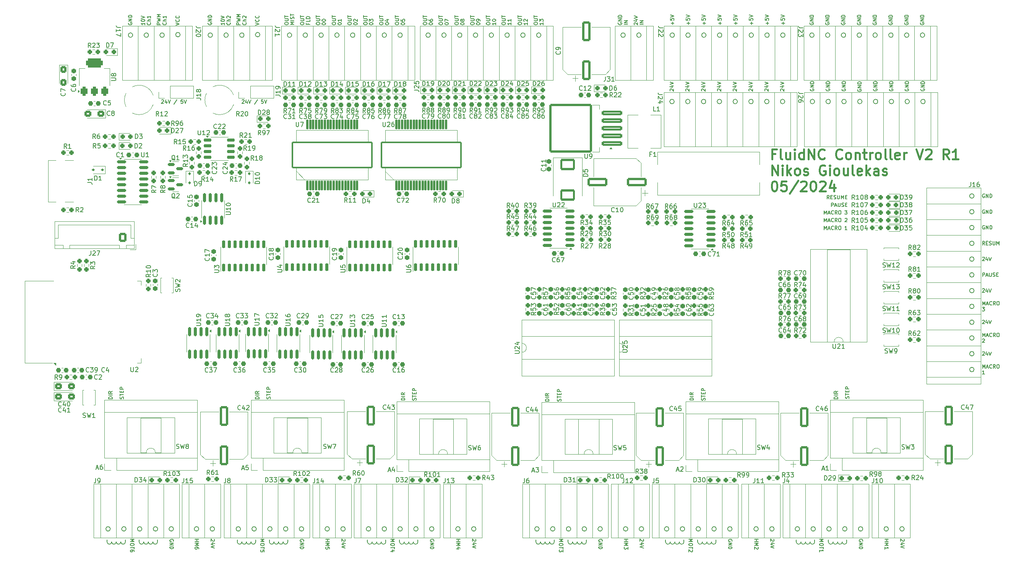
<source format=gto>
G04 #@! TF.GenerationSoftware,KiCad,Pcbnew,8.0.2*
G04 #@! TF.CreationDate,2024-05-01T18:56:37+02:00*
G04 #@! TF.ProjectId,FluidNC,466c7569-644e-4432-9e6b-696361645f70,rev?*
G04 #@! TF.SameCoordinates,Original*
G04 #@! TF.FileFunction,Legend,Top*
G04 #@! TF.FilePolarity,Positive*
%FSLAX46Y46*%
G04 Gerber Fmt 4.6, Leading zero omitted, Abs format (unit mm)*
G04 Created by KiCad (PCBNEW 8.0.2) date 2024-05-01 18:56:37*
%MOMM*%
%LPD*%
G01*
G04 APERTURE LIST*
G04 Aperture macros list*
%AMRoundRect*
0 Rectangle with rounded corners*
0 $1 Rounding radius*
0 $2 $3 $4 $5 $6 $7 $8 $9 X,Y pos of 4 corners*
0 Add a 4 corners polygon primitive as box body*
4,1,4,$2,$3,$4,$5,$6,$7,$8,$9,$2,$3,0*
0 Add four circle primitives for the rounded corners*
1,1,$1+$1,$2,$3*
1,1,$1+$1,$4,$5*
1,1,$1+$1,$6,$7*
1,1,$1+$1,$8,$9*
0 Add four rect primitives between the rounded corners*
20,1,$1+$1,$2,$3,$4,$5,0*
20,1,$1+$1,$4,$5,$6,$7,0*
20,1,$1+$1,$6,$7,$8,$9,0*
20,1,$1+$1,$8,$9,$2,$3,0*%
G04 Aperture macros list end*
%ADD10C,0.200000*%
%ADD11C,0.400000*%
%ADD12C,0.150000*%
%ADD13C,0.120000*%
%ADD14C,0.100000*%
%ADD15RoundRect,0.237500X-0.287500X-0.237500X0.287500X-0.237500X0.287500X0.237500X-0.287500X0.237500X0*%
%ADD16RoundRect,0.237500X0.250000X0.237500X-0.250000X0.237500X-0.250000X-0.237500X0.250000X-0.237500X0*%
%ADD17RoundRect,0.237500X-0.250000X-0.237500X0.250000X-0.237500X0.250000X0.237500X-0.250000X0.237500X0*%
%ADD18RoundRect,0.237500X0.237500X-0.250000X0.237500X0.250000X-0.237500X0.250000X-0.237500X-0.250000X0*%
%ADD19RoundRect,0.237500X-0.300000X-0.237500X0.300000X-0.237500X0.300000X0.237500X-0.300000X0.237500X0*%
%ADD20C,2.000000*%
%ADD21C,0.650000*%
%ADD22R,1.240000X0.600000*%
%ADD23R,1.240000X0.300000*%
%ADD24O,2.100000X1.000000*%
%ADD25O,1.800000X1.000000*%
%ADD26RoundRect,0.150000X-0.150000X0.825000X-0.150000X-0.825000X0.150000X-0.825000X0.150000X0.825000X0*%
%ADD27RoundRect,0.237500X-0.237500X0.250000X-0.237500X-0.250000X0.237500X-0.250000X0.237500X0.250000X0*%
%ADD28RoundRect,0.237500X0.287500X0.237500X-0.287500X0.237500X-0.287500X-0.237500X0.287500X-0.237500X0*%
%ADD29RoundRect,0.150000X0.150000X-0.725000X0.150000X0.725000X-0.150000X0.725000X-0.150000X-0.725000X0*%
%ADD30C,1.620000*%
%ADD31RoundRect,0.112500X0.187500X0.112500X-0.187500X0.112500X-0.187500X-0.112500X0.187500X-0.112500X0*%
%ADD32RoundRect,0.150000X-0.587500X-0.150000X0.587500X-0.150000X0.587500X0.150000X-0.587500X0.150000X0*%
%ADD33RoundRect,0.375000X0.375000X-0.625000X0.375000X0.625000X-0.375000X0.625000X-0.375000X-0.625000X0*%
%ADD34RoundRect,0.500000X1.400000X-0.500000X1.400000X0.500000X-1.400000X0.500000X-1.400000X-0.500000X0*%
%ADD35RoundRect,0.250000X-0.537500X-0.425000X0.537500X-0.425000X0.537500X0.425000X-0.537500X0.425000X0*%
%ADD36RoundRect,0.237500X-0.237500X0.300000X-0.237500X-0.300000X0.237500X-0.300000X0.237500X0.300000X0*%
%ADD37C,1.200000*%
%ADD38RoundRect,0.178500X-8.821500X-2.796500X8.821500X-2.796500X8.821500X2.796500X-8.821500X2.796500X0*%
%ADD39RoundRect,0.112500X-0.112500X-0.987500X0.112500X-0.987500X0.112500X0.987500X-0.112500X0.987500X0*%
%ADD40RoundRect,0.237500X0.300000X0.237500X-0.300000X0.237500X-0.300000X-0.237500X0.300000X-0.237500X0*%
%ADD41R,2.400000X1.600000*%
%ADD42O,2.400000X1.600000*%
%ADD43RoundRect,0.250000X0.700000X-1.950000X0.700000X1.950000X-0.700000X1.950000X-0.700000X-1.950000X0*%
%ADD44R,1.600000X3.100000*%
%ADD45R,1.600000X1.600000*%
%ADD46O,1.600000X1.600000*%
%ADD47RoundRect,0.150000X-0.725000X-0.150000X0.725000X-0.150000X0.725000X0.150000X-0.725000X0.150000X0*%
%ADD48RoundRect,0.250000X0.537500X0.425000X-0.537500X0.425000X-0.537500X-0.425000X0.537500X-0.425000X0*%
%ADD49RoundRect,0.250000X0.600000X0.725000X-0.600000X0.725000X-0.600000X-0.725000X0.600000X-0.725000X0*%
%ADD50O,1.700000X1.950000*%
%ADD51RoundRect,0.150000X-0.825000X-0.150000X0.825000X-0.150000X0.825000X0.150000X-0.825000X0.150000X0*%
%ADD52R,1.925000X1.700000*%
%ADD53R,1.700000X1.925000*%
%ADD54RoundRect,0.237500X0.237500X-0.300000X0.237500X0.300000X-0.237500X0.300000X-0.237500X-0.300000X0*%
%ADD55C,3.000000*%
%ADD56R,1.700000X1.700000*%
%ADD57O,1.700000X1.700000*%
%ADD58RoundRect,0.150000X0.150000X-0.825000X0.150000X0.825000X-0.150000X0.825000X-0.150000X-0.825000X0*%
%ADD59RoundRect,0.112500X-0.112500X0.187500X-0.112500X-0.187500X0.112500X-0.187500X0.112500X0.187500X0*%
%ADD60R,2.200000X1.500000*%
%ADD61R,3.100000X1.600000*%
%ADD62R,0.900000X1.500000*%
%ADD63R,1.500000X0.900000*%
%ADD64C,0.600000*%
%ADD65R,4.200000X4.200000*%
%ADD66RoundRect,0.150000X0.825000X0.150000X-0.825000X0.150000X-0.825000X-0.150000X0.825000X-0.150000X0*%
%ADD67RoundRect,0.250000X2.050000X0.300000X-2.050000X0.300000X-2.050000X-0.300000X2.050000X-0.300000X0*%
%ADD68RoundRect,0.250002X4.449998X5.149998X-4.449998X5.149998X-4.449998X-5.149998X4.449998X-5.149998X0*%
%ADD69RoundRect,0.250000X-1.400000X-1.000000X1.400000X-1.000000X1.400000X1.000000X-1.400000X1.000000X0*%
%ADD70RoundRect,0.250000X-0.425000X0.537500X-0.425000X-0.537500X0.425000X-0.537500X0.425000X0.537500X0*%
%ADD71RoundRect,0.250000X1.950000X0.700000X-1.950000X0.700000X-1.950000X-0.700000X1.950000X-0.700000X0*%
G04 APERTURE END LIST*
D10*
X15821600Y-85616041D02*
X15859695Y-85501755D01*
X15859695Y-85501755D02*
X15859695Y-85311279D01*
X15859695Y-85311279D02*
X15821600Y-85235088D01*
X15821600Y-85235088D02*
X15783504Y-85196993D01*
X15783504Y-85196993D02*
X15707314Y-85158898D01*
X15707314Y-85158898D02*
X15631123Y-85158898D01*
X15631123Y-85158898D02*
X15554933Y-85196993D01*
X15554933Y-85196993D02*
X15516838Y-85235088D01*
X15516838Y-85235088D02*
X15478742Y-85311279D01*
X15478742Y-85311279D02*
X15440647Y-85463660D01*
X15440647Y-85463660D02*
X15402552Y-85539850D01*
X15402552Y-85539850D02*
X15364457Y-85577945D01*
X15364457Y-85577945D02*
X15288266Y-85616041D01*
X15288266Y-85616041D02*
X15212076Y-85616041D01*
X15212076Y-85616041D02*
X15135885Y-85577945D01*
X15135885Y-85577945D02*
X15097790Y-85539850D01*
X15097790Y-85539850D02*
X15059695Y-85463660D01*
X15059695Y-85463660D02*
X15059695Y-85273183D01*
X15059695Y-85273183D02*
X15097790Y-85158898D01*
X15059695Y-84930326D02*
X15059695Y-84473183D01*
X15859695Y-84701755D02*
X15059695Y-84701755D01*
X15440647Y-84206516D02*
X15440647Y-83939850D01*
X15859695Y-83825564D02*
X15859695Y-84206516D01*
X15859695Y-84206516D02*
X15059695Y-84206516D01*
X15059695Y-84206516D02*
X15059695Y-83825564D01*
X15859695Y-83482706D02*
X15059695Y-83482706D01*
X15059695Y-83482706D02*
X15059695Y-83177944D01*
X15059695Y-83177944D02*
X15097790Y-83101754D01*
X15097790Y-83101754D02*
X15135885Y-83063659D01*
X15135885Y-83063659D02*
X15212076Y-83025563D01*
X15212076Y-83025563D02*
X15326361Y-83025563D01*
X15326361Y-83025563D02*
X15402552Y-83063659D01*
X15402552Y-83063659D02*
X15440647Y-83101754D01*
X15440647Y-83101754D02*
X15478742Y-83177944D01*
X15478742Y-83177944D02*
X15478742Y-83482706D01*
X48321600Y-85616041D02*
X48359695Y-85501755D01*
X48359695Y-85501755D02*
X48359695Y-85311279D01*
X48359695Y-85311279D02*
X48321600Y-85235088D01*
X48321600Y-85235088D02*
X48283504Y-85196993D01*
X48283504Y-85196993D02*
X48207314Y-85158898D01*
X48207314Y-85158898D02*
X48131123Y-85158898D01*
X48131123Y-85158898D02*
X48054933Y-85196993D01*
X48054933Y-85196993D02*
X48016838Y-85235088D01*
X48016838Y-85235088D02*
X47978742Y-85311279D01*
X47978742Y-85311279D02*
X47940647Y-85463660D01*
X47940647Y-85463660D02*
X47902552Y-85539850D01*
X47902552Y-85539850D02*
X47864457Y-85577945D01*
X47864457Y-85577945D02*
X47788266Y-85616041D01*
X47788266Y-85616041D02*
X47712076Y-85616041D01*
X47712076Y-85616041D02*
X47635885Y-85577945D01*
X47635885Y-85577945D02*
X47597790Y-85539850D01*
X47597790Y-85539850D02*
X47559695Y-85463660D01*
X47559695Y-85463660D02*
X47559695Y-85273183D01*
X47559695Y-85273183D02*
X47597790Y-85158898D01*
X47559695Y-84930326D02*
X47559695Y-84473183D01*
X48359695Y-84701755D02*
X47559695Y-84701755D01*
X47940647Y-84206516D02*
X47940647Y-83939850D01*
X48359695Y-83825564D02*
X48359695Y-84206516D01*
X48359695Y-84206516D02*
X47559695Y-84206516D01*
X47559695Y-84206516D02*
X47559695Y-83825564D01*
X48359695Y-83482706D02*
X47559695Y-83482706D01*
X47559695Y-83482706D02*
X47559695Y-83177944D01*
X47559695Y-83177944D02*
X47597790Y-83101754D01*
X47597790Y-83101754D02*
X47635885Y-83063659D01*
X47635885Y-83063659D02*
X47712076Y-83025563D01*
X47712076Y-83025563D02*
X47826361Y-83025563D01*
X47826361Y-83025563D02*
X47902552Y-83063659D01*
X47902552Y-83063659D02*
X47940647Y-83101754D01*
X47940647Y-83101754D02*
X47978742Y-83177944D01*
X47978742Y-83177944D02*
X47978742Y-83482706D01*
X80621600Y-85916041D02*
X80659695Y-85801755D01*
X80659695Y-85801755D02*
X80659695Y-85611279D01*
X80659695Y-85611279D02*
X80621600Y-85535088D01*
X80621600Y-85535088D02*
X80583504Y-85496993D01*
X80583504Y-85496993D02*
X80507314Y-85458898D01*
X80507314Y-85458898D02*
X80431123Y-85458898D01*
X80431123Y-85458898D02*
X80354933Y-85496993D01*
X80354933Y-85496993D02*
X80316838Y-85535088D01*
X80316838Y-85535088D02*
X80278742Y-85611279D01*
X80278742Y-85611279D02*
X80240647Y-85763660D01*
X80240647Y-85763660D02*
X80202552Y-85839850D01*
X80202552Y-85839850D02*
X80164457Y-85877945D01*
X80164457Y-85877945D02*
X80088266Y-85916041D01*
X80088266Y-85916041D02*
X80012076Y-85916041D01*
X80012076Y-85916041D02*
X79935885Y-85877945D01*
X79935885Y-85877945D02*
X79897790Y-85839850D01*
X79897790Y-85839850D02*
X79859695Y-85763660D01*
X79859695Y-85763660D02*
X79859695Y-85573183D01*
X79859695Y-85573183D02*
X79897790Y-85458898D01*
X79859695Y-85230326D02*
X79859695Y-84773183D01*
X80659695Y-85001755D02*
X79859695Y-85001755D01*
X80240647Y-84506516D02*
X80240647Y-84239850D01*
X80659695Y-84125564D02*
X80659695Y-84506516D01*
X80659695Y-84506516D02*
X79859695Y-84506516D01*
X79859695Y-84506516D02*
X79859695Y-84125564D01*
X80659695Y-83782706D02*
X79859695Y-83782706D01*
X79859695Y-83782706D02*
X79859695Y-83477944D01*
X79859695Y-83477944D02*
X79897790Y-83401754D01*
X79897790Y-83401754D02*
X79935885Y-83363659D01*
X79935885Y-83363659D02*
X80012076Y-83325563D01*
X80012076Y-83325563D02*
X80126361Y-83325563D01*
X80126361Y-83325563D02*
X80202552Y-83363659D01*
X80202552Y-83363659D02*
X80240647Y-83401754D01*
X80240647Y-83401754D02*
X80278742Y-83477944D01*
X80278742Y-83477944D02*
X80278742Y-83782706D01*
X112721600Y-86116041D02*
X112759695Y-86001755D01*
X112759695Y-86001755D02*
X112759695Y-85811279D01*
X112759695Y-85811279D02*
X112721600Y-85735088D01*
X112721600Y-85735088D02*
X112683504Y-85696993D01*
X112683504Y-85696993D02*
X112607314Y-85658898D01*
X112607314Y-85658898D02*
X112531123Y-85658898D01*
X112531123Y-85658898D02*
X112454933Y-85696993D01*
X112454933Y-85696993D02*
X112416838Y-85735088D01*
X112416838Y-85735088D02*
X112378742Y-85811279D01*
X112378742Y-85811279D02*
X112340647Y-85963660D01*
X112340647Y-85963660D02*
X112302552Y-86039850D01*
X112302552Y-86039850D02*
X112264457Y-86077945D01*
X112264457Y-86077945D02*
X112188266Y-86116041D01*
X112188266Y-86116041D02*
X112112076Y-86116041D01*
X112112076Y-86116041D02*
X112035885Y-86077945D01*
X112035885Y-86077945D02*
X111997790Y-86039850D01*
X111997790Y-86039850D02*
X111959695Y-85963660D01*
X111959695Y-85963660D02*
X111959695Y-85773183D01*
X111959695Y-85773183D02*
X111997790Y-85658898D01*
X111959695Y-85430326D02*
X111959695Y-84973183D01*
X112759695Y-85201755D02*
X111959695Y-85201755D01*
X112340647Y-84706516D02*
X112340647Y-84439850D01*
X112759695Y-84325564D02*
X112759695Y-84706516D01*
X112759695Y-84706516D02*
X111959695Y-84706516D01*
X111959695Y-84706516D02*
X111959695Y-84325564D01*
X112759695Y-83982706D02*
X111959695Y-83982706D01*
X111959695Y-83982706D02*
X111959695Y-83677944D01*
X111959695Y-83677944D02*
X111997790Y-83601754D01*
X111997790Y-83601754D02*
X112035885Y-83563659D01*
X112035885Y-83563659D02*
X112112076Y-83525563D01*
X112112076Y-83525563D02*
X112226361Y-83525563D01*
X112226361Y-83525563D02*
X112302552Y-83563659D01*
X112302552Y-83563659D02*
X112340647Y-83601754D01*
X112340647Y-83601754D02*
X112378742Y-83677944D01*
X112378742Y-83677944D02*
X112378742Y-83982706D01*
X144621600Y-85916041D02*
X144659695Y-85801755D01*
X144659695Y-85801755D02*
X144659695Y-85611279D01*
X144659695Y-85611279D02*
X144621600Y-85535088D01*
X144621600Y-85535088D02*
X144583504Y-85496993D01*
X144583504Y-85496993D02*
X144507314Y-85458898D01*
X144507314Y-85458898D02*
X144431123Y-85458898D01*
X144431123Y-85458898D02*
X144354933Y-85496993D01*
X144354933Y-85496993D02*
X144316838Y-85535088D01*
X144316838Y-85535088D02*
X144278742Y-85611279D01*
X144278742Y-85611279D02*
X144240647Y-85763660D01*
X144240647Y-85763660D02*
X144202552Y-85839850D01*
X144202552Y-85839850D02*
X144164457Y-85877945D01*
X144164457Y-85877945D02*
X144088266Y-85916041D01*
X144088266Y-85916041D02*
X144012076Y-85916041D01*
X144012076Y-85916041D02*
X143935885Y-85877945D01*
X143935885Y-85877945D02*
X143897790Y-85839850D01*
X143897790Y-85839850D02*
X143859695Y-85763660D01*
X143859695Y-85763660D02*
X143859695Y-85573183D01*
X143859695Y-85573183D02*
X143897790Y-85458898D01*
X143859695Y-85230326D02*
X143859695Y-84773183D01*
X144659695Y-85001755D02*
X143859695Y-85001755D01*
X144240647Y-84506516D02*
X144240647Y-84239850D01*
X144659695Y-84125564D02*
X144659695Y-84506516D01*
X144659695Y-84506516D02*
X143859695Y-84506516D01*
X143859695Y-84506516D02*
X143859695Y-84125564D01*
X144659695Y-83782706D02*
X143859695Y-83782706D01*
X143859695Y-83782706D02*
X143859695Y-83477944D01*
X143859695Y-83477944D02*
X143897790Y-83401754D01*
X143897790Y-83401754D02*
X143935885Y-83363659D01*
X143935885Y-83363659D02*
X144012076Y-83325563D01*
X144012076Y-83325563D02*
X144126361Y-83325563D01*
X144126361Y-83325563D02*
X144202552Y-83363659D01*
X144202552Y-83363659D02*
X144240647Y-83401754D01*
X144240647Y-83401754D02*
X144278742Y-83477944D01*
X144278742Y-83477944D02*
X144278742Y-83782706D01*
X176521600Y-85516041D02*
X176559695Y-85401755D01*
X176559695Y-85401755D02*
X176559695Y-85211279D01*
X176559695Y-85211279D02*
X176521600Y-85135088D01*
X176521600Y-85135088D02*
X176483504Y-85096993D01*
X176483504Y-85096993D02*
X176407314Y-85058898D01*
X176407314Y-85058898D02*
X176331123Y-85058898D01*
X176331123Y-85058898D02*
X176254933Y-85096993D01*
X176254933Y-85096993D02*
X176216838Y-85135088D01*
X176216838Y-85135088D02*
X176178742Y-85211279D01*
X176178742Y-85211279D02*
X176140647Y-85363660D01*
X176140647Y-85363660D02*
X176102552Y-85439850D01*
X176102552Y-85439850D02*
X176064457Y-85477945D01*
X176064457Y-85477945D02*
X175988266Y-85516041D01*
X175988266Y-85516041D02*
X175912076Y-85516041D01*
X175912076Y-85516041D02*
X175835885Y-85477945D01*
X175835885Y-85477945D02*
X175797790Y-85439850D01*
X175797790Y-85439850D02*
X175759695Y-85363660D01*
X175759695Y-85363660D02*
X175759695Y-85173183D01*
X175759695Y-85173183D02*
X175797790Y-85058898D01*
X175759695Y-84830326D02*
X175759695Y-84373183D01*
X176559695Y-84601755D02*
X175759695Y-84601755D01*
X176140647Y-84106516D02*
X176140647Y-83839850D01*
X176559695Y-83725564D02*
X176559695Y-84106516D01*
X176559695Y-84106516D02*
X175759695Y-84106516D01*
X175759695Y-84106516D02*
X175759695Y-83725564D01*
X176559695Y-83382706D02*
X175759695Y-83382706D01*
X175759695Y-83382706D02*
X175759695Y-83077944D01*
X175759695Y-83077944D02*
X175797790Y-83001754D01*
X175797790Y-83001754D02*
X175835885Y-82963659D01*
X175835885Y-82963659D02*
X175912076Y-82925563D01*
X175912076Y-82925563D02*
X176026361Y-82925563D01*
X176026361Y-82925563D02*
X176102552Y-82963659D01*
X176102552Y-82963659D02*
X176140647Y-83001754D01*
X176140647Y-83001754D02*
X176178742Y-83077944D01*
X176178742Y-83077944D02*
X176178742Y-83382706D01*
X174059695Y-85577945D02*
X173259695Y-85577945D01*
X173259695Y-85577945D02*
X173259695Y-85387469D01*
X173259695Y-85387469D02*
X173297790Y-85273183D01*
X173297790Y-85273183D02*
X173373980Y-85196993D01*
X173373980Y-85196993D02*
X173450171Y-85158898D01*
X173450171Y-85158898D02*
X173602552Y-85120802D01*
X173602552Y-85120802D02*
X173716838Y-85120802D01*
X173716838Y-85120802D02*
X173869219Y-85158898D01*
X173869219Y-85158898D02*
X173945409Y-85196993D01*
X173945409Y-85196993D02*
X174021600Y-85273183D01*
X174021600Y-85273183D02*
X174059695Y-85387469D01*
X174059695Y-85387469D02*
X174059695Y-85577945D01*
X174059695Y-84777945D02*
X173259695Y-84777945D01*
X174059695Y-83939850D02*
X173678742Y-84206517D01*
X174059695Y-84396993D02*
X173259695Y-84396993D01*
X173259695Y-84396993D02*
X173259695Y-84092231D01*
X173259695Y-84092231D02*
X173297790Y-84016041D01*
X173297790Y-84016041D02*
X173335885Y-83977946D01*
X173335885Y-83977946D02*
X173412076Y-83939850D01*
X173412076Y-83939850D02*
X173526361Y-83939850D01*
X173526361Y-83939850D02*
X173602552Y-83977946D01*
X173602552Y-83977946D02*
X173640647Y-84016041D01*
X173640647Y-84016041D02*
X173678742Y-84092231D01*
X173678742Y-84092231D02*
X173678742Y-84396993D01*
X142059695Y-85877945D02*
X141259695Y-85877945D01*
X141259695Y-85877945D02*
X141259695Y-85687469D01*
X141259695Y-85687469D02*
X141297790Y-85573183D01*
X141297790Y-85573183D02*
X141373980Y-85496993D01*
X141373980Y-85496993D02*
X141450171Y-85458898D01*
X141450171Y-85458898D02*
X141602552Y-85420802D01*
X141602552Y-85420802D02*
X141716838Y-85420802D01*
X141716838Y-85420802D02*
X141869219Y-85458898D01*
X141869219Y-85458898D02*
X141945409Y-85496993D01*
X141945409Y-85496993D02*
X142021600Y-85573183D01*
X142021600Y-85573183D02*
X142059695Y-85687469D01*
X142059695Y-85687469D02*
X142059695Y-85877945D01*
X142059695Y-85077945D02*
X141259695Y-85077945D01*
X142059695Y-84239850D02*
X141678742Y-84506517D01*
X142059695Y-84696993D02*
X141259695Y-84696993D01*
X141259695Y-84696993D02*
X141259695Y-84392231D01*
X141259695Y-84392231D02*
X141297790Y-84316041D01*
X141297790Y-84316041D02*
X141335885Y-84277946D01*
X141335885Y-84277946D02*
X141412076Y-84239850D01*
X141412076Y-84239850D02*
X141526361Y-84239850D01*
X141526361Y-84239850D02*
X141602552Y-84277946D01*
X141602552Y-84277946D02*
X141640647Y-84316041D01*
X141640647Y-84316041D02*
X141678742Y-84392231D01*
X141678742Y-84392231D02*
X141678742Y-84696993D01*
X110059695Y-86077945D02*
X109259695Y-86077945D01*
X109259695Y-86077945D02*
X109259695Y-85887469D01*
X109259695Y-85887469D02*
X109297790Y-85773183D01*
X109297790Y-85773183D02*
X109373980Y-85696993D01*
X109373980Y-85696993D02*
X109450171Y-85658898D01*
X109450171Y-85658898D02*
X109602552Y-85620802D01*
X109602552Y-85620802D02*
X109716838Y-85620802D01*
X109716838Y-85620802D02*
X109869219Y-85658898D01*
X109869219Y-85658898D02*
X109945409Y-85696993D01*
X109945409Y-85696993D02*
X110021600Y-85773183D01*
X110021600Y-85773183D02*
X110059695Y-85887469D01*
X110059695Y-85887469D02*
X110059695Y-86077945D01*
X110059695Y-85277945D02*
X109259695Y-85277945D01*
X110059695Y-84439850D02*
X109678742Y-84706517D01*
X110059695Y-84896993D02*
X109259695Y-84896993D01*
X109259695Y-84896993D02*
X109259695Y-84592231D01*
X109259695Y-84592231D02*
X109297790Y-84516041D01*
X109297790Y-84516041D02*
X109335885Y-84477946D01*
X109335885Y-84477946D02*
X109412076Y-84439850D01*
X109412076Y-84439850D02*
X109526361Y-84439850D01*
X109526361Y-84439850D02*
X109602552Y-84477946D01*
X109602552Y-84477946D02*
X109640647Y-84516041D01*
X109640647Y-84516041D02*
X109678742Y-84592231D01*
X109678742Y-84592231D02*
X109678742Y-84896993D01*
X78159695Y-85877945D02*
X77359695Y-85877945D01*
X77359695Y-85877945D02*
X77359695Y-85687469D01*
X77359695Y-85687469D02*
X77397790Y-85573183D01*
X77397790Y-85573183D02*
X77473980Y-85496993D01*
X77473980Y-85496993D02*
X77550171Y-85458898D01*
X77550171Y-85458898D02*
X77702552Y-85420802D01*
X77702552Y-85420802D02*
X77816838Y-85420802D01*
X77816838Y-85420802D02*
X77969219Y-85458898D01*
X77969219Y-85458898D02*
X78045409Y-85496993D01*
X78045409Y-85496993D02*
X78121600Y-85573183D01*
X78121600Y-85573183D02*
X78159695Y-85687469D01*
X78159695Y-85687469D02*
X78159695Y-85877945D01*
X78159695Y-85077945D02*
X77359695Y-85077945D01*
X78159695Y-84239850D02*
X77778742Y-84506517D01*
X78159695Y-84696993D02*
X77359695Y-84696993D01*
X77359695Y-84696993D02*
X77359695Y-84392231D01*
X77359695Y-84392231D02*
X77397790Y-84316041D01*
X77397790Y-84316041D02*
X77435885Y-84277946D01*
X77435885Y-84277946D02*
X77512076Y-84239850D01*
X77512076Y-84239850D02*
X77626361Y-84239850D01*
X77626361Y-84239850D02*
X77702552Y-84277946D01*
X77702552Y-84277946D02*
X77740647Y-84316041D01*
X77740647Y-84316041D02*
X77778742Y-84392231D01*
X77778742Y-84392231D02*
X77778742Y-84696993D01*
X45859695Y-85577945D02*
X45059695Y-85577945D01*
X45059695Y-85577945D02*
X45059695Y-85387469D01*
X45059695Y-85387469D02*
X45097790Y-85273183D01*
X45097790Y-85273183D02*
X45173980Y-85196993D01*
X45173980Y-85196993D02*
X45250171Y-85158898D01*
X45250171Y-85158898D02*
X45402552Y-85120802D01*
X45402552Y-85120802D02*
X45516838Y-85120802D01*
X45516838Y-85120802D02*
X45669219Y-85158898D01*
X45669219Y-85158898D02*
X45745409Y-85196993D01*
X45745409Y-85196993D02*
X45821600Y-85273183D01*
X45821600Y-85273183D02*
X45859695Y-85387469D01*
X45859695Y-85387469D02*
X45859695Y-85577945D01*
X45859695Y-84777945D02*
X45059695Y-84777945D01*
X45859695Y-83939850D02*
X45478742Y-84206517D01*
X45859695Y-84396993D02*
X45059695Y-84396993D01*
X45059695Y-84396993D02*
X45059695Y-84092231D01*
X45059695Y-84092231D02*
X45097790Y-84016041D01*
X45097790Y-84016041D02*
X45135885Y-83977946D01*
X45135885Y-83977946D02*
X45212076Y-83939850D01*
X45212076Y-83939850D02*
X45326361Y-83939850D01*
X45326361Y-83939850D02*
X45402552Y-83977946D01*
X45402552Y-83977946D02*
X45440647Y-84016041D01*
X45440647Y-84016041D02*
X45478742Y-84092231D01*
X45478742Y-84092231D02*
X45478742Y-84396993D01*
X13359695Y-85577945D02*
X12559695Y-85577945D01*
X12559695Y-85577945D02*
X12559695Y-85387469D01*
X12559695Y-85387469D02*
X12597790Y-85273183D01*
X12597790Y-85273183D02*
X12673980Y-85196993D01*
X12673980Y-85196993D02*
X12750171Y-85158898D01*
X12750171Y-85158898D02*
X12902552Y-85120802D01*
X12902552Y-85120802D02*
X13016838Y-85120802D01*
X13016838Y-85120802D02*
X13169219Y-85158898D01*
X13169219Y-85158898D02*
X13245409Y-85196993D01*
X13245409Y-85196993D02*
X13321600Y-85273183D01*
X13321600Y-85273183D02*
X13359695Y-85387469D01*
X13359695Y-85387469D02*
X13359695Y-85577945D01*
X13359695Y-84777945D02*
X12559695Y-84777945D01*
X13359695Y-83939850D02*
X12978742Y-84206517D01*
X13359695Y-84396993D02*
X12559695Y-84396993D01*
X12559695Y-84396993D02*
X12559695Y-84092231D01*
X12559695Y-84092231D02*
X12597790Y-84016041D01*
X12597790Y-84016041D02*
X12635885Y-83977946D01*
X12635885Y-83977946D02*
X12712076Y-83939850D01*
X12712076Y-83939850D02*
X12826361Y-83939850D01*
X12826361Y-83939850D02*
X12902552Y-83977946D01*
X12902552Y-83977946D02*
X12940647Y-84016041D01*
X12940647Y-84016041D02*
X12978742Y-84092231D01*
X12978742Y-84092231D02*
X12978742Y-84396993D01*
X135920000Y-117348000D02*
X135920000Y-116840000D01*
X51196000Y-117348000D02*
G75*
G02*
X50180000Y-117348000I-508000J0D01*
G01*
X174020000Y-117348000D02*
G75*
G02*
X173004000Y-117348000I-508000J0D01*
G01*
X12192000Y-117348000D02*
X12192000Y-116840000D01*
X111252000Y-117348000D02*
G75*
G02*
X110236000Y-117348000I-508000J0D01*
G01*
X19304000Y-117348000D02*
X19304000Y-116840000D01*
X108204000Y-117348000D02*
G75*
G02*
X107188000Y-117348000I-508000J0D01*
G01*
X139984000Y-117348000D02*
G75*
G02*
X138968000Y-117348000I-508000J0D01*
G01*
X43068000Y-117348000D02*
G75*
G02*
X42052000Y-117348000I-508000J0D01*
G01*
X45100000Y-117348000D02*
G75*
G02*
X44084000Y-117348000I-508000J0D01*
G01*
X176052000Y-117348000D02*
G75*
G02*
X175036000Y-117348000I-508000J0D01*
G01*
X109220000Y-117348000D02*
G75*
G02*
X108204000Y-117348000I-508000J0D01*
G01*
X48148000Y-117348000D02*
X48148000Y-116840000D01*
X111252000Y-117348000D02*
X111252000Y-116840000D01*
X81056000Y-117348000D02*
G75*
G02*
X80040000Y-117348000I-508000J0D01*
G01*
X147096000Y-117348000D02*
G75*
G02*
X146080000Y-117348000I-508000J0D01*
G01*
X115316000Y-117348000D02*
G75*
G02*
X114300000Y-117348000I-508000J0D01*
G01*
X72928000Y-117348000D02*
G75*
G02*
X71912000Y-117348000I-508000J0D01*
G01*
X44084000Y-117348000D02*
G75*
G02*
X43068000Y-117348000I-508000J0D01*
G01*
X139984000Y-117348000D02*
X139984000Y-116840000D01*
X23368000Y-117348000D02*
G75*
G02*
X22352000Y-117348000I-508000J0D01*
G01*
X117348000Y-117348000D02*
G75*
G02*
X116332000Y-117348000I-508000J0D01*
G01*
X114300000Y-117348000D02*
X114300000Y-116840000D01*
X146080000Y-117348000D02*
G75*
G02*
X145064000Y-117348000I-508000J0D01*
G01*
X45100000Y-117348000D02*
X45100000Y-116840000D01*
X16256000Y-117348000D02*
X16256000Y-116840000D01*
X165892000Y-117348000D02*
G75*
G02*
X164876000Y-117348000I-508000J0D01*
G01*
X168940000Y-117348000D02*
G75*
G02*
X167924000Y-117348000I-508000J0D01*
G01*
X13208000Y-117348000D02*
G75*
G02*
X12192000Y-117348000I-508000J0D01*
G01*
X41036000Y-117348000D02*
X41036000Y-116840000D01*
X22352000Y-117348000D02*
G75*
G02*
X21336000Y-117348000I-508000J0D01*
G01*
X70896000Y-117348000D02*
G75*
G02*
X69880000Y-117348000I-508000J0D01*
G01*
X137952000Y-117348000D02*
G75*
G02*
X136936000Y-117348000I-508000J0D01*
G01*
X73944000Y-117348000D02*
X73944000Y-116840000D01*
X52212000Y-117348000D02*
G75*
G02*
X51196000Y-117348000I-508000J0D01*
G01*
X136936000Y-117348000D02*
G75*
G02*
X135920000Y-117348000I-508000J0D01*
G01*
X116332000Y-117348000D02*
G75*
G02*
X115316000Y-117348000I-508000J0D01*
G01*
X16256000Y-117348000D02*
G75*
G02*
X15240000Y-117348000I-508000J0D01*
G01*
X145064000Y-117348000D02*
G75*
G02*
X144048000Y-117348000I-508000J0D01*
G01*
X49164000Y-117348000D02*
G75*
G02*
X48148000Y-117348000I-508000J0D01*
G01*
X171988000Y-117348000D02*
X171988000Y-116840000D01*
X144048000Y-117348000D02*
G75*
G02*
X143032000Y-117348000I-508000J0D01*
G01*
X79024000Y-117348000D02*
G75*
G02*
X78008000Y-117348000I-508000J0D01*
G01*
X107188000Y-117348000D02*
X107188000Y-116840000D01*
X166908000Y-117348000D02*
G75*
G02*
X165892000Y-117348000I-508000J0D01*
G01*
X118364000Y-117348000D02*
G75*
G02*
X117348000Y-117348000I-508000J0D01*
G01*
X21336000Y-117348000D02*
G75*
G02*
X20320000Y-117348000I-508000J0D01*
G01*
X173004000Y-117348000D02*
G75*
G02*
X171988000Y-117348000I-508000J0D01*
G01*
X76992000Y-117348000D02*
X76992000Y-116840000D01*
X138968000Y-117348000D02*
G75*
G02*
X137952000Y-117348000I-508000J0D01*
G01*
X110236000Y-117348000D02*
G75*
G02*
X109220000Y-117348000I-508000J0D01*
G01*
X164876000Y-117348000D02*
X164876000Y-116840000D01*
X71912000Y-117348000D02*
G75*
G02*
X70896000Y-117348000I-508000J0D01*
G01*
X167924000Y-117348000D02*
G75*
G02*
X166908000Y-117348000I-508000J0D01*
G01*
X78008000Y-117348000D02*
G75*
G02*
X76992000Y-117348000I-508000J0D01*
G01*
X50180000Y-117348000D02*
G75*
G02*
X49164000Y-117348000I-508000J0D01*
G01*
X42052000Y-117348000D02*
G75*
G02*
X41036000Y-117348000I-508000J0D01*
G01*
X73944000Y-117348000D02*
G75*
G02*
X72928000Y-117348000I-508000J0D01*
G01*
X147096000Y-117348000D02*
X147096000Y-116840000D01*
X80040000Y-117348000D02*
G75*
G02*
X79024000Y-117348000I-508000J0D01*
G01*
X52212000Y-117348000D02*
X52212000Y-116840000D01*
X143032000Y-117348000D02*
X143032000Y-116840000D01*
X175036000Y-117348000D02*
G75*
G02*
X174020000Y-117348000I-508000J0D01*
G01*
X118364000Y-117348000D02*
X118364000Y-116840000D01*
X81056000Y-117348000D02*
X81056000Y-116840000D01*
X15240000Y-117348000D02*
G75*
G02*
X14224000Y-117348000I-508000J0D01*
G01*
X168940000Y-117348000D02*
X168940000Y-116840000D01*
X23368000Y-117348000D02*
X23368000Y-116840000D01*
X69880000Y-117348000D02*
X69880000Y-116840000D01*
X14224000Y-117348000D02*
G75*
G02*
X13208000Y-117348000I-508000J0D01*
G01*
X176052000Y-117348000D02*
X176052000Y-116840000D01*
X20320000Y-117348000D02*
G75*
G02*
X19304000Y-117348000I-508000J0D01*
G01*
X147435885Y-17316041D02*
X147397790Y-17277945D01*
X147397790Y-17277945D02*
X147359695Y-17201755D01*
X147359695Y-17201755D02*
X147359695Y-17011279D01*
X147359695Y-17011279D02*
X147397790Y-16935088D01*
X147397790Y-16935088D02*
X147435885Y-16896993D01*
X147435885Y-16896993D02*
X147512076Y-16858898D01*
X147512076Y-16858898D02*
X147588266Y-16858898D01*
X147588266Y-16858898D02*
X147702552Y-16896993D01*
X147702552Y-16896993D02*
X148159695Y-17354136D01*
X148159695Y-17354136D02*
X148159695Y-16858898D01*
X147626361Y-16173183D02*
X148159695Y-16173183D01*
X147321600Y-16363659D02*
X147893028Y-16554136D01*
X147893028Y-16554136D02*
X147893028Y-16058897D01*
X147359695Y-15868421D02*
X148159695Y-15601754D01*
X148159695Y-15601754D02*
X147359695Y-15335088D01*
X192497790Y-16858898D02*
X192459695Y-16935088D01*
X192459695Y-16935088D02*
X192459695Y-17049374D01*
X192459695Y-17049374D02*
X192497790Y-17163660D01*
X192497790Y-17163660D02*
X192573980Y-17239850D01*
X192573980Y-17239850D02*
X192650171Y-17277945D01*
X192650171Y-17277945D02*
X192802552Y-17316041D01*
X192802552Y-17316041D02*
X192916838Y-17316041D01*
X192916838Y-17316041D02*
X193069219Y-17277945D01*
X193069219Y-17277945D02*
X193145409Y-17239850D01*
X193145409Y-17239850D02*
X193221600Y-17163660D01*
X193221600Y-17163660D02*
X193259695Y-17049374D01*
X193259695Y-17049374D02*
X193259695Y-16973183D01*
X193259695Y-16973183D02*
X193221600Y-16858898D01*
X193221600Y-16858898D02*
X193183504Y-16820802D01*
X193183504Y-16820802D02*
X192916838Y-16820802D01*
X192916838Y-16820802D02*
X192916838Y-16973183D01*
X193259695Y-16477945D02*
X192459695Y-16477945D01*
X192459695Y-16477945D02*
X193259695Y-16020802D01*
X193259695Y-16020802D02*
X192459695Y-16020802D01*
X193259695Y-15639850D02*
X192459695Y-15639850D01*
X192459695Y-15639850D02*
X192459695Y-15449374D01*
X192459695Y-15449374D02*
X192497790Y-15335088D01*
X192497790Y-15335088D02*
X192573980Y-15258898D01*
X192573980Y-15258898D02*
X192650171Y-15220803D01*
X192650171Y-15220803D02*
X192802552Y-15182707D01*
X192802552Y-15182707D02*
X192916838Y-15182707D01*
X192916838Y-15182707D02*
X193069219Y-15220803D01*
X193069219Y-15220803D02*
X193145409Y-15258898D01*
X193145409Y-15258898D02*
X193221600Y-15335088D01*
X193221600Y-15335088D02*
X193259695Y-15449374D01*
X193259695Y-15449374D02*
X193259695Y-15639850D01*
X103215718Y-2425564D02*
X103215718Y-2273183D01*
X103215718Y-2273183D02*
X103253813Y-2196993D01*
X103253813Y-2196993D02*
X103330003Y-2120802D01*
X103330003Y-2120802D02*
X103482384Y-2082707D01*
X103482384Y-2082707D02*
X103749051Y-2082707D01*
X103749051Y-2082707D02*
X103901432Y-2120802D01*
X103901432Y-2120802D02*
X103977623Y-2196993D01*
X103977623Y-2196993D02*
X104015718Y-2273183D01*
X104015718Y-2273183D02*
X104015718Y-2425564D01*
X104015718Y-2425564D02*
X103977623Y-2501755D01*
X103977623Y-2501755D02*
X103901432Y-2577945D01*
X103901432Y-2577945D02*
X103749051Y-2616041D01*
X103749051Y-2616041D02*
X103482384Y-2616041D01*
X103482384Y-2616041D02*
X103330003Y-2577945D01*
X103330003Y-2577945D02*
X103253813Y-2501755D01*
X103253813Y-2501755D02*
X103215718Y-2425564D01*
X103215718Y-1739850D02*
X103863337Y-1739850D01*
X103863337Y-1739850D02*
X103939527Y-1701755D01*
X103939527Y-1701755D02*
X103977623Y-1663660D01*
X103977623Y-1663660D02*
X104015718Y-1587469D01*
X104015718Y-1587469D02*
X104015718Y-1435088D01*
X104015718Y-1435088D02*
X103977623Y-1358898D01*
X103977623Y-1358898D02*
X103939527Y-1320803D01*
X103939527Y-1320803D02*
X103863337Y-1282707D01*
X103863337Y-1282707D02*
X103215718Y-1282707D01*
X103215718Y-1016041D02*
X103215718Y-558898D01*
X104015718Y-787470D02*
X103215718Y-787470D01*
X105303673Y-2158898D02*
X105303673Y-2616041D01*
X105303673Y-2387469D02*
X104503673Y-2387469D01*
X104503673Y-2387469D02*
X104617958Y-2463660D01*
X104617958Y-2463660D02*
X104694149Y-2539850D01*
X104694149Y-2539850D02*
X104732244Y-2616041D01*
X104579863Y-1854136D02*
X104541768Y-1816040D01*
X104541768Y-1816040D02*
X104503673Y-1739850D01*
X104503673Y-1739850D02*
X104503673Y-1549374D01*
X104503673Y-1549374D02*
X104541768Y-1473183D01*
X104541768Y-1473183D02*
X104579863Y-1435088D01*
X104579863Y-1435088D02*
X104656054Y-1396993D01*
X104656054Y-1396993D02*
X104732244Y-1396993D01*
X104732244Y-1396993D02*
X104846530Y-1435088D01*
X104846530Y-1435088D02*
X105303673Y-1892231D01*
X105303673Y-1892231D02*
X105303673Y-1396993D01*
X143935885Y-17316041D02*
X143897790Y-17277945D01*
X143897790Y-17277945D02*
X143859695Y-17201755D01*
X143859695Y-17201755D02*
X143859695Y-17011279D01*
X143859695Y-17011279D02*
X143897790Y-16935088D01*
X143897790Y-16935088D02*
X143935885Y-16896993D01*
X143935885Y-16896993D02*
X144012076Y-16858898D01*
X144012076Y-16858898D02*
X144088266Y-16858898D01*
X144088266Y-16858898D02*
X144202552Y-16896993D01*
X144202552Y-16896993D02*
X144659695Y-17354136D01*
X144659695Y-17354136D02*
X144659695Y-16858898D01*
X144126361Y-16173183D02*
X144659695Y-16173183D01*
X143821600Y-16363659D02*
X144393028Y-16554136D01*
X144393028Y-16554136D02*
X144393028Y-16058897D01*
X143859695Y-15868421D02*
X144659695Y-15601754D01*
X144659695Y-15601754D02*
X143859695Y-15335088D01*
X62015718Y-2425564D02*
X62015718Y-2273183D01*
X62015718Y-2273183D02*
X62053813Y-2196993D01*
X62053813Y-2196993D02*
X62130003Y-2120802D01*
X62130003Y-2120802D02*
X62282384Y-2082707D01*
X62282384Y-2082707D02*
X62549051Y-2082707D01*
X62549051Y-2082707D02*
X62701432Y-2120802D01*
X62701432Y-2120802D02*
X62777623Y-2196993D01*
X62777623Y-2196993D02*
X62815718Y-2273183D01*
X62815718Y-2273183D02*
X62815718Y-2425564D01*
X62815718Y-2425564D02*
X62777623Y-2501755D01*
X62777623Y-2501755D02*
X62701432Y-2577945D01*
X62701432Y-2577945D02*
X62549051Y-2616041D01*
X62549051Y-2616041D02*
X62282384Y-2616041D01*
X62282384Y-2616041D02*
X62130003Y-2577945D01*
X62130003Y-2577945D02*
X62053813Y-2501755D01*
X62053813Y-2501755D02*
X62015718Y-2425564D01*
X62015718Y-1739850D02*
X62663337Y-1739850D01*
X62663337Y-1739850D02*
X62739527Y-1701755D01*
X62739527Y-1701755D02*
X62777623Y-1663660D01*
X62777623Y-1663660D02*
X62815718Y-1587469D01*
X62815718Y-1587469D02*
X62815718Y-1435088D01*
X62815718Y-1435088D02*
X62777623Y-1358898D01*
X62777623Y-1358898D02*
X62739527Y-1320803D01*
X62739527Y-1320803D02*
X62663337Y-1282707D01*
X62663337Y-1282707D02*
X62015718Y-1282707D01*
X62015718Y-1016041D02*
X62015718Y-558898D01*
X62815718Y-787470D02*
X62015718Y-787470D01*
X63303673Y-2425564D02*
X63303673Y-2349374D01*
X63303673Y-2349374D02*
X63341768Y-2273183D01*
X63341768Y-2273183D02*
X63379863Y-2235088D01*
X63379863Y-2235088D02*
X63456054Y-2196993D01*
X63456054Y-2196993D02*
X63608435Y-2158898D01*
X63608435Y-2158898D02*
X63798911Y-2158898D01*
X63798911Y-2158898D02*
X63951292Y-2196993D01*
X63951292Y-2196993D02*
X64027482Y-2235088D01*
X64027482Y-2235088D02*
X64065578Y-2273183D01*
X64065578Y-2273183D02*
X64103673Y-2349374D01*
X64103673Y-2349374D02*
X64103673Y-2425564D01*
X64103673Y-2425564D02*
X64065578Y-2501755D01*
X64065578Y-2501755D02*
X64027482Y-2539850D01*
X64027482Y-2539850D02*
X63951292Y-2577945D01*
X63951292Y-2577945D02*
X63798911Y-2616041D01*
X63798911Y-2616041D02*
X63608435Y-2616041D01*
X63608435Y-2616041D02*
X63456054Y-2577945D01*
X63456054Y-2577945D02*
X63379863Y-2539850D01*
X63379863Y-2539850D02*
X63341768Y-2501755D01*
X63341768Y-2501755D02*
X63303673Y-2425564D01*
X64103673Y-1396993D02*
X64103673Y-1854136D01*
X64103673Y-1625564D02*
X63303673Y-1625564D01*
X63303673Y-1625564D02*
X63417958Y-1701755D01*
X63417958Y-1701755D02*
X63494149Y-1777945D01*
X63494149Y-1777945D02*
X63532244Y-1854136D01*
X171049374Y-44659695D02*
X171049374Y-43859695D01*
X171049374Y-43859695D02*
X171316040Y-44431123D01*
X171316040Y-44431123D02*
X171582707Y-43859695D01*
X171582707Y-43859695D02*
X171582707Y-44659695D01*
X171925564Y-44431123D02*
X172306517Y-44431123D01*
X171849374Y-44659695D02*
X172116041Y-43859695D01*
X172116041Y-43859695D02*
X172382707Y-44659695D01*
X173106517Y-44583504D02*
X173068421Y-44621600D01*
X173068421Y-44621600D02*
X172954136Y-44659695D01*
X172954136Y-44659695D02*
X172877945Y-44659695D01*
X172877945Y-44659695D02*
X172763659Y-44621600D01*
X172763659Y-44621600D02*
X172687469Y-44545409D01*
X172687469Y-44545409D02*
X172649374Y-44469219D01*
X172649374Y-44469219D02*
X172611278Y-44316838D01*
X172611278Y-44316838D02*
X172611278Y-44202552D01*
X172611278Y-44202552D02*
X172649374Y-44050171D01*
X172649374Y-44050171D02*
X172687469Y-43973980D01*
X172687469Y-43973980D02*
X172763659Y-43897790D01*
X172763659Y-43897790D02*
X172877945Y-43859695D01*
X172877945Y-43859695D02*
X172954136Y-43859695D01*
X172954136Y-43859695D02*
X173068421Y-43897790D01*
X173068421Y-43897790D02*
X173106517Y-43935885D01*
X173906517Y-44659695D02*
X173639850Y-44278742D01*
X173449374Y-44659695D02*
X173449374Y-43859695D01*
X173449374Y-43859695D02*
X173754136Y-43859695D01*
X173754136Y-43859695D02*
X173830326Y-43897790D01*
X173830326Y-43897790D02*
X173868421Y-43935885D01*
X173868421Y-43935885D02*
X173906517Y-44012076D01*
X173906517Y-44012076D02*
X173906517Y-44126361D01*
X173906517Y-44126361D02*
X173868421Y-44202552D01*
X173868421Y-44202552D02*
X173830326Y-44240647D01*
X173830326Y-44240647D02*
X173754136Y-44278742D01*
X173754136Y-44278742D02*
X173449374Y-44278742D01*
X174401755Y-43859695D02*
X174554136Y-43859695D01*
X174554136Y-43859695D02*
X174630326Y-43897790D01*
X174630326Y-43897790D02*
X174706517Y-43973980D01*
X174706517Y-43973980D02*
X174744612Y-44126361D01*
X174744612Y-44126361D02*
X174744612Y-44393028D01*
X174744612Y-44393028D02*
X174706517Y-44545409D01*
X174706517Y-44545409D02*
X174630326Y-44621600D01*
X174630326Y-44621600D02*
X174554136Y-44659695D01*
X174554136Y-44659695D02*
X174401755Y-44659695D01*
X174401755Y-44659695D02*
X174325564Y-44621600D01*
X174325564Y-44621600D02*
X174249374Y-44545409D01*
X174249374Y-44545409D02*
X174211278Y-44393028D01*
X174211278Y-44393028D02*
X174211278Y-44126361D01*
X174211278Y-44126361D02*
X174249374Y-43973980D01*
X174249374Y-43973980D02*
X174325564Y-43897790D01*
X174325564Y-43897790D02*
X174401755Y-43859695D01*
X175620802Y-43859695D02*
X176116040Y-43859695D01*
X176116040Y-43859695D02*
X175849374Y-44164457D01*
X175849374Y-44164457D02*
X175963659Y-44164457D01*
X175963659Y-44164457D02*
X176039850Y-44202552D01*
X176039850Y-44202552D02*
X176077945Y-44240647D01*
X176077945Y-44240647D02*
X176116040Y-44316838D01*
X176116040Y-44316838D02*
X176116040Y-44507314D01*
X176116040Y-44507314D02*
X176077945Y-44583504D01*
X176077945Y-44583504D02*
X176039850Y-44621600D01*
X176039850Y-44621600D02*
X175963659Y-44659695D01*
X175963659Y-44659695D02*
X175735088Y-44659695D01*
X175735088Y-44659695D02*
X175658897Y-44621600D01*
X175658897Y-44621600D02*
X175620802Y-44583504D01*
X55015718Y-2425564D02*
X55015718Y-2273183D01*
X55015718Y-2273183D02*
X55053813Y-2196993D01*
X55053813Y-2196993D02*
X55130003Y-2120802D01*
X55130003Y-2120802D02*
X55282384Y-2082707D01*
X55282384Y-2082707D02*
X55549051Y-2082707D01*
X55549051Y-2082707D02*
X55701432Y-2120802D01*
X55701432Y-2120802D02*
X55777623Y-2196993D01*
X55777623Y-2196993D02*
X55815718Y-2273183D01*
X55815718Y-2273183D02*
X55815718Y-2425564D01*
X55815718Y-2425564D02*
X55777623Y-2501755D01*
X55777623Y-2501755D02*
X55701432Y-2577945D01*
X55701432Y-2577945D02*
X55549051Y-2616041D01*
X55549051Y-2616041D02*
X55282384Y-2616041D01*
X55282384Y-2616041D02*
X55130003Y-2577945D01*
X55130003Y-2577945D02*
X55053813Y-2501755D01*
X55053813Y-2501755D02*
X55015718Y-2425564D01*
X55015718Y-1739850D02*
X55663337Y-1739850D01*
X55663337Y-1739850D02*
X55739527Y-1701755D01*
X55739527Y-1701755D02*
X55777623Y-1663660D01*
X55777623Y-1663660D02*
X55815718Y-1587469D01*
X55815718Y-1587469D02*
X55815718Y-1435088D01*
X55815718Y-1435088D02*
X55777623Y-1358898D01*
X55777623Y-1358898D02*
X55739527Y-1320803D01*
X55739527Y-1320803D02*
X55663337Y-1282707D01*
X55663337Y-1282707D02*
X55015718Y-1282707D01*
X55015718Y-1016041D02*
X55015718Y-558898D01*
X55815718Y-787470D02*
X55015718Y-787470D01*
X56684625Y-2311279D02*
X56684625Y-2577945D01*
X57103673Y-2577945D02*
X56303673Y-2577945D01*
X56303673Y-2577945D02*
X56303673Y-2196993D01*
X57103673Y-1511279D02*
X57103673Y-1892231D01*
X57103673Y-1892231D02*
X56303673Y-1892231D01*
X57103673Y-1244612D02*
X56303673Y-1244612D01*
X56303673Y-1244612D02*
X56303673Y-1054136D01*
X56303673Y-1054136D02*
X56341768Y-939850D01*
X56341768Y-939850D02*
X56417958Y-863660D01*
X56417958Y-863660D02*
X56494149Y-825565D01*
X56494149Y-825565D02*
X56646530Y-787469D01*
X56646530Y-787469D02*
X56760816Y-787469D01*
X56760816Y-787469D02*
X56913197Y-825565D01*
X56913197Y-825565D02*
X56989387Y-863660D01*
X56989387Y-863660D02*
X57065578Y-939850D01*
X57065578Y-939850D02*
X57103673Y-1054136D01*
X57103673Y-1054136D02*
X57103673Y-1244612D01*
X178397790Y-2158898D02*
X178359695Y-2235088D01*
X178359695Y-2235088D02*
X178359695Y-2349374D01*
X178359695Y-2349374D02*
X178397790Y-2463660D01*
X178397790Y-2463660D02*
X178473980Y-2539850D01*
X178473980Y-2539850D02*
X178550171Y-2577945D01*
X178550171Y-2577945D02*
X178702552Y-2616041D01*
X178702552Y-2616041D02*
X178816838Y-2616041D01*
X178816838Y-2616041D02*
X178969219Y-2577945D01*
X178969219Y-2577945D02*
X179045409Y-2539850D01*
X179045409Y-2539850D02*
X179121600Y-2463660D01*
X179121600Y-2463660D02*
X179159695Y-2349374D01*
X179159695Y-2349374D02*
X179159695Y-2273183D01*
X179159695Y-2273183D02*
X179121600Y-2158898D01*
X179121600Y-2158898D02*
X179083504Y-2120802D01*
X179083504Y-2120802D02*
X178816838Y-2120802D01*
X178816838Y-2120802D02*
X178816838Y-2273183D01*
X179159695Y-1777945D02*
X178359695Y-1777945D01*
X178359695Y-1777945D02*
X179159695Y-1320802D01*
X179159695Y-1320802D02*
X178359695Y-1320802D01*
X179159695Y-939850D02*
X178359695Y-939850D01*
X178359695Y-939850D02*
X178359695Y-749374D01*
X178359695Y-749374D02*
X178397790Y-635088D01*
X178397790Y-635088D02*
X178473980Y-558898D01*
X178473980Y-558898D02*
X178550171Y-520803D01*
X178550171Y-520803D02*
X178702552Y-482707D01*
X178702552Y-482707D02*
X178816838Y-482707D01*
X178816838Y-482707D02*
X178969219Y-520803D01*
X178969219Y-520803D02*
X179045409Y-558898D01*
X179045409Y-558898D02*
X179121600Y-635088D01*
X179121600Y-635088D02*
X179159695Y-749374D01*
X179159695Y-749374D02*
X179159695Y-939850D01*
X158454933Y-2577945D02*
X158454933Y-1968422D01*
X158759695Y-2273183D02*
X158150171Y-2273183D01*
X157959695Y-1206517D02*
X157959695Y-1587469D01*
X157959695Y-1587469D02*
X158340647Y-1625565D01*
X158340647Y-1625565D02*
X158302552Y-1587469D01*
X158302552Y-1587469D02*
X158264457Y-1511279D01*
X158264457Y-1511279D02*
X158264457Y-1320803D01*
X158264457Y-1320803D02*
X158302552Y-1244612D01*
X158302552Y-1244612D02*
X158340647Y-1206517D01*
X158340647Y-1206517D02*
X158416838Y-1168422D01*
X158416838Y-1168422D02*
X158607314Y-1168422D01*
X158607314Y-1168422D02*
X158683504Y-1206517D01*
X158683504Y-1206517D02*
X158721600Y-1244612D01*
X158721600Y-1244612D02*
X158759695Y-1320803D01*
X158759695Y-1320803D02*
X158759695Y-1511279D01*
X158759695Y-1511279D02*
X158721600Y-1587469D01*
X158721600Y-1587469D02*
X158683504Y-1625565D01*
X157959695Y-939850D02*
X158759695Y-673183D01*
X158759695Y-673183D02*
X157959695Y-406517D01*
X130970114Y-116743958D02*
X131008209Y-116782054D01*
X131008209Y-116782054D02*
X131046304Y-116858244D01*
X131046304Y-116858244D02*
X131046304Y-117048720D01*
X131046304Y-117048720D02*
X131008209Y-117124911D01*
X131008209Y-117124911D02*
X130970114Y-117163006D01*
X130970114Y-117163006D02*
X130893923Y-117201101D01*
X130893923Y-117201101D02*
X130817733Y-117201101D01*
X130817733Y-117201101D02*
X130703447Y-117163006D01*
X130703447Y-117163006D02*
X130246304Y-116705863D01*
X130246304Y-116705863D02*
X130246304Y-117201101D01*
X130779638Y-117886816D02*
X130246304Y-117886816D01*
X131084400Y-117696340D02*
X130512971Y-117505863D01*
X130512971Y-117505863D02*
X130512971Y-118001102D01*
X131046304Y-118191578D02*
X130246304Y-118458245D01*
X130246304Y-118458245D02*
X131046304Y-118724911D01*
X84556209Y-117201101D02*
X84594304Y-117124911D01*
X84594304Y-117124911D02*
X84594304Y-117010625D01*
X84594304Y-117010625D02*
X84556209Y-116896339D01*
X84556209Y-116896339D02*
X84480019Y-116820149D01*
X84480019Y-116820149D02*
X84403828Y-116782054D01*
X84403828Y-116782054D02*
X84251447Y-116743958D01*
X84251447Y-116743958D02*
X84137161Y-116743958D01*
X84137161Y-116743958D02*
X83984780Y-116782054D01*
X83984780Y-116782054D02*
X83908590Y-116820149D01*
X83908590Y-116820149D02*
X83832400Y-116896339D01*
X83832400Y-116896339D02*
X83794304Y-117010625D01*
X83794304Y-117010625D02*
X83794304Y-117086816D01*
X83794304Y-117086816D02*
X83832400Y-117201101D01*
X83832400Y-117201101D02*
X83870495Y-117239197D01*
X83870495Y-117239197D02*
X84137161Y-117239197D01*
X84137161Y-117239197D02*
X84137161Y-117086816D01*
X83794304Y-117582054D02*
X84594304Y-117582054D01*
X84594304Y-117582054D02*
X83794304Y-118039197D01*
X83794304Y-118039197D02*
X84594304Y-118039197D01*
X83794304Y-118420149D02*
X84594304Y-118420149D01*
X84594304Y-118420149D02*
X84594304Y-118610625D01*
X84594304Y-118610625D02*
X84556209Y-118724911D01*
X84556209Y-118724911D02*
X84480019Y-118801101D01*
X84480019Y-118801101D02*
X84403828Y-118839196D01*
X84403828Y-118839196D02*
X84251447Y-118877292D01*
X84251447Y-118877292D02*
X84137161Y-118877292D01*
X84137161Y-118877292D02*
X83984780Y-118839196D01*
X83984780Y-118839196D02*
X83908590Y-118801101D01*
X83908590Y-118801101D02*
X83832400Y-118724911D01*
X83832400Y-118724911D02*
X83794304Y-118610625D01*
X83794304Y-118610625D02*
X83794304Y-118420149D01*
X69015718Y-2425564D02*
X69015718Y-2273183D01*
X69015718Y-2273183D02*
X69053813Y-2196993D01*
X69053813Y-2196993D02*
X69130003Y-2120802D01*
X69130003Y-2120802D02*
X69282384Y-2082707D01*
X69282384Y-2082707D02*
X69549051Y-2082707D01*
X69549051Y-2082707D02*
X69701432Y-2120802D01*
X69701432Y-2120802D02*
X69777623Y-2196993D01*
X69777623Y-2196993D02*
X69815718Y-2273183D01*
X69815718Y-2273183D02*
X69815718Y-2425564D01*
X69815718Y-2425564D02*
X69777623Y-2501755D01*
X69777623Y-2501755D02*
X69701432Y-2577945D01*
X69701432Y-2577945D02*
X69549051Y-2616041D01*
X69549051Y-2616041D02*
X69282384Y-2616041D01*
X69282384Y-2616041D02*
X69130003Y-2577945D01*
X69130003Y-2577945D02*
X69053813Y-2501755D01*
X69053813Y-2501755D02*
X69015718Y-2425564D01*
X69015718Y-1739850D02*
X69663337Y-1739850D01*
X69663337Y-1739850D02*
X69739527Y-1701755D01*
X69739527Y-1701755D02*
X69777623Y-1663660D01*
X69777623Y-1663660D02*
X69815718Y-1587469D01*
X69815718Y-1587469D02*
X69815718Y-1435088D01*
X69815718Y-1435088D02*
X69777623Y-1358898D01*
X69777623Y-1358898D02*
X69739527Y-1320803D01*
X69739527Y-1320803D02*
X69663337Y-1282707D01*
X69663337Y-1282707D02*
X69015718Y-1282707D01*
X69015718Y-1016041D02*
X69015718Y-558898D01*
X69815718Y-787470D02*
X69015718Y-787470D01*
X70303673Y-2425564D02*
X70303673Y-2349374D01*
X70303673Y-2349374D02*
X70341768Y-2273183D01*
X70341768Y-2273183D02*
X70379863Y-2235088D01*
X70379863Y-2235088D02*
X70456054Y-2196993D01*
X70456054Y-2196993D02*
X70608435Y-2158898D01*
X70608435Y-2158898D02*
X70798911Y-2158898D01*
X70798911Y-2158898D02*
X70951292Y-2196993D01*
X70951292Y-2196993D02*
X71027482Y-2235088D01*
X71027482Y-2235088D02*
X71065578Y-2273183D01*
X71065578Y-2273183D02*
X71103673Y-2349374D01*
X71103673Y-2349374D02*
X71103673Y-2425564D01*
X71103673Y-2425564D02*
X71065578Y-2501755D01*
X71065578Y-2501755D02*
X71027482Y-2539850D01*
X71027482Y-2539850D02*
X70951292Y-2577945D01*
X70951292Y-2577945D02*
X70798911Y-2616041D01*
X70798911Y-2616041D02*
X70608435Y-2616041D01*
X70608435Y-2616041D02*
X70456054Y-2577945D01*
X70456054Y-2577945D02*
X70379863Y-2539850D01*
X70379863Y-2539850D02*
X70341768Y-2501755D01*
X70341768Y-2501755D02*
X70303673Y-2425564D01*
X70303673Y-1892231D02*
X70303673Y-1396993D01*
X70303673Y-1396993D02*
X70608435Y-1663659D01*
X70608435Y-1663659D02*
X70608435Y-1549374D01*
X70608435Y-1549374D02*
X70646530Y-1473183D01*
X70646530Y-1473183D02*
X70684625Y-1435088D01*
X70684625Y-1435088D02*
X70760816Y-1396993D01*
X70760816Y-1396993D02*
X70951292Y-1396993D01*
X70951292Y-1396993D02*
X71027482Y-1435088D01*
X71027482Y-1435088D02*
X71065578Y-1473183D01*
X71065578Y-1473183D02*
X71103673Y-1549374D01*
X71103673Y-1549374D02*
X71103673Y-1777945D01*
X71103673Y-1777945D02*
X71065578Y-1854136D01*
X71065578Y-1854136D02*
X71027482Y-1892231D01*
X45061695Y-2712231D02*
X45861695Y-2445564D01*
X45861695Y-2445564D02*
X45061695Y-2178898D01*
X45785504Y-1455088D02*
X45823600Y-1493184D01*
X45823600Y-1493184D02*
X45861695Y-1607469D01*
X45861695Y-1607469D02*
X45861695Y-1683660D01*
X45861695Y-1683660D02*
X45823600Y-1797946D01*
X45823600Y-1797946D02*
X45747409Y-1874136D01*
X45747409Y-1874136D02*
X45671219Y-1912231D01*
X45671219Y-1912231D02*
X45518838Y-1950327D01*
X45518838Y-1950327D02*
X45404552Y-1950327D01*
X45404552Y-1950327D02*
X45252171Y-1912231D01*
X45252171Y-1912231D02*
X45175980Y-1874136D01*
X45175980Y-1874136D02*
X45099790Y-1797946D01*
X45099790Y-1797946D02*
X45061695Y-1683660D01*
X45061695Y-1683660D02*
X45061695Y-1607469D01*
X45061695Y-1607469D02*
X45099790Y-1493184D01*
X45099790Y-1493184D02*
X45137885Y-1455088D01*
X45785504Y-655088D02*
X45823600Y-693184D01*
X45823600Y-693184D02*
X45861695Y-807469D01*
X45861695Y-807469D02*
X45861695Y-883660D01*
X45861695Y-883660D02*
X45823600Y-997946D01*
X45823600Y-997946D02*
X45747409Y-1074136D01*
X45747409Y-1074136D02*
X45671219Y-1112231D01*
X45671219Y-1112231D02*
X45518838Y-1150327D01*
X45518838Y-1150327D02*
X45404552Y-1150327D01*
X45404552Y-1150327D02*
X45252171Y-1112231D01*
X45252171Y-1112231D02*
X45175980Y-1074136D01*
X45175980Y-1074136D02*
X45099790Y-997946D01*
X45099790Y-997946D02*
X45061695Y-883660D01*
X45061695Y-883660D02*
X45061695Y-807469D01*
X45061695Y-807469D02*
X45099790Y-693184D01*
X45099790Y-693184D02*
X45137885Y-655088D01*
X99615718Y-2425564D02*
X99615718Y-2273183D01*
X99615718Y-2273183D02*
X99653813Y-2196993D01*
X99653813Y-2196993D02*
X99730003Y-2120802D01*
X99730003Y-2120802D02*
X99882384Y-2082707D01*
X99882384Y-2082707D02*
X100149051Y-2082707D01*
X100149051Y-2082707D02*
X100301432Y-2120802D01*
X100301432Y-2120802D02*
X100377623Y-2196993D01*
X100377623Y-2196993D02*
X100415718Y-2273183D01*
X100415718Y-2273183D02*
X100415718Y-2425564D01*
X100415718Y-2425564D02*
X100377623Y-2501755D01*
X100377623Y-2501755D02*
X100301432Y-2577945D01*
X100301432Y-2577945D02*
X100149051Y-2616041D01*
X100149051Y-2616041D02*
X99882384Y-2616041D01*
X99882384Y-2616041D02*
X99730003Y-2577945D01*
X99730003Y-2577945D02*
X99653813Y-2501755D01*
X99653813Y-2501755D02*
X99615718Y-2425564D01*
X99615718Y-1739850D02*
X100263337Y-1739850D01*
X100263337Y-1739850D02*
X100339527Y-1701755D01*
X100339527Y-1701755D02*
X100377623Y-1663660D01*
X100377623Y-1663660D02*
X100415718Y-1587469D01*
X100415718Y-1587469D02*
X100415718Y-1435088D01*
X100415718Y-1435088D02*
X100377623Y-1358898D01*
X100377623Y-1358898D02*
X100339527Y-1320803D01*
X100339527Y-1320803D02*
X100263337Y-1282707D01*
X100263337Y-1282707D02*
X99615718Y-1282707D01*
X99615718Y-1016041D02*
X99615718Y-558898D01*
X100415718Y-787470D02*
X99615718Y-787470D01*
X101703673Y-2158898D02*
X101703673Y-2616041D01*
X101703673Y-2387469D02*
X100903673Y-2387469D01*
X100903673Y-2387469D02*
X101017958Y-2463660D01*
X101017958Y-2463660D02*
X101094149Y-2539850D01*
X101094149Y-2539850D02*
X101132244Y-2616041D01*
X101703673Y-1396993D02*
X101703673Y-1854136D01*
X101703673Y-1625564D02*
X100903673Y-1625564D01*
X100903673Y-1625564D02*
X101017958Y-1701755D01*
X101017958Y-1701755D02*
X101094149Y-1777945D01*
X101094149Y-1777945D02*
X101132244Y-1854136D01*
X31694304Y-116782054D02*
X32494304Y-116782054D01*
X32113352Y-116782054D02*
X32113352Y-117239197D01*
X31694304Y-117239197D02*
X32494304Y-117239197D01*
X31694304Y-117620149D02*
X32494304Y-117620149D01*
X32494304Y-117620149D02*
X31922876Y-117886815D01*
X31922876Y-117886815D02*
X32494304Y-118153482D01*
X32494304Y-118153482D02*
X31694304Y-118153482D01*
X32494304Y-118877292D02*
X32494304Y-118724911D01*
X32494304Y-118724911D02*
X32456209Y-118648720D01*
X32456209Y-118648720D02*
X32418114Y-118610625D01*
X32418114Y-118610625D02*
X32303828Y-118534435D01*
X32303828Y-118534435D02*
X32151447Y-118496339D01*
X32151447Y-118496339D02*
X31846685Y-118496339D01*
X31846685Y-118496339D02*
X31770495Y-118534435D01*
X31770495Y-118534435D02*
X31732400Y-118572530D01*
X31732400Y-118572530D02*
X31694304Y-118648720D01*
X31694304Y-118648720D02*
X31694304Y-118801101D01*
X31694304Y-118801101D02*
X31732400Y-118877292D01*
X31732400Y-118877292D02*
X31770495Y-118915387D01*
X31770495Y-118915387D02*
X31846685Y-118953482D01*
X31846685Y-118953482D02*
X32037161Y-118953482D01*
X32037161Y-118953482D02*
X32113352Y-118915387D01*
X32113352Y-118915387D02*
X32151447Y-118877292D01*
X32151447Y-118877292D02*
X32189542Y-118801101D01*
X32189542Y-118801101D02*
X32189542Y-118648720D01*
X32189542Y-118648720D02*
X32151447Y-118572530D01*
X32151447Y-118572530D02*
X32113352Y-118534435D01*
X32113352Y-118534435D02*
X32037161Y-118496339D01*
X206122054Y-78815718D02*
X206122054Y-78015718D01*
X206122054Y-78015718D02*
X206388720Y-78587146D01*
X206388720Y-78587146D02*
X206655387Y-78015718D01*
X206655387Y-78015718D02*
X206655387Y-78815718D01*
X206998244Y-78587146D02*
X207379197Y-78587146D01*
X206922054Y-78815718D02*
X207188721Y-78015718D01*
X207188721Y-78015718D02*
X207455387Y-78815718D01*
X208179197Y-78739527D02*
X208141101Y-78777623D01*
X208141101Y-78777623D02*
X208026816Y-78815718D01*
X208026816Y-78815718D02*
X207950625Y-78815718D01*
X207950625Y-78815718D02*
X207836339Y-78777623D01*
X207836339Y-78777623D02*
X207760149Y-78701432D01*
X207760149Y-78701432D02*
X207722054Y-78625242D01*
X207722054Y-78625242D02*
X207683958Y-78472861D01*
X207683958Y-78472861D02*
X207683958Y-78358575D01*
X207683958Y-78358575D02*
X207722054Y-78206194D01*
X207722054Y-78206194D02*
X207760149Y-78130003D01*
X207760149Y-78130003D02*
X207836339Y-78053813D01*
X207836339Y-78053813D02*
X207950625Y-78015718D01*
X207950625Y-78015718D02*
X208026816Y-78015718D01*
X208026816Y-78015718D02*
X208141101Y-78053813D01*
X208141101Y-78053813D02*
X208179197Y-78091908D01*
X208979197Y-78815718D02*
X208712530Y-78434765D01*
X208522054Y-78815718D02*
X208522054Y-78015718D01*
X208522054Y-78015718D02*
X208826816Y-78015718D01*
X208826816Y-78015718D02*
X208903006Y-78053813D01*
X208903006Y-78053813D02*
X208941101Y-78091908D01*
X208941101Y-78091908D02*
X208979197Y-78168099D01*
X208979197Y-78168099D02*
X208979197Y-78282384D01*
X208979197Y-78282384D02*
X208941101Y-78358575D01*
X208941101Y-78358575D02*
X208903006Y-78396670D01*
X208903006Y-78396670D02*
X208826816Y-78434765D01*
X208826816Y-78434765D02*
X208522054Y-78434765D01*
X209474435Y-78015718D02*
X209626816Y-78015718D01*
X209626816Y-78015718D02*
X209703006Y-78053813D01*
X209703006Y-78053813D02*
X209779197Y-78130003D01*
X209779197Y-78130003D02*
X209817292Y-78282384D01*
X209817292Y-78282384D02*
X209817292Y-78549051D01*
X209817292Y-78549051D02*
X209779197Y-78701432D01*
X209779197Y-78701432D02*
X209703006Y-78777623D01*
X209703006Y-78777623D02*
X209626816Y-78815718D01*
X209626816Y-78815718D02*
X209474435Y-78815718D01*
X209474435Y-78815718D02*
X209398244Y-78777623D01*
X209398244Y-78777623D02*
X209322054Y-78701432D01*
X209322054Y-78701432D02*
X209283958Y-78549051D01*
X209283958Y-78549051D02*
X209283958Y-78282384D01*
X209283958Y-78282384D02*
X209322054Y-78130003D01*
X209322054Y-78130003D02*
X209398244Y-78053813D01*
X209398244Y-78053813D02*
X209474435Y-78015718D01*
X206541101Y-80103673D02*
X206083958Y-80103673D01*
X206312530Y-80103673D02*
X206312530Y-79303673D01*
X206312530Y-79303673D02*
X206236339Y-79417958D01*
X206236339Y-79417958D02*
X206160149Y-79494149D01*
X206160149Y-79494149D02*
X206083958Y-79532244D01*
X206541101Y-40197790D02*
X206464911Y-40159695D01*
X206464911Y-40159695D02*
X206350625Y-40159695D01*
X206350625Y-40159695D02*
X206236339Y-40197790D01*
X206236339Y-40197790D02*
X206160149Y-40273980D01*
X206160149Y-40273980D02*
X206122054Y-40350171D01*
X206122054Y-40350171D02*
X206083958Y-40502552D01*
X206083958Y-40502552D02*
X206083958Y-40616838D01*
X206083958Y-40616838D02*
X206122054Y-40769219D01*
X206122054Y-40769219D02*
X206160149Y-40845409D01*
X206160149Y-40845409D02*
X206236339Y-40921600D01*
X206236339Y-40921600D02*
X206350625Y-40959695D01*
X206350625Y-40959695D02*
X206426816Y-40959695D01*
X206426816Y-40959695D02*
X206541101Y-40921600D01*
X206541101Y-40921600D02*
X206579197Y-40883504D01*
X206579197Y-40883504D02*
X206579197Y-40616838D01*
X206579197Y-40616838D02*
X206426816Y-40616838D01*
X206922054Y-40959695D02*
X206922054Y-40159695D01*
X206922054Y-40159695D02*
X207379197Y-40959695D01*
X207379197Y-40959695D02*
X207379197Y-40159695D01*
X207760149Y-40959695D02*
X207760149Y-40159695D01*
X207760149Y-40159695D02*
X207950625Y-40159695D01*
X207950625Y-40159695D02*
X208064911Y-40197790D01*
X208064911Y-40197790D02*
X208141101Y-40273980D01*
X208141101Y-40273980D02*
X208179196Y-40350171D01*
X208179196Y-40350171D02*
X208217292Y-40502552D01*
X208217292Y-40502552D02*
X208217292Y-40616838D01*
X208217292Y-40616838D02*
X208179196Y-40769219D01*
X208179196Y-40769219D02*
X208141101Y-40845409D01*
X208141101Y-40845409D02*
X208064911Y-40921600D01*
X208064911Y-40921600D02*
X207950625Y-40959695D01*
X207950625Y-40959695D02*
X207760149Y-40959695D01*
D11*
X160220299Y-31273826D02*
X159486966Y-31273826D01*
X159486966Y-32426207D02*
X159486966Y-30226207D01*
X159486966Y-30226207D02*
X160534585Y-30226207D01*
X161686966Y-32426207D02*
X161477442Y-32321446D01*
X161477442Y-32321446D02*
X161372680Y-32111922D01*
X161372680Y-32111922D02*
X161372680Y-30226207D01*
X163467918Y-30959541D02*
X163467918Y-32426207D01*
X162525061Y-30959541D02*
X162525061Y-32111922D01*
X162525061Y-32111922D02*
X162629823Y-32321446D01*
X162629823Y-32321446D02*
X162839347Y-32426207D01*
X162839347Y-32426207D02*
X163153632Y-32426207D01*
X163153632Y-32426207D02*
X163363156Y-32321446D01*
X163363156Y-32321446D02*
X163467918Y-32216684D01*
X164515537Y-32426207D02*
X164515537Y-30959541D01*
X164515537Y-30226207D02*
X164410775Y-30330969D01*
X164410775Y-30330969D02*
X164515537Y-30435731D01*
X164515537Y-30435731D02*
X164620299Y-30330969D01*
X164620299Y-30330969D02*
X164515537Y-30226207D01*
X164515537Y-30226207D02*
X164515537Y-30435731D01*
X166506013Y-32426207D02*
X166506013Y-30226207D01*
X166506013Y-32321446D02*
X166296489Y-32426207D01*
X166296489Y-32426207D02*
X165877442Y-32426207D01*
X165877442Y-32426207D02*
X165667918Y-32321446D01*
X165667918Y-32321446D02*
X165563156Y-32216684D01*
X165563156Y-32216684D02*
X165458394Y-32007160D01*
X165458394Y-32007160D02*
X165458394Y-31378588D01*
X165458394Y-31378588D02*
X165563156Y-31169065D01*
X165563156Y-31169065D02*
X165667918Y-31064303D01*
X165667918Y-31064303D02*
X165877442Y-30959541D01*
X165877442Y-30959541D02*
X166296489Y-30959541D01*
X166296489Y-30959541D02*
X166506013Y-31064303D01*
X167553632Y-32426207D02*
X167553632Y-30226207D01*
X167553632Y-30226207D02*
X168810775Y-32426207D01*
X168810775Y-32426207D02*
X168810775Y-30226207D01*
X171115537Y-32216684D02*
X171010775Y-32321446D01*
X171010775Y-32321446D02*
X170696489Y-32426207D01*
X170696489Y-32426207D02*
X170486965Y-32426207D01*
X170486965Y-32426207D02*
X170172680Y-32321446D01*
X170172680Y-32321446D02*
X169963156Y-32111922D01*
X169963156Y-32111922D02*
X169858394Y-31902398D01*
X169858394Y-31902398D02*
X169753632Y-31483350D01*
X169753632Y-31483350D02*
X169753632Y-31169065D01*
X169753632Y-31169065D02*
X169858394Y-30750017D01*
X169858394Y-30750017D02*
X169963156Y-30540493D01*
X169963156Y-30540493D02*
X170172680Y-30330969D01*
X170172680Y-30330969D02*
X170486965Y-30226207D01*
X170486965Y-30226207D02*
X170696489Y-30226207D01*
X170696489Y-30226207D02*
X171010775Y-30330969D01*
X171010775Y-30330969D02*
X171115537Y-30435731D01*
X174991727Y-32216684D02*
X174886965Y-32321446D01*
X174886965Y-32321446D02*
X174572679Y-32426207D01*
X174572679Y-32426207D02*
X174363155Y-32426207D01*
X174363155Y-32426207D02*
X174048870Y-32321446D01*
X174048870Y-32321446D02*
X173839346Y-32111922D01*
X173839346Y-32111922D02*
X173734584Y-31902398D01*
X173734584Y-31902398D02*
X173629822Y-31483350D01*
X173629822Y-31483350D02*
X173629822Y-31169065D01*
X173629822Y-31169065D02*
X173734584Y-30750017D01*
X173734584Y-30750017D02*
X173839346Y-30540493D01*
X173839346Y-30540493D02*
X174048870Y-30330969D01*
X174048870Y-30330969D02*
X174363155Y-30226207D01*
X174363155Y-30226207D02*
X174572679Y-30226207D01*
X174572679Y-30226207D02*
X174886965Y-30330969D01*
X174886965Y-30330969D02*
X174991727Y-30435731D01*
X176248870Y-32426207D02*
X176039346Y-32321446D01*
X176039346Y-32321446D02*
X175934584Y-32216684D01*
X175934584Y-32216684D02*
X175829822Y-32007160D01*
X175829822Y-32007160D02*
X175829822Y-31378588D01*
X175829822Y-31378588D02*
X175934584Y-31169065D01*
X175934584Y-31169065D02*
X176039346Y-31064303D01*
X176039346Y-31064303D02*
X176248870Y-30959541D01*
X176248870Y-30959541D02*
X176563155Y-30959541D01*
X176563155Y-30959541D02*
X176772679Y-31064303D01*
X176772679Y-31064303D02*
X176877441Y-31169065D01*
X176877441Y-31169065D02*
X176982203Y-31378588D01*
X176982203Y-31378588D02*
X176982203Y-32007160D01*
X176982203Y-32007160D02*
X176877441Y-32216684D01*
X176877441Y-32216684D02*
X176772679Y-32321446D01*
X176772679Y-32321446D02*
X176563155Y-32426207D01*
X176563155Y-32426207D02*
X176248870Y-32426207D01*
X177925060Y-30959541D02*
X177925060Y-32426207D01*
X177925060Y-31169065D02*
X178029822Y-31064303D01*
X178029822Y-31064303D02*
X178239346Y-30959541D01*
X178239346Y-30959541D02*
X178553631Y-30959541D01*
X178553631Y-30959541D02*
X178763155Y-31064303D01*
X178763155Y-31064303D02*
X178867917Y-31273826D01*
X178867917Y-31273826D02*
X178867917Y-32426207D01*
X179601250Y-30959541D02*
X180439346Y-30959541D01*
X179915536Y-30226207D02*
X179915536Y-32111922D01*
X179915536Y-32111922D02*
X180020298Y-32321446D01*
X180020298Y-32321446D02*
X180229822Y-32426207D01*
X180229822Y-32426207D02*
X180439346Y-32426207D01*
X181172679Y-32426207D02*
X181172679Y-30959541D01*
X181172679Y-31378588D02*
X181277441Y-31169065D01*
X181277441Y-31169065D02*
X181382203Y-31064303D01*
X181382203Y-31064303D02*
X181591727Y-30959541D01*
X181591727Y-30959541D02*
X181801250Y-30959541D01*
X182848870Y-32426207D02*
X182639346Y-32321446D01*
X182639346Y-32321446D02*
X182534584Y-32216684D01*
X182534584Y-32216684D02*
X182429822Y-32007160D01*
X182429822Y-32007160D02*
X182429822Y-31378588D01*
X182429822Y-31378588D02*
X182534584Y-31169065D01*
X182534584Y-31169065D02*
X182639346Y-31064303D01*
X182639346Y-31064303D02*
X182848870Y-30959541D01*
X182848870Y-30959541D02*
X183163155Y-30959541D01*
X183163155Y-30959541D02*
X183372679Y-31064303D01*
X183372679Y-31064303D02*
X183477441Y-31169065D01*
X183477441Y-31169065D02*
X183582203Y-31378588D01*
X183582203Y-31378588D02*
X183582203Y-32007160D01*
X183582203Y-32007160D02*
X183477441Y-32216684D01*
X183477441Y-32216684D02*
X183372679Y-32321446D01*
X183372679Y-32321446D02*
X183163155Y-32426207D01*
X183163155Y-32426207D02*
X182848870Y-32426207D01*
X184839346Y-32426207D02*
X184629822Y-32321446D01*
X184629822Y-32321446D02*
X184525060Y-32111922D01*
X184525060Y-32111922D02*
X184525060Y-30226207D01*
X185991727Y-32426207D02*
X185782203Y-32321446D01*
X185782203Y-32321446D02*
X185677441Y-32111922D01*
X185677441Y-32111922D02*
X185677441Y-30226207D01*
X187667917Y-32321446D02*
X187458393Y-32426207D01*
X187458393Y-32426207D02*
X187039346Y-32426207D01*
X187039346Y-32426207D02*
X186829822Y-32321446D01*
X186829822Y-32321446D02*
X186725060Y-32111922D01*
X186725060Y-32111922D02*
X186725060Y-31273826D01*
X186725060Y-31273826D02*
X186829822Y-31064303D01*
X186829822Y-31064303D02*
X187039346Y-30959541D01*
X187039346Y-30959541D02*
X187458393Y-30959541D01*
X187458393Y-30959541D02*
X187667917Y-31064303D01*
X187667917Y-31064303D02*
X187772679Y-31273826D01*
X187772679Y-31273826D02*
X187772679Y-31483350D01*
X187772679Y-31483350D02*
X186725060Y-31692874D01*
X188715536Y-32426207D02*
X188715536Y-30959541D01*
X188715536Y-31378588D02*
X188820298Y-31169065D01*
X188820298Y-31169065D02*
X188925060Y-31064303D01*
X188925060Y-31064303D02*
X189134584Y-30959541D01*
X189134584Y-30959541D02*
X189344107Y-30959541D01*
X191439345Y-30226207D02*
X192172679Y-32426207D01*
X192172679Y-32426207D02*
X192906012Y-30226207D01*
X193534583Y-30435731D02*
X193639345Y-30330969D01*
X193639345Y-30330969D02*
X193848869Y-30226207D01*
X193848869Y-30226207D02*
X194372678Y-30226207D01*
X194372678Y-30226207D02*
X194582202Y-30330969D01*
X194582202Y-30330969D02*
X194686964Y-30435731D01*
X194686964Y-30435731D02*
X194791726Y-30645255D01*
X194791726Y-30645255D02*
X194791726Y-30854779D01*
X194791726Y-30854779D02*
X194686964Y-31169065D01*
X194686964Y-31169065D02*
X193429821Y-32426207D01*
X193429821Y-32426207D02*
X194791726Y-32426207D01*
X198667916Y-32426207D02*
X197934583Y-31378588D01*
X197410773Y-32426207D02*
X197410773Y-30226207D01*
X197410773Y-30226207D02*
X198248868Y-30226207D01*
X198248868Y-30226207D02*
X198458392Y-30330969D01*
X198458392Y-30330969D02*
X198563154Y-30435731D01*
X198563154Y-30435731D02*
X198667916Y-30645255D01*
X198667916Y-30645255D02*
X198667916Y-30959541D01*
X198667916Y-30959541D02*
X198563154Y-31169065D01*
X198563154Y-31169065D02*
X198458392Y-31273826D01*
X198458392Y-31273826D02*
X198248868Y-31378588D01*
X198248868Y-31378588D02*
X197410773Y-31378588D01*
X200763154Y-32426207D02*
X199506011Y-32426207D01*
X200134583Y-32426207D02*
X200134583Y-30226207D01*
X200134583Y-30226207D02*
X199925059Y-30540493D01*
X199925059Y-30540493D02*
X199715535Y-30750017D01*
X199715535Y-30750017D02*
X199506011Y-30854779D01*
X159486966Y-35968084D02*
X159486966Y-33768084D01*
X159486966Y-33768084D02*
X160744109Y-35968084D01*
X160744109Y-35968084D02*
X160744109Y-33768084D01*
X161791728Y-35968084D02*
X161791728Y-34501418D01*
X161791728Y-33768084D02*
X161686966Y-33872846D01*
X161686966Y-33872846D02*
X161791728Y-33977608D01*
X161791728Y-33977608D02*
X161896490Y-33872846D01*
X161896490Y-33872846D02*
X161791728Y-33768084D01*
X161791728Y-33768084D02*
X161791728Y-33977608D01*
X162839347Y-35968084D02*
X162839347Y-33768084D01*
X163048871Y-35129989D02*
X163677442Y-35968084D01*
X163677442Y-34501418D02*
X162839347Y-35339513D01*
X164934585Y-35968084D02*
X164725061Y-35863323D01*
X164725061Y-35863323D02*
X164620299Y-35758561D01*
X164620299Y-35758561D02*
X164515537Y-35549037D01*
X164515537Y-35549037D02*
X164515537Y-34920465D01*
X164515537Y-34920465D02*
X164620299Y-34710942D01*
X164620299Y-34710942D02*
X164725061Y-34606180D01*
X164725061Y-34606180D02*
X164934585Y-34501418D01*
X164934585Y-34501418D02*
X165248870Y-34501418D01*
X165248870Y-34501418D02*
X165458394Y-34606180D01*
X165458394Y-34606180D02*
X165563156Y-34710942D01*
X165563156Y-34710942D02*
X165667918Y-34920465D01*
X165667918Y-34920465D02*
X165667918Y-35549037D01*
X165667918Y-35549037D02*
X165563156Y-35758561D01*
X165563156Y-35758561D02*
X165458394Y-35863323D01*
X165458394Y-35863323D02*
X165248870Y-35968084D01*
X165248870Y-35968084D02*
X164934585Y-35968084D01*
X166506013Y-35863323D02*
X166715537Y-35968084D01*
X166715537Y-35968084D02*
X167134585Y-35968084D01*
X167134585Y-35968084D02*
X167344108Y-35863323D01*
X167344108Y-35863323D02*
X167448870Y-35653799D01*
X167448870Y-35653799D02*
X167448870Y-35549037D01*
X167448870Y-35549037D02*
X167344108Y-35339513D01*
X167344108Y-35339513D02*
X167134585Y-35234751D01*
X167134585Y-35234751D02*
X166820299Y-35234751D01*
X166820299Y-35234751D02*
X166610775Y-35129989D01*
X166610775Y-35129989D02*
X166506013Y-34920465D01*
X166506013Y-34920465D02*
X166506013Y-34815703D01*
X166506013Y-34815703D02*
X166610775Y-34606180D01*
X166610775Y-34606180D02*
X166820299Y-34501418D01*
X166820299Y-34501418D02*
X167134585Y-34501418D01*
X167134585Y-34501418D02*
X167344108Y-34606180D01*
X171220298Y-33872846D02*
X171010774Y-33768084D01*
X171010774Y-33768084D02*
X170696488Y-33768084D01*
X170696488Y-33768084D02*
X170382203Y-33872846D01*
X170382203Y-33872846D02*
X170172679Y-34082370D01*
X170172679Y-34082370D02*
X170067917Y-34291894D01*
X170067917Y-34291894D02*
X169963155Y-34710942D01*
X169963155Y-34710942D02*
X169963155Y-35025227D01*
X169963155Y-35025227D02*
X170067917Y-35444275D01*
X170067917Y-35444275D02*
X170172679Y-35653799D01*
X170172679Y-35653799D02*
X170382203Y-35863323D01*
X170382203Y-35863323D02*
X170696488Y-35968084D01*
X170696488Y-35968084D02*
X170906012Y-35968084D01*
X170906012Y-35968084D02*
X171220298Y-35863323D01*
X171220298Y-35863323D02*
X171325060Y-35758561D01*
X171325060Y-35758561D02*
X171325060Y-35025227D01*
X171325060Y-35025227D02*
X170906012Y-35025227D01*
X172267917Y-35968084D02*
X172267917Y-34501418D01*
X172267917Y-33768084D02*
X172163155Y-33872846D01*
X172163155Y-33872846D02*
X172267917Y-33977608D01*
X172267917Y-33977608D02*
X172372679Y-33872846D01*
X172372679Y-33872846D02*
X172267917Y-33768084D01*
X172267917Y-33768084D02*
X172267917Y-33977608D01*
X173629822Y-35968084D02*
X173420298Y-35863323D01*
X173420298Y-35863323D02*
X173315536Y-35758561D01*
X173315536Y-35758561D02*
X173210774Y-35549037D01*
X173210774Y-35549037D02*
X173210774Y-34920465D01*
X173210774Y-34920465D02*
X173315536Y-34710942D01*
X173315536Y-34710942D02*
X173420298Y-34606180D01*
X173420298Y-34606180D02*
X173629822Y-34501418D01*
X173629822Y-34501418D02*
X173944107Y-34501418D01*
X173944107Y-34501418D02*
X174153631Y-34606180D01*
X174153631Y-34606180D02*
X174258393Y-34710942D01*
X174258393Y-34710942D02*
X174363155Y-34920465D01*
X174363155Y-34920465D02*
X174363155Y-35549037D01*
X174363155Y-35549037D02*
X174258393Y-35758561D01*
X174258393Y-35758561D02*
X174153631Y-35863323D01*
X174153631Y-35863323D02*
X173944107Y-35968084D01*
X173944107Y-35968084D02*
X173629822Y-35968084D01*
X176248869Y-34501418D02*
X176248869Y-35968084D01*
X175306012Y-34501418D02*
X175306012Y-35653799D01*
X175306012Y-35653799D02*
X175410774Y-35863323D01*
X175410774Y-35863323D02*
X175620298Y-35968084D01*
X175620298Y-35968084D02*
X175934583Y-35968084D01*
X175934583Y-35968084D02*
X176144107Y-35863323D01*
X176144107Y-35863323D02*
X176248869Y-35758561D01*
X177610774Y-35968084D02*
X177401250Y-35863323D01*
X177401250Y-35863323D02*
X177296488Y-35653799D01*
X177296488Y-35653799D02*
X177296488Y-33768084D01*
X179286964Y-35863323D02*
X179077440Y-35968084D01*
X179077440Y-35968084D02*
X178658393Y-35968084D01*
X178658393Y-35968084D02*
X178448869Y-35863323D01*
X178448869Y-35863323D02*
X178344107Y-35653799D01*
X178344107Y-35653799D02*
X178344107Y-34815703D01*
X178344107Y-34815703D02*
X178448869Y-34606180D01*
X178448869Y-34606180D02*
X178658393Y-34501418D01*
X178658393Y-34501418D02*
X179077440Y-34501418D01*
X179077440Y-34501418D02*
X179286964Y-34606180D01*
X179286964Y-34606180D02*
X179391726Y-34815703D01*
X179391726Y-34815703D02*
X179391726Y-35025227D01*
X179391726Y-35025227D02*
X178344107Y-35234751D01*
X180334583Y-35968084D02*
X180334583Y-33768084D01*
X180544107Y-35129989D02*
X181172678Y-35968084D01*
X181172678Y-34501418D02*
X180334583Y-35339513D01*
X183058392Y-35968084D02*
X183058392Y-34815703D01*
X183058392Y-34815703D02*
X182953630Y-34606180D01*
X182953630Y-34606180D02*
X182744106Y-34501418D01*
X182744106Y-34501418D02*
X182325059Y-34501418D01*
X182325059Y-34501418D02*
X182115535Y-34606180D01*
X183058392Y-35863323D02*
X182848868Y-35968084D01*
X182848868Y-35968084D02*
X182325059Y-35968084D01*
X182325059Y-35968084D02*
X182115535Y-35863323D01*
X182115535Y-35863323D02*
X182010773Y-35653799D01*
X182010773Y-35653799D02*
X182010773Y-35444275D01*
X182010773Y-35444275D02*
X182115535Y-35234751D01*
X182115535Y-35234751D02*
X182325059Y-35129989D01*
X182325059Y-35129989D02*
X182848868Y-35129989D01*
X182848868Y-35129989D02*
X183058392Y-35025227D01*
X184001249Y-35863323D02*
X184210773Y-35968084D01*
X184210773Y-35968084D02*
X184629821Y-35968084D01*
X184629821Y-35968084D02*
X184839344Y-35863323D01*
X184839344Y-35863323D02*
X184944106Y-35653799D01*
X184944106Y-35653799D02*
X184944106Y-35549037D01*
X184944106Y-35549037D02*
X184839344Y-35339513D01*
X184839344Y-35339513D02*
X184629821Y-35234751D01*
X184629821Y-35234751D02*
X184315535Y-35234751D01*
X184315535Y-35234751D02*
X184106011Y-35129989D01*
X184106011Y-35129989D02*
X184001249Y-34920465D01*
X184001249Y-34920465D02*
X184001249Y-34815703D01*
X184001249Y-34815703D02*
X184106011Y-34606180D01*
X184106011Y-34606180D02*
X184315535Y-34501418D01*
X184315535Y-34501418D02*
X184629821Y-34501418D01*
X184629821Y-34501418D02*
X184839344Y-34606180D01*
X159906014Y-37309961D02*
X160115537Y-37309961D01*
X160115537Y-37309961D02*
X160325061Y-37414723D01*
X160325061Y-37414723D02*
X160429823Y-37519485D01*
X160429823Y-37519485D02*
X160534585Y-37729009D01*
X160534585Y-37729009D02*
X160639347Y-38148057D01*
X160639347Y-38148057D02*
X160639347Y-38671866D01*
X160639347Y-38671866D02*
X160534585Y-39090914D01*
X160534585Y-39090914D02*
X160429823Y-39300438D01*
X160429823Y-39300438D02*
X160325061Y-39405200D01*
X160325061Y-39405200D02*
X160115537Y-39509961D01*
X160115537Y-39509961D02*
X159906014Y-39509961D01*
X159906014Y-39509961D02*
X159696490Y-39405200D01*
X159696490Y-39405200D02*
X159591728Y-39300438D01*
X159591728Y-39300438D02*
X159486966Y-39090914D01*
X159486966Y-39090914D02*
X159382204Y-38671866D01*
X159382204Y-38671866D02*
X159382204Y-38148057D01*
X159382204Y-38148057D02*
X159486966Y-37729009D01*
X159486966Y-37729009D02*
X159591728Y-37519485D01*
X159591728Y-37519485D02*
X159696490Y-37414723D01*
X159696490Y-37414723D02*
X159906014Y-37309961D01*
X162629823Y-37309961D02*
X161582204Y-37309961D01*
X161582204Y-37309961D02*
X161477442Y-38357580D01*
X161477442Y-38357580D02*
X161582204Y-38252819D01*
X161582204Y-38252819D02*
X161791728Y-38148057D01*
X161791728Y-38148057D02*
X162315537Y-38148057D01*
X162315537Y-38148057D02*
X162525061Y-38252819D01*
X162525061Y-38252819D02*
X162629823Y-38357580D01*
X162629823Y-38357580D02*
X162734585Y-38567104D01*
X162734585Y-38567104D02*
X162734585Y-39090914D01*
X162734585Y-39090914D02*
X162629823Y-39300438D01*
X162629823Y-39300438D02*
X162525061Y-39405200D01*
X162525061Y-39405200D02*
X162315537Y-39509961D01*
X162315537Y-39509961D02*
X161791728Y-39509961D01*
X161791728Y-39509961D02*
X161582204Y-39405200D01*
X161582204Y-39405200D02*
X161477442Y-39300438D01*
X165248871Y-37205200D02*
X163363156Y-40033771D01*
X165877442Y-37519485D02*
X165982204Y-37414723D01*
X165982204Y-37414723D02*
X166191728Y-37309961D01*
X166191728Y-37309961D02*
X166715537Y-37309961D01*
X166715537Y-37309961D02*
X166925061Y-37414723D01*
X166925061Y-37414723D02*
X167029823Y-37519485D01*
X167029823Y-37519485D02*
X167134585Y-37729009D01*
X167134585Y-37729009D02*
X167134585Y-37938533D01*
X167134585Y-37938533D02*
X167029823Y-38252819D01*
X167029823Y-38252819D02*
X165772680Y-39509961D01*
X165772680Y-39509961D02*
X167134585Y-39509961D01*
X168496490Y-37309961D02*
X168706013Y-37309961D01*
X168706013Y-37309961D02*
X168915537Y-37414723D01*
X168915537Y-37414723D02*
X169020299Y-37519485D01*
X169020299Y-37519485D02*
X169125061Y-37729009D01*
X169125061Y-37729009D02*
X169229823Y-38148057D01*
X169229823Y-38148057D02*
X169229823Y-38671866D01*
X169229823Y-38671866D02*
X169125061Y-39090914D01*
X169125061Y-39090914D02*
X169020299Y-39300438D01*
X169020299Y-39300438D02*
X168915537Y-39405200D01*
X168915537Y-39405200D02*
X168706013Y-39509961D01*
X168706013Y-39509961D02*
X168496490Y-39509961D01*
X168496490Y-39509961D02*
X168286966Y-39405200D01*
X168286966Y-39405200D02*
X168182204Y-39300438D01*
X168182204Y-39300438D02*
X168077442Y-39090914D01*
X168077442Y-39090914D02*
X167972680Y-38671866D01*
X167972680Y-38671866D02*
X167972680Y-38148057D01*
X167972680Y-38148057D02*
X168077442Y-37729009D01*
X168077442Y-37729009D02*
X168182204Y-37519485D01*
X168182204Y-37519485D02*
X168286966Y-37414723D01*
X168286966Y-37414723D02*
X168496490Y-37309961D01*
X170067918Y-37519485D02*
X170172680Y-37414723D01*
X170172680Y-37414723D02*
X170382204Y-37309961D01*
X170382204Y-37309961D02*
X170906013Y-37309961D01*
X170906013Y-37309961D02*
X171115537Y-37414723D01*
X171115537Y-37414723D02*
X171220299Y-37519485D01*
X171220299Y-37519485D02*
X171325061Y-37729009D01*
X171325061Y-37729009D02*
X171325061Y-37938533D01*
X171325061Y-37938533D02*
X171220299Y-38252819D01*
X171220299Y-38252819D02*
X169963156Y-39509961D01*
X169963156Y-39509961D02*
X171325061Y-39509961D01*
X173210775Y-38043295D02*
X173210775Y-39509961D01*
X172686966Y-37205200D02*
X172163156Y-38776628D01*
X172163156Y-38776628D02*
X173525061Y-38776628D01*
D10*
X42083958Y-19335885D02*
X42122054Y-19297790D01*
X42122054Y-19297790D02*
X42198244Y-19259695D01*
X42198244Y-19259695D02*
X42388720Y-19259695D01*
X42388720Y-19259695D02*
X42464911Y-19297790D01*
X42464911Y-19297790D02*
X42503006Y-19335885D01*
X42503006Y-19335885D02*
X42541101Y-19412076D01*
X42541101Y-19412076D02*
X42541101Y-19488266D01*
X42541101Y-19488266D02*
X42503006Y-19602552D01*
X42503006Y-19602552D02*
X42045863Y-20059695D01*
X42045863Y-20059695D02*
X42541101Y-20059695D01*
X43226816Y-19526361D02*
X43226816Y-20059695D01*
X43036340Y-19221600D02*
X42845863Y-19793028D01*
X42845863Y-19793028D02*
X43341102Y-19793028D01*
X43531578Y-19259695D02*
X43798245Y-20059695D01*
X43798245Y-20059695D02*
X44064911Y-19259695D01*
X45512530Y-19221600D02*
X44826816Y-20250171D01*
X46769673Y-19259695D02*
X46388721Y-19259695D01*
X46388721Y-19259695D02*
X46350625Y-19640647D01*
X46350625Y-19640647D02*
X46388721Y-19602552D01*
X46388721Y-19602552D02*
X46464911Y-19564457D01*
X46464911Y-19564457D02*
X46655387Y-19564457D01*
X46655387Y-19564457D02*
X46731578Y-19602552D01*
X46731578Y-19602552D02*
X46769673Y-19640647D01*
X46769673Y-19640647D02*
X46807768Y-19716838D01*
X46807768Y-19716838D02*
X46807768Y-19907314D01*
X46807768Y-19907314D02*
X46769673Y-19983504D01*
X46769673Y-19983504D02*
X46731578Y-20021600D01*
X46731578Y-20021600D02*
X46655387Y-20059695D01*
X46655387Y-20059695D02*
X46464911Y-20059695D01*
X46464911Y-20059695D02*
X46388721Y-20021600D01*
X46388721Y-20021600D02*
X46350625Y-19983504D01*
X47036340Y-19259695D02*
X47303007Y-20059695D01*
X47303007Y-20059695D02*
X47569673Y-19259695D01*
X185497790Y-16858898D02*
X185459695Y-16935088D01*
X185459695Y-16935088D02*
X185459695Y-17049374D01*
X185459695Y-17049374D02*
X185497790Y-17163660D01*
X185497790Y-17163660D02*
X185573980Y-17239850D01*
X185573980Y-17239850D02*
X185650171Y-17277945D01*
X185650171Y-17277945D02*
X185802552Y-17316041D01*
X185802552Y-17316041D02*
X185916838Y-17316041D01*
X185916838Y-17316041D02*
X186069219Y-17277945D01*
X186069219Y-17277945D02*
X186145409Y-17239850D01*
X186145409Y-17239850D02*
X186221600Y-17163660D01*
X186221600Y-17163660D02*
X186259695Y-17049374D01*
X186259695Y-17049374D02*
X186259695Y-16973183D01*
X186259695Y-16973183D02*
X186221600Y-16858898D01*
X186221600Y-16858898D02*
X186183504Y-16820802D01*
X186183504Y-16820802D02*
X185916838Y-16820802D01*
X185916838Y-16820802D02*
X185916838Y-16973183D01*
X186259695Y-16477945D02*
X185459695Y-16477945D01*
X185459695Y-16477945D02*
X186259695Y-16020802D01*
X186259695Y-16020802D02*
X185459695Y-16020802D01*
X186259695Y-15639850D02*
X185459695Y-15639850D01*
X185459695Y-15639850D02*
X185459695Y-15449374D01*
X185459695Y-15449374D02*
X185497790Y-15335088D01*
X185497790Y-15335088D02*
X185573980Y-15258898D01*
X185573980Y-15258898D02*
X185650171Y-15220803D01*
X185650171Y-15220803D02*
X185802552Y-15182707D01*
X185802552Y-15182707D02*
X185916838Y-15182707D01*
X185916838Y-15182707D02*
X186069219Y-15220803D01*
X186069219Y-15220803D02*
X186145409Y-15258898D01*
X186145409Y-15258898D02*
X186221600Y-15335088D01*
X186221600Y-15335088D02*
X186259695Y-15449374D01*
X186259695Y-15449374D02*
X186259695Y-15639850D01*
X76015718Y-2425564D02*
X76015718Y-2273183D01*
X76015718Y-2273183D02*
X76053813Y-2196993D01*
X76053813Y-2196993D02*
X76130003Y-2120802D01*
X76130003Y-2120802D02*
X76282384Y-2082707D01*
X76282384Y-2082707D02*
X76549051Y-2082707D01*
X76549051Y-2082707D02*
X76701432Y-2120802D01*
X76701432Y-2120802D02*
X76777623Y-2196993D01*
X76777623Y-2196993D02*
X76815718Y-2273183D01*
X76815718Y-2273183D02*
X76815718Y-2425564D01*
X76815718Y-2425564D02*
X76777623Y-2501755D01*
X76777623Y-2501755D02*
X76701432Y-2577945D01*
X76701432Y-2577945D02*
X76549051Y-2616041D01*
X76549051Y-2616041D02*
X76282384Y-2616041D01*
X76282384Y-2616041D02*
X76130003Y-2577945D01*
X76130003Y-2577945D02*
X76053813Y-2501755D01*
X76053813Y-2501755D02*
X76015718Y-2425564D01*
X76015718Y-1739850D02*
X76663337Y-1739850D01*
X76663337Y-1739850D02*
X76739527Y-1701755D01*
X76739527Y-1701755D02*
X76777623Y-1663660D01*
X76777623Y-1663660D02*
X76815718Y-1587469D01*
X76815718Y-1587469D02*
X76815718Y-1435088D01*
X76815718Y-1435088D02*
X76777623Y-1358898D01*
X76777623Y-1358898D02*
X76739527Y-1320803D01*
X76739527Y-1320803D02*
X76663337Y-1282707D01*
X76663337Y-1282707D02*
X76015718Y-1282707D01*
X76015718Y-1016041D02*
X76015718Y-558898D01*
X76815718Y-787470D02*
X76015718Y-787470D01*
X77303673Y-2425564D02*
X77303673Y-2349374D01*
X77303673Y-2349374D02*
X77341768Y-2273183D01*
X77341768Y-2273183D02*
X77379863Y-2235088D01*
X77379863Y-2235088D02*
X77456054Y-2196993D01*
X77456054Y-2196993D02*
X77608435Y-2158898D01*
X77608435Y-2158898D02*
X77798911Y-2158898D01*
X77798911Y-2158898D02*
X77951292Y-2196993D01*
X77951292Y-2196993D02*
X78027482Y-2235088D01*
X78027482Y-2235088D02*
X78065578Y-2273183D01*
X78065578Y-2273183D02*
X78103673Y-2349374D01*
X78103673Y-2349374D02*
X78103673Y-2425564D01*
X78103673Y-2425564D02*
X78065578Y-2501755D01*
X78065578Y-2501755D02*
X78027482Y-2539850D01*
X78027482Y-2539850D02*
X77951292Y-2577945D01*
X77951292Y-2577945D02*
X77798911Y-2616041D01*
X77798911Y-2616041D02*
X77608435Y-2616041D01*
X77608435Y-2616041D02*
X77456054Y-2577945D01*
X77456054Y-2577945D02*
X77379863Y-2539850D01*
X77379863Y-2539850D02*
X77341768Y-2501755D01*
X77341768Y-2501755D02*
X77303673Y-2425564D01*
X77303673Y-1435088D02*
X77303673Y-1816040D01*
X77303673Y-1816040D02*
X77684625Y-1854136D01*
X77684625Y-1854136D02*
X77646530Y-1816040D01*
X77646530Y-1816040D02*
X77608435Y-1739850D01*
X77608435Y-1739850D02*
X77608435Y-1549374D01*
X77608435Y-1549374D02*
X77646530Y-1473183D01*
X77646530Y-1473183D02*
X77684625Y-1435088D01*
X77684625Y-1435088D02*
X77760816Y-1396993D01*
X77760816Y-1396993D02*
X77951292Y-1396993D01*
X77951292Y-1396993D02*
X78027482Y-1435088D01*
X78027482Y-1435088D02*
X78065578Y-1473183D01*
X78065578Y-1473183D02*
X78103673Y-1549374D01*
X78103673Y-1549374D02*
X78103673Y-1739850D01*
X78103673Y-1739850D02*
X78065578Y-1816040D01*
X78065578Y-1816040D02*
X78027482Y-1854136D01*
X184468304Y-116782054D02*
X185268304Y-116782054D01*
X184887352Y-116782054D02*
X184887352Y-117239197D01*
X184468304Y-117239197D02*
X185268304Y-117239197D01*
X184468304Y-117620149D02*
X185268304Y-117620149D01*
X185268304Y-117620149D02*
X184696876Y-117886815D01*
X184696876Y-117886815D02*
X185268304Y-118153482D01*
X185268304Y-118153482D02*
X184468304Y-118153482D01*
X184468304Y-118953482D02*
X184468304Y-118496339D01*
X184468304Y-118724911D02*
X185268304Y-118724911D01*
X185268304Y-118724911D02*
X185154019Y-118648720D01*
X185154019Y-118648720D02*
X185077828Y-118572530D01*
X185077828Y-118572530D02*
X185039733Y-118496339D01*
X75044304Y-116782054D02*
X75844304Y-116782054D01*
X75844304Y-116782054D02*
X75272876Y-117048720D01*
X75272876Y-117048720D02*
X75844304Y-117315387D01*
X75844304Y-117315387D02*
X75044304Y-117315387D01*
X75844304Y-117848721D02*
X75844304Y-118001102D01*
X75844304Y-118001102D02*
X75806209Y-118077292D01*
X75806209Y-118077292D02*
X75730019Y-118153483D01*
X75730019Y-118153483D02*
X75577638Y-118191578D01*
X75577638Y-118191578D02*
X75310971Y-118191578D01*
X75310971Y-118191578D02*
X75158590Y-118153483D01*
X75158590Y-118153483D02*
X75082400Y-118077292D01*
X75082400Y-118077292D02*
X75044304Y-118001102D01*
X75044304Y-118001102D02*
X75044304Y-117848721D01*
X75044304Y-117848721D02*
X75082400Y-117772530D01*
X75082400Y-117772530D02*
X75158590Y-117696340D01*
X75158590Y-117696340D02*
X75310971Y-117658244D01*
X75310971Y-117658244D02*
X75577638Y-117658244D01*
X75577638Y-117658244D02*
X75730019Y-117696340D01*
X75730019Y-117696340D02*
X75806209Y-117772530D01*
X75806209Y-117772530D02*
X75844304Y-117848721D01*
X75844304Y-118420149D02*
X75844304Y-118877292D01*
X75044304Y-118648720D02*
X75844304Y-118648720D01*
X75577638Y-119486816D02*
X75044304Y-119486816D01*
X75882400Y-119296340D02*
X75310971Y-119105863D01*
X75310971Y-119105863D02*
X75310971Y-119601102D01*
X26868209Y-117201101D02*
X26906304Y-117124911D01*
X26906304Y-117124911D02*
X26906304Y-117010625D01*
X26906304Y-117010625D02*
X26868209Y-116896339D01*
X26868209Y-116896339D02*
X26792019Y-116820149D01*
X26792019Y-116820149D02*
X26715828Y-116782054D01*
X26715828Y-116782054D02*
X26563447Y-116743958D01*
X26563447Y-116743958D02*
X26449161Y-116743958D01*
X26449161Y-116743958D02*
X26296780Y-116782054D01*
X26296780Y-116782054D02*
X26220590Y-116820149D01*
X26220590Y-116820149D02*
X26144400Y-116896339D01*
X26144400Y-116896339D02*
X26106304Y-117010625D01*
X26106304Y-117010625D02*
X26106304Y-117086816D01*
X26106304Y-117086816D02*
X26144400Y-117201101D01*
X26144400Y-117201101D02*
X26182495Y-117239197D01*
X26182495Y-117239197D02*
X26449161Y-117239197D01*
X26449161Y-117239197D02*
X26449161Y-117086816D01*
X26106304Y-117582054D02*
X26906304Y-117582054D01*
X26906304Y-117582054D02*
X26106304Y-118039197D01*
X26106304Y-118039197D02*
X26906304Y-118039197D01*
X26106304Y-118420149D02*
X26906304Y-118420149D01*
X26906304Y-118420149D02*
X26906304Y-118610625D01*
X26906304Y-118610625D02*
X26868209Y-118724911D01*
X26868209Y-118724911D02*
X26792019Y-118801101D01*
X26792019Y-118801101D02*
X26715828Y-118839196D01*
X26715828Y-118839196D02*
X26563447Y-118877292D01*
X26563447Y-118877292D02*
X26449161Y-118877292D01*
X26449161Y-118877292D02*
X26296780Y-118839196D01*
X26296780Y-118839196D02*
X26220590Y-118801101D01*
X26220590Y-118801101D02*
X26144400Y-118724911D01*
X26144400Y-118724911D02*
X26106304Y-118610625D01*
X26106304Y-118610625D02*
X26106304Y-118420149D01*
X150596209Y-117201101D02*
X150634304Y-117124911D01*
X150634304Y-117124911D02*
X150634304Y-117010625D01*
X150634304Y-117010625D02*
X150596209Y-116896339D01*
X150596209Y-116896339D02*
X150520019Y-116820149D01*
X150520019Y-116820149D02*
X150443828Y-116782054D01*
X150443828Y-116782054D02*
X150291447Y-116743958D01*
X150291447Y-116743958D02*
X150177161Y-116743958D01*
X150177161Y-116743958D02*
X150024780Y-116782054D01*
X150024780Y-116782054D02*
X149948590Y-116820149D01*
X149948590Y-116820149D02*
X149872400Y-116896339D01*
X149872400Y-116896339D02*
X149834304Y-117010625D01*
X149834304Y-117010625D02*
X149834304Y-117086816D01*
X149834304Y-117086816D02*
X149872400Y-117201101D01*
X149872400Y-117201101D02*
X149910495Y-117239197D01*
X149910495Y-117239197D02*
X150177161Y-117239197D01*
X150177161Y-117239197D02*
X150177161Y-117086816D01*
X149834304Y-117582054D02*
X150634304Y-117582054D01*
X150634304Y-117582054D02*
X149834304Y-118039197D01*
X149834304Y-118039197D02*
X150634304Y-118039197D01*
X149834304Y-118420149D02*
X150634304Y-118420149D01*
X150634304Y-118420149D02*
X150634304Y-118610625D01*
X150634304Y-118610625D02*
X150596209Y-118724911D01*
X150596209Y-118724911D02*
X150520019Y-118801101D01*
X150520019Y-118801101D02*
X150443828Y-118839196D01*
X150443828Y-118839196D02*
X150291447Y-118877292D01*
X150291447Y-118877292D02*
X150177161Y-118877292D01*
X150177161Y-118877292D02*
X150024780Y-118839196D01*
X150024780Y-118839196D02*
X149948590Y-118801101D01*
X149948590Y-118801101D02*
X149872400Y-118724911D01*
X149872400Y-118724911D02*
X149834304Y-118610625D01*
X149834304Y-118610625D02*
X149834304Y-118420149D01*
X206579197Y-51459695D02*
X206312530Y-51078742D01*
X206122054Y-51459695D02*
X206122054Y-50659695D01*
X206122054Y-50659695D02*
X206426816Y-50659695D01*
X206426816Y-50659695D02*
X206503006Y-50697790D01*
X206503006Y-50697790D02*
X206541101Y-50735885D01*
X206541101Y-50735885D02*
X206579197Y-50812076D01*
X206579197Y-50812076D02*
X206579197Y-50926361D01*
X206579197Y-50926361D02*
X206541101Y-51002552D01*
X206541101Y-51002552D02*
X206503006Y-51040647D01*
X206503006Y-51040647D02*
X206426816Y-51078742D01*
X206426816Y-51078742D02*
X206122054Y-51078742D01*
X206922054Y-51040647D02*
X207188720Y-51040647D01*
X207303006Y-51459695D02*
X206922054Y-51459695D01*
X206922054Y-51459695D02*
X206922054Y-50659695D01*
X206922054Y-50659695D02*
X207303006Y-50659695D01*
X207607768Y-51421600D02*
X207722054Y-51459695D01*
X207722054Y-51459695D02*
X207912530Y-51459695D01*
X207912530Y-51459695D02*
X207988721Y-51421600D01*
X207988721Y-51421600D02*
X208026816Y-51383504D01*
X208026816Y-51383504D02*
X208064911Y-51307314D01*
X208064911Y-51307314D02*
X208064911Y-51231123D01*
X208064911Y-51231123D02*
X208026816Y-51154933D01*
X208026816Y-51154933D02*
X207988721Y-51116838D01*
X207988721Y-51116838D02*
X207912530Y-51078742D01*
X207912530Y-51078742D02*
X207760149Y-51040647D01*
X207760149Y-51040647D02*
X207683959Y-51002552D01*
X207683959Y-51002552D02*
X207645864Y-50964457D01*
X207645864Y-50964457D02*
X207607768Y-50888266D01*
X207607768Y-50888266D02*
X207607768Y-50812076D01*
X207607768Y-50812076D02*
X207645864Y-50735885D01*
X207645864Y-50735885D02*
X207683959Y-50697790D01*
X207683959Y-50697790D02*
X207760149Y-50659695D01*
X207760149Y-50659695D02*
X207950626Y-50659695D01*
X207950626Y-50659695D02*
X208064911Y-50697790D01*
X208407769Y-50659695D02*
X208407769Y-51307314D01*
X208407769Y-51307314D02*
X208445864Y-51383504D01*
X208445864Y-51383504D02*
X208483959Y-51421600D01*
X208483959Y-51421600D02*
X208560150Y-51459695D01*
X208560150Y-51459695D02*
X208712531Y-51459695D01*
X208712531Y-51459695D02*
X208788721Y-51421600D01*
X208788721Y-51421600D02*
X208826816Y-51383504D01*
X208826816Y-51383504D02*
X208864912Y-51307314D01*
X208864912Y-51307314D02*
X208864912Y-50659695D01*
X209245864Y-51459695D02*
X209245864Y-50659695D01*
X209245864Y-50659695D02*
X209512530Y-51231123D01*
X209512530Y-51231123D02*
X209779197Y-50659695D01*
X209779197Y-50659695D02*
X209779197Y-51459695D01*
X140435885Y-17316041D02*
X140397790Y-17277945D01*
X140397790Y-17277945D02*
X140359695Y-17201755D01*
X140359695Y-17201755D02*
X140359695Y-17011279D01*
X140359695Y-17011279D02*
X140397790Y-16935088D01*
X140397790Y-16935088D02*
X140435885Y-16896993D01*
X140435885Y-16896993D02*
X140512076Y-16858898D01*
X140512076Y-16858898D02*
X140588266Y-16858898D01*
X140588266Y-16858898D02*
X140702552Y-16896993D01*
X140702552Y-16896993D02*
X141159695Y-17354136D01*
X141159695Y-17354136D02*
X141159695Y-16858898D01*
X140626361Y-16173183D02*
X141159695Y-16173183D01*
X140321600Y-16363659D02*
X140893028Y-16554136D01*
X140893028Y-16554136D02*
X140893028Y-16058897D01*
X140359695Y-15868421D02*
X141159695Y-15601754D01*
X141159695Y-15601754D02*
X140359695Y-15335088D01*
X72515718Y-2425564D02*
X72515718Y-2273183D01*
X72515718Y-2273183D02*
X72553813Y-2196993D01*
X72553813Y-2196993D02*
X72630003Y-2120802D01*
X72630003Y-2120802D02*
X72782384Y-2082707D01*
X72782384Y-2082707D02*
X73049051Y-2082707D01*
X73049051Y-2082707D02*
X73201432Y-2120802D01*
X73201432Y-2120802D02*
X73277623Y-2196993D01*
X73277623Y-2196993D02*
X73315718Y-2273183D01*
X73315718Y-2273183D02*
X73315718Y-2425564D01*
X73315718Y-2425564D02*
X73277623Y-2501755D01*
X73277623Y-2501755D02*
X73201432Y-2577945D01*
X73201432Y-2577945D02*
X73049051Y-2616041D01*
X73049051Y-2616041D02*
X72782384Y-2616041D01*
X72782384Y-2616041D02*
X72630003Y-2577945D01*
X72630003Y-2577945D02*
X72553813Y-2501755D01*
X72553813Y-2501755D02*
X72515718Y-2425564D01*
X72515718Y-1739850D02*
X73163337Y-1739850D01*
X73163337Y-1739850D02*
X73239527Y-1701755D01*
X73239527Y-1701755D02*
X73277623Y-1663660D01*
X73277623Y-1663660D02*
X73315718Y-1587469D01*
X73315718Y-1587469D02*
X73315718Y-1435088D01*
X73315718Y-1435088D02*
X73277623Y-1358898D01*
X73277623Y-1358898D02*
X73239527Y-1320803D01*
X73239527Y-1320803D02*
X73163337Y-1282707D01*
X73163337Y-1282707D02*
X72515718Y-1282707D01*
X72515718Y-1016041D02*
X72515718Y-558898D01*
X73315718Y-787470D02*
X72515718Y-787470D01*
X73803673Y-2425564D02*
X73803673Y-2349374D01*
X73803673Y-2349374D02*
X73841768Y-2273183D01*
X73841768Y-2273183D02*
X73879863Y-2235088D01*
X73879863Y-2235088D02*
X73956054Y-2196993D01*
X73956054Y-2196993D02*
X74108435Y-2158898D01*
X74108435Y-2158898D02*
X74298911Y-2158898D01*
X74298911Y-2158898D02*
X74451292Y-2196993D01*
X74451292Y-2196993D02*
X74527482Y-2235088D01*
X74527482Y-2235088D02*
X74565578Y-2273183D01*
X74565578Y-2273183D02*
X74603673Y-2349374D01*
X74603673Y-2349374D02*
X74603673Y-2425564D01*
X74603673Y-2425564D02*
X74565578Y-2501755D01*
X74565578Y-2501755D02*
X74527482Y-2539850D01*
X74527482Y-2539850D02*
X74451292Y-2577945D01*
X74451292Y-2577945D02*
X74298911Y-2616041D01*
X74298911Y-2616041D02*
X74108435Y-2616041D01*
X74108435Y-2616041D02*
X73956054Y-2577945D01*
X73956054Y-2577945D02*
X73879863Y-2539850D01*
X73879863Y-2539850D02*
X73841768Y-2501755D01*
X73841768Y-2501755D02*
X73803673Y-2425564D01*
X74070339Y-1473183D02*
X74603673Y-1473183D01*
X73765578Y-1663659D02*
X74337006Y-1854136D01*
X74337006Y-1854136D02*
X74337006Y-1358897D01*
X172154135Y-41259695D02*
X171887468Y-40878742D01*
X171696992Y-41259695D02*
X171696992Y-40459695D01*
X171696992Y-40459695D02*
X172001754Y-40459695D01*
X172001754Y-40459695D02*
X172077944Y-40497790D01*
X172077944Y-40497790D02*
X172116039Y-40535885D01*
X172116039Y-40535885D02*
X172154135Y-40612076D01*
X172154135Y-40612076D02*
X172154135Y-40726361D01*
X172154135Y-40726361D02*
X172116039Y-40802552D01*
X172116039Y-40802552D02*
X172077944Y-40840647D01*
X172077944Y-40840647D02*
X172001754Y-40878742D01*
X172001754Y-40878742D02*
X171696992Y-40878742D01*
X172496992Y-40840647D02*
X172763658Y-40840647D01*
X172877944Y-41259695D02*
X172496992Y-41259695D01*
X172496992Y-41259695D02*
X172496992Y-40459695D01*
X172496992Y-40459695D02*
X172877944Y-40459695D01*
X173182706Y-41221600D02*
X173296992Y-41259695D01*
X173296992Y-41259695D02*
X173487468Y-41259695D01*
X173487468Y-41259695D02*
X173563659Y-41221600D01*
X173563659Y-41221600D02*
X173601754Y-41183504D01*
X173601754Y-41183504D02*
X173639849Y-41107314D01*
X173639849Y-41107314D02*
X173639849Y-41031123D01*
X173639849Y-41031123D02*
X173601754Y-40954933D01*
X173601754Y-40954933D02*
X173563659Y-40916838D01*
X173563659Y-40916838D02*
X173487468Y-40878742D01*
X173487468Y-40878742D02*
X173335087Y-40840647D01*
X173335087Y-40840647D02*
X173258897Y-40802552D01*
X173258897Y-40802552D02*
X173220802Y-40764457D01*
X173220802Y-40764457D02*
X173182706Y-40688266D01*
X173182706Y-40688266D02*
X173182706Y-40612076D01*
X173182706Y-40612076D02*
X173220802Y-40535885D01*
X173220802Y-40535885D02*
X173258897Y-40497790D01*
X173258897Y-40497790D02*
X173335087Y-40459695D01*
X173335087Y-40459695D02*
X173525564Y-40459695D01*
X173525564Y-40459695D02*
X173639849Y-40497790D01*
X173982707Y-40459695D02*
X173982707Y-41107314D01*
X173982707Y-41107314D02*
X174020802Y-41183504D01*
X174020802Y-41183504D02*
X174058897Y-41221600D01*
X174058897Y-41221600D02*
X174135088Y-41259695D01*
X174135088Y-41259695D02*
X174287469Y-41259695D01*
X174287469Y-41259695D02*
X174363659Y-41221600D01*
X174363659Y-41221600D02*
X174401754Y-41183504D01*
X174401754Y-41183504D02*
X174439850Y-41107314D01*
X174439850Y-41107314D02*
X174439850Y-40459695D01*
X174820802Y-41259695D02*
X174820802Y-40459695D01*
X174820802Y-40459695D02*
X175087468Y-41031123D01*
X175087468Y-41031123D02*
X175354135Y-40459695D01*
X175354135Y-40459695D02*
X175354135Y-41259695D01*
X175735088Y-40840647D02*
X176001754Y-40840647D01*
X176116040Y-41259695D02*
X175735088Y-41259695D01*
X175735088Y-41259695D02*
X175735088Y-40459695D01*
X175735088Y-40459695D02*
X176116040Y-40459695D01*
X155646304Y-116782054D02*
X156446304Y-116782054D01*
X156065352Y-116782054D02*
X156065352Y-117239197D01*
X155646304Y-117239197D02*
X156446304Y-117239197D01*
X155646304Y-117620149D02*
X156446304Y-117620149D01*
X156446304Y-117620149D02*
X155874876Y-117886815D01*
X155874876Y-117886815D02*
X156446304Y-118153482D01*
X156446304Y-118153482D02*
X155646304Y-118153482D01*
X156370114Y-118496339D02*
X156408209Y-118534435D01*
X156408209Y-118534435D02*
X156446304Y-118610625D01*
X156446304Y-118610625D02*
X156446304Y-118801101D01*
X156446304Y-118801101D02*
X156408209Y-118877292D01*
X156408209Y-118877292D02*
X156370114Y-118915387D01*
X156370114Y-118915387D02*
X156293923Y-118953482D01*
X156293923Y-118953482D02*
X156217733Y-118953482D01*
X156217733Y-118953482D02*
X156103447Y-118915387D01*
X156103447Y-118915387D02*
X155646304Y-118458244D01*
X155646304Y-118458244D02*
X155646304Y-118953482D01*
X174897790Y-2158898D02*
X174859695Y-2235088D01*
X174859695Y-2235088D02*
X174859695Y-2349374D01*
X174859695Y-2349374D02*
X174897790Y-2463660D01*
X174897790Y-2463660D02*
X174973980Y-2539850D01*
X174973980Y-2539850D02*
X175050171Y-2577945D01*
X175050171Y-2577945D02*
X175202552Y-2616041D01*
X175202552Y-2616041D02*
X175316838Y-2616041D01*
X175316838Y-2616041D02*
X175469219Y-2577945D01*
X175469219Y-2577945D02*
X175545409Y-2539850D01*
X175545409Y-2539850D02*
X175621600Y-2463660D01*
X175621600Y-2463660D02*
X175659695Y-2349374D01*
X175659695Y-2349374D02*
X175659695Y-2273183D01*
X175659695Y-2273183D02*
X175621600Y-2158898D01*
X175621600Y-2158898D02*
X175583504Y-2120802D01*
X175583504Y-2120802D02*
X175316838Y-2120802D01*
X175316838Y-2120802D02*
X175316838Y-2273183D01*
X175659695Y-1777945D02*
X174859695Y-1777945D01*
X174859695Y-1777945D02*
X175659695Y-1320802D01*
X175659695Y-1320802D02*
X174859695Y-1320802D01*
X175659695Y-939850D02*
X174859695Y-939850D01*
X174859695Y-939850D02*
X174859695Y-749374D01*
X174859695Y-749374D02*
X174897790Y-635088D01*
X174897790Y-635088D02*
X174973980Y-558898D01*
X174973980Y-558898D02*
X175050171Y-520803D01*
X175050171Y-520803D02*
X175202552Y-482707D01*
X175202552Y-482707D02*
X175316838Y-482707D01*
X175316838Y-482707D02*
X175469219Y-520803D01*
X175469219Y-520803D02*
X175545409Y-558898D01*
X175545409Y-558898D02*
X175621600Y-635088D01*
X175621600Y-635088D02*
X175659695Y-749374D01*
X175659695Y-749374D02*
X175659695Y-939850D01*
X206541101Y-47197790D02*
X206464911Y-47159695D01*
X206464911Y-47159695D02*
X206350625Y-47159695D01*
X206350625Y-47159695D02*
X206236339Y-47197790D01*
X206236339Y-47197790D02*
X206160149Y-47273980D01*
X206160149Y-47273980D02*
X206122054Y-47350171D01*
X206122054Y-47350171D02*
X206083958Y-47502552D01*
X206083958Y-47502552D02*
X206083958Y-47616838D01*
X206083958Y-47616838D02*
X206122054Y-47769219D01*
X206122054Y-47769219D02*
X206160149Y-47845409D01*
X206160149Y-47845409D02*
X206236339Y-47921600D01*
X206236339Y-47921600D02*
X206350625Y-47959695D01*
X206350625Y-47959695D02*
X206426816Y-47959695D01*
X206426816Y-47959695D02*
X206541101Y-47921600D01*
X206541101Y-47921600D02*
X206579197Y-47883504D01*
X206579197Y-47883504D02*
X206579197Y-47616838D01*
X206579197Y-47616838D02*
X206426816Y-47616838D01*
X206922054Y-47959695D02*
X206922054Y-47159695D01*
X206922054Y-47159695D02*
X207379197Y-47959695D01*
X207379197Y-47959695D02*
X207379197Y-47159695D01*
X207760149Y-47959695D02*
X207760149Y-47159695D01*
X207760149Y-47159695D02*
X207950625Y-47159695D01*
X207950625Y-47159695D02*
X208064911Y-47197790D01*
X208064911Y-47197790D02*
X208141101Y-47273980D01*
X208141101Y-47273980D02*
X208179196Y-47350171D01*
X208179196Y-47350171D02*
X208217292Y-47502552D01*
X208217292Y-47502552D02*
X208217292Y-47616838D01*
X208217292Y-47616838D02*
X208179196Y-47769219D01*
X208179196Y-47769219D02*
X208141101Y-47845409D01*
X208141101Y-47845409D02*
X208064911Y-47921600D01*
X208064911Y-47921600D02*
X207950625Y-47959695D01*
X207950625Y-47959695D02*
X207760149Y-47959695D01*
X206083958Y-68235885D02*
X206122054Y-68197790D01*
X206122054Y-68197790D02*
X206198244Y-68159695D01*
X206198244Y-68159695D02*
X206388720Y-68159695D01*
X206388720Y-68159695D02*
X206464911Y-68197790D01*
X206464911Y-68197790D02*
X206503006Y-68235885D01*
X206503006Y-68235885D02*
X206541101Y-68312076D01*
X206541101Y-68312076D02*
X206541101Y-68388266D01*
X206541101Y-68388266D02*
X206503006Y-68502552D01*
X206503006Y-68502552D02*
X206045863Y-68959695D01*
X206045863Y-68959695D02*
X206541101Y-68959695D01*
X207226816Y-68426361D02*
X207226816Y-68959695D01*
X207036340Y-68121600D02*
X206845863Y-68693028D01*
X206845863Y-68693028D02*
X207341102Y-68693028D01*
X207531578Y-68159695D02*
X207798245Y-68959695D01*
X207798245Y-68959695D02*
X208064911Y-68159695D01*
X157935885Y-17316041D02*
X157897790Y-17277945D01*
X157897790Y-17277945D02*
X157859695Y-17201755D01*
X157859695Y-17201755D02*
X157859695Y-17011279D01*
X157859695Y-17011279D02*
X157897790Y-16935088D01*
X157897790Y-16935088D02*
X157935885Y-16896993D01*
X157935885Y-16896993D02*
X158012076Y-16858898D01*
X158012076Y-16858898D02*
X158088266Y-16858898D01*
X158088266Y-16858898D02*
X158202552Y-16896993D01*
X158202552Y-16896993D02*
X158659695Y-17354136D01*
X158659695Y-17354136D02*
X158659695Y-16858898D01*
X158126361Y-16173183D02*
X158659695Y-16173183D01*
X157821600Y-16363659D02*
X158393028Y-16554136D01*
X158393028Y-16554136D02*
X158393028Y-16058897D01*
X157859695Y-15868421D02*
X158659695Y-15601754D01*
X158659695Y-15601754D02*
X157859695Y-15335088D01*
X150935885Y-17316041D02*
X150897790Y-17277945D01*
X150897790Y-17277945D02*
X150859695Y-17201755D01*
X150859695Y-17201755D02*
X150859695Y-17011279D01*
X150859695Y-17011279D02*
X150897790Y-16935088D01*
X150897790Y-16935088D02*
X150935885Y-16896993D01*
X150935885Y-16896993D02*
X151012076Y-16858898D01*
X151012076Y-16858898D02*
X151088266Y-16858898D01*
X151088266Y-16858898D02*
X151202552Y-16896993D01*
X151202552Y-16896993D02*
X151659695Y-17354136D01*
X151659695Y-17354136D02*
X151659695Y-16858898D01*
X151126361Y-16173183D02*
X151659695Y-16173183D01*
X150821600Y-16363659D02*
X151393028Y-16554136D01*
X151393028Y-16554136D02*
X151393028Y-16058897D01*
X150859695Y-15868421D02*
X151659695Y-15601754D01*
X151659695Y-15601754D02*
X150859695Y-15335088D01*
X181897790Y-2158898D02*
X181859695Y-2235088D01*
X181859695Y-2235088D02*
X181859695Y-2349374D01*
X181859695Y-2349374D02*
X181897790Y-2463660D01*
X181897790Y-2463660D02*
X181973980Y-2539850D01*
X181973980Y-2539850D02*
X182050171Y-2577945D01*
X182050171Y-2577945D02*
X182202552Y-2616041D01*
X182202552Y-2616041D02*
X182316838Y-2616041D01*
X182316838Y-2616041D02*
X182469219Y-2577945D01*
X182469219Y-2577945D02*
X182545409Y-2539850D01*
X182545409Y-2539850D02*
X182621600Y-2463660D01*
X182621600Y-2463660D02*
X182659695Y-2349374D01*
X182659695Y-2349374D02*
X182659695Y-2273183D01*
X182659695Y-2273183D02*
X182621600Y-2158898D01*
X182621600Y-2158898D02*
X182583504Y-2120802D01*
X182583504Y-2120802D02*
X182316838Y-2120802D01*
X182316838Y-2120802D02*
X182316838Y-2273183D01*
X182659695Y-1777945D02*
X181859695Y-1777945D01*
X181859695Y-1777945D02*
X182659695Y-1320802D01*
X182659695Y-1320802D02*
X181859695Y-1320802D01*
X182659695Y-939850D02*
X181859695Y-939850D01*
X181859695Y-939850D02*
X181859695Y-749374D01*
X181859695Y-749374D02*
X181897790Y-635088D01*
X181897790Y-635088D02*
X181973980Y-558898D01*
X181973980Y-558898D02*
X182050171Y-520803D01*
X182050171Y-520803D02*
X182202552Y-482707D01*
X182202552Y-482707D02*
X182316838Y-482707D01*
X182316838Y-482707D02*
X182469219Y-520803D01*
X182469219Y-520803D02*
X182545409Y-558898D01*
X182545409Y-558898D02*
X182621600Y-635088D01*
X182621600Y-635088D02*
X182659695Y-749374D01*
X182659695Y-749374D02*
X182659695Y-939850D01*
X161435885Y-17316041D02*
X161397790Y-17277945D01*
X161397790Y-17277945D02*
X161359695Y-17201755D01*
X161359695Y-17201755D02*
X161359695Y-17011279D01*
X161359695Y-17011279D02*
X161397790Y-16935088D01*
X161397790Y-16935088D02*
X161435885Y-16896993D01*
X161435885Y-16896993D02*
X161512076Y-16858898D01*
X161512076Y-16858898D02*
X161588266Y-16858898D01*
X161588266Y-16858898D02*
X161702552Y-16896993D01*
X161702552Y-16896993D02*
X162159695Y-17354136D01*
X162159695Y-17354136D02*
X162159695Y-16858898D01*
X161626361Y-16173183D02*
X162159695Y-16173183D01*
X161321600Y-16363659D02*
X161893028Y-16554136D01*
X161893028Y-16554136D02*
X161893028Y-16058897D01*
X161359695Y-15868421D02*
X162159695Y-15601754D01*
X162159695Y-15601754D02*
X161359695Y-15335088D01*
X167997790Y-16858898D02*
X167959695Y-16935088D01*
X167959695Y-16935088D02*
X167959695Y-17049374D01*
X167959695Y-17049374D02*
X167997790Y-17163660D01*
X167997790Y-17163660D02*
X168073980Y-17239850D01*
X168073980Y-17239850D02*
X168150171Y-17277945D01*
X168150171Y-17277945D02*
X168302552Y-17316041D01*
X168302552Y-17316041D02*
X168416838Y-17316041D01*
X168416838Y-17316041D02*
X168569219Y-17277945D01*
X168569219Y-17277945D02*
X168645409Y-17239850D01*
X168645409Y-17239850D02*
X168721600Y-17163660D01*
X168721600Y-17163660D02*
X168759695Y-17049374D01*
X168759695Y-17049374D02*
X168759695Y-16973183D01*
X168759695Y-16973183D02*
X168721600Y-16858898D01*
X168721600Y-16858898D02*
X168683504Y-16820802D01*
X168683504Y-16820802D02*
X168416838Y-16820802D01*
X168416838Y-16820802D02*
X168416838Y-16973183D01*
X168759695Y-16477945D02*
X167959695Y-16477945D01*
X167959695Y-16477945D02*
X168759695Y-16020802D01*
X168759695Y-16020802D02*
X167959695Y-16020802D01*
X168759695Y-15639850D02*
X167959695Y-15639850D01*
X167959695Y-15639850D02*
X167959695Y-15449374D01*
X167959695Y-15449374D02*
X167997790Y-15335088D01*
X167997790Y-15335088D02*
X168073980Y-15258898D01*
X168073980Y-15258898D02*
X168150171Y-15220803D01*
X168150171Y-15220803D02*
X168302552Y-15182707D01*
X168302552Y-15182707D02*
X168416838Y-15182707D01*
X168416838Y-15182707D02*
X168569219Y-15220803D01*
X168569219Y-15220803D02*
X168645409Y-15258898D01*
X168645409Y-15258898D02*
X168721600Y-15335088D01*
X168721600Y-15335088D02*
X168759695Y-15449374D01*
X168759695Y-15449374D02*
X168759695Y-15639850D01*
X188897790Y-2158898D02*
X188859695Y-2235088D01*
X188859695Y-2235088D02*
X188859695Y-2349374D01*
X188859695Y-2349374D02*
X188897790Y-2463660D01*
X188897790Y-2463660D02*
X188973980Y-2539850D01*
X188973980Y-2539850D02*
X189050171Y-2577945D01*
X189050171Y-2577945D02*
X189202552Y-2616041D01*
X189202552Y-2616041D02*
X189316838Y-2616041D01*
X189316838Y-2616041D02*
X189469219Y-2577945D01*
X189469219Y-2577945D02*
X189545409Y-2539850D01*
X189545409Y-2539850D02*
X189621600Y-2463660D01*
X189621600Y-2463660D02*
X189659695Y-2349374D01*
X189659695Y-2349374D02*
X189659695Y-2273183D01*
X189659695Y-2273183D02*
X189621600Y-2158898D01*
X189621600Y-2158898D02*
X189583504Y-2120802D01*
X189583504Y-2120802D02*
X189316838Y-2120802D01*
X189316838Y-2120802D02*
X189316838Y-2273183D01*
X189659695Y-1777945D02*
X188859695Y-1777945D01*
X188859695Y-1777945D02*
X189659695Y-1320802D01*
X189659695Y-1320802D02*
X188859695Y-1320802D01*
X189659695Y-939850D02*
X188859695Y-939850D01*
X188859695Y-939850D02*
X188859695Y-749374D01*
X188859695Y-749374D02*
X188897790Y-635088D01*
X188897790Y-635088D02*
X188973980Y-558898D01*
X188973980Y-558898D02*
X189050171Y-520803D01*
X189050171Y-520803D02*
X189202552Y-482707D01*
X189202552Y-482707D02*
X189316838Y-482707D01*
X189316838Y-482707D02*
X189469219Y-520803D01*
X189469219Y-520803D02*
X189545409Y-558898D01*
X189545409Y-558898D02*
X189621600Y-635088D01*
X189621600Y-635088D02*
X189659695Y-749374D01*
X189659695Y-749374D02*
X189659695Y-939850D01*
X154954933Y-2577945D02*
X154954933Y-1968422D01*
X155259695Y-2273183D02*
X154650171Y-2273183D01*
X154459695Y-1206517D02*
X154459695Y-1587469D01*
X154459695Y-1587469D02*
X154840647Y-1625565D01*
X154840647Y-1625565D02*
X154802552Y-1587469D01*
X154802552Y-1587469D02*
X154764457Y-1511279D01*
X154764457Y-1511279D02*
X154764457Y-1320803D01*
X154764457Y-1320803D02*
X154802552Y-1244612D01*
X154802552Y-1244612D02*
X154840647Y-1206517D01*
X154840647Y-1206517D02*
X154916838Y-1168422D01*
X154916838Y-1168422D02*
X155107314Y-1168422D01*
X155107314Y-1168422D02*
X155183504Y-1206517D01*
X155183504Y-1206517D02*
X155221600Y-1244612D01*
X155221600Y-1244612D02*
X155259695Y-1320803D01*
X155259695Y-1320803D02*
X155259695Y-1511279D01*
X155259695Y-1511279D02*
X155221600Y-1587469D01*
X155221600Y-1587469D02*
X155183504Y-1625565D01*
X154459695Y-939850D02*
X155259695Y-673183D01*
X155259695Y-673183D02*
X154459695Y-406517D01*
X60650304Y-116782054D02*
X61450304Y-116782054D01*
X61069352Y-116782054D02*
X61069352Y-117239197D01*
X60650304Y-117239197D02*
X61450304Y-117239197D01*
X60650304Y-117620149D02*
X61450304Y-117620149D01*
X61450304Y-117620149D02*
X60878876Y-117886815D01*
X60878876Y-117886815D02*
X61450304Y-118153482D01*
X61450304Y-118153482D02*
X60650304Y-118153482D01*
X61450304Y-118915387D02*
X61450304Y-118534435D01*
X61450304Y-118534435D02*
X61069352Y-118496339D01*
X61069352Y-118496339D02*
X61107447Y-118534435D01*
X61107447Y-118534435D02*
X61145542Y-118610625D01*
X61145542Y-118610625D02*
X61145542Y-118801101D01*
X61145542Y-118801101D02*
X61107447Y-118877292D01*
X61107447Y-118877292D02*
X61069352Y-118915387D01*
X61069352Y-118915387D02*
X60993161Y-118953482D01*
X60993161Y-118953482D02*
X60802685Y-118953482D01*
X60802685Y-118953482D02*
X60726495Y-118915387D01*
X60726495Y-118915387D02*
X60688400Y-118877292D01*
X60688400Y-118877292D02*
X60650304Y-118801101D01*
X60650304Y-118801101D02*
X60650304Y-118610625D01*
X60650304Y-118610625D02*
X60688400Y-118534435D01*
X60688400Y-118534435D02*
X60726495Y-118496339D01*
X93830114Y-116743958D02*
X93868209Y-116782054D01*
X93868209Y-116782054D02*
X93906304Y-116858244D01*
X93906304Y-116858244D02*
X93906304Y-117048720D01*
X93906304Y-117048720D02*
X93868209Y-117124911D01*
X93868209Y-117124911D02*
X93830114Y-117163006D01*
X93830114Y-117163006D02*
X93753923Y-117201101D01*
X93753923Y-117201101D02*
X93677733Y-117201101D01*
X93677733Y-117201101D02*
X93563447Y-117163006D01*
X93563447Y-117163006D02*
X93106304Y-116705863D01*
X93106304Y-116705863D02*
X93106304Y-117201101D01*
X93639638Y-117886816D02*
X93106304Y-117886816D01*
X93944400Y-117696340D02*
X93372971Y-117505863D01*
X93372971Y-117505863D02*
X93372971Y-118001102D01*
X93906304Y-118191578D02*
X93106304Y-118458245D01*
X93106304Y-118458245D02*
X93906304Y-118724911D01*
X188997790Y-16858898D02*
X188959695Y-16935088D01*
X188959695Y-16935088D02*
X188959695Y-17049374D01*
X188959695Y-17049374D02*
X188997790Y-17163660D01*
X188997790Y-17163660D02*
X189073980Y-17239850D01*
X189073980Y-17239850D02*
X189150171Y-17277945D01*
X189150171Y-17277945D02*
X189302552Y-17316041D01*
X189302552Y-17316041D02*
X189416838Y-17316041D01*
X189416838Y-17316041D02*
X189569219Y-17277945D01*
X189569219Y-17277945D02*
X189645409Y-17239850D01*
X189645409Y-17239850D02*
X189721600Y-17163660D01*
X189721600Y-17163660D02*
X189759695Y-17049374D01*
X189759695Y-17049374D02*
X189759695Y-16973183D01*
X189759695Y-16973183D02*
X189721600Y-16858898D01*
X189721600Y-16858898D02*
X189683504Y-16820802D01*
X189683504Y-16820802D02*
X189416838Y-16820802D01*
X189416838Y-16820802D02*
X189416838Y-16973183D01*
X189759695Y-16477945D02*
X188959695Y-16477945D01*
X188959695Y-16477945D02*
X189759695Y-16020802D01*
X189759695Y-16020802D02*
X188959695Y-16020802D01*
X189759695Y-15639850D02*
X188959695Y-15639850D01*
X188959695Y-15639850D02*
X188959695Y-15449374D01*
X188959695Y-15449374D02*
X188997790Y-15335088D01*
X188997790Y-15335088D02*
X189073980Y-15258898D01*
X189073980Y-15258898D02*
X189150171Y-15220803D01*
X189150171Y-15220803D02*
X189302552Y-15182707D01*
X189302552Y-15182707D02*
X189416838Y-15182707D01*
X189416838Y-15182707D02*
X189569219Y-15220803D01*
X189569219Y-15220803D02*
X189645409Y-15258898D01*
X189645409Y-15258898D02*
X189721600Y-15335088D01*
X189721600Y-15335088D02*
X189759695Y-15449374D01*
X189759695Y-15449374D02*
X189759695Y-15639850D01*
X34599790Y-2178898D02*
X34561695Y-2255088D01*
X34561695Y-2255088D02*
X34561695Y-2369374D01*
X34561695Y-2369374D02*
X34599790Y-2483660D01*
X34599790Y-2483660D02*
X34675980Y-2559850D01*
X34675980Y-2559850D02*
X34752171Y-2597945D01*
X34752171Y-2597945D02*
X34904552Y-2636041D01*
X34904552Y-2636041D02*
X35018838Y-2636041D01*
X35018838Y-2636041D02*
X35171219Y-2597945D01*
X35171219Y-2597945D02*
X35247409Y-2559850D01*
X35247409Y-2559850D02*
X35323600Y-2483660D01*
X35323600Y-2483660D02*
X35361695Y-2369374D01*
X35361695Y-2369374D02*
X35361695Y-2293183D01*
X35361695Y-2293183D02*
X35323600Y-2178898D01*
X35323600Y-2178898D02*
X35285504Y-2140802D01*
X35285504Y-2140802D02*
X35018838Y-2140802D01*
X35018838Y-2140802D02*
X35018838Y-2293183D01*
X35361695Y-1797945D02*
X34561695Y-1797945D01*
X34561695Y-1797945D02*
X35361695Y-1340802D01*
X35361695Y-1340802D02*
X34561695Y-1340802D01*
X35361695Y-959850D02*
X34561695Y-959850D01*
X34561695Y-959850D02*
X34561695Y-769374D01*
X34561695Y-769374D02*
X34599790Y-655088D01*
X34599790Y-655088D02*
X34675980Y-578898D01*
X34675980Y-578898D02*
X34752171Y-540803D01*
X34752171Y-540803D02*
X34904552Y-502707D01*
X34904552Y-502707D02*
X35018838Y-502707D01*
X35018838Y-502707D02*
X35171219Y-540803D01*
X35171219Y-540803D02*
X35247409Y-578898D01*
X35247409Y-578898D02*
X35323600Y-655088D01*
X35323600Y-655088D02*
X35361695Y-769374D01*
X35361695Y-769374D02*
X35361695Y-959850D01*
X17356304Y-116782054D02*
X18156304Y-116782054D01*
X18156304Y-116782054D02*
X17584876Y-117048720D01*
X17584876Y-117048720D02*
X18156304Y-117315387D01*
X18156304Y-117315387D02*
X17356304Y-117315387D01*
X18156304Y-117848721D02*
X18156304Y-118001102D01*
X18156304Y-118001102D02*
X18118209Y-118077292D01*
X18118209Y-118077292D02*
X18042019Y-118153483D01*
X18042019Y-118153483D02*
X17889638Y-118191578D01*
X17889638Y-118191578D02*
X17622971Y-118191578D01*
X17622971Y-118191578D02*
X17470590Y-118153483D01*
X17470590Y-118153483D02*
X17394400Y-118077292D01*
X17394400Y-118077292D02*
X17356304Y-118001102D01*
X17356304Y-118001102D02*
X17356304Y-117848721D01*
X17356304Y-117848721D02*
X17394400Y-117772530D01*
X17394400Y-117772530D02*
X17470590Y-117696340D01*
X17470590Y-117696340D02*
X17622971Y-117658244D01*
X17622971Y-117658244D02*
X17889638Y-117658244D01*
X17889638Y-117658244D02*
X18042019Y-117696340D01*
X18042019Y-117696340D02*
X18118209Y-117772530D01*
X18118209Y-117772530D02*
X18156304Y-117848721D01*
X18156304Y-118420149D02*
X18156304Y-118877292D01*
X17356304Y-118648720D02*
X18156304Y-118648720D01*
X18156304Y-119486816D02*
X18156304Y-119334435D01*
X18156304Y-119334435D02*
X18118209Y-119258244D01*
X18118209Y-119258244D02*
X18080114Y-119220149D01*
X18080114Y-119220149D02*
X17965828Y-119143959D01*
X17965828Y-119143959D02*
X17813447Y-119105863D01*
X17813447Y-119105863D02*
X17508685Y-119105863D01*
X17508685Y-119105863D02*
X17432495Y-119143959D01*
X17432495Y-119143959D02*
X17394400Y-119182054D01*
X17394400Y-119182054D02*
X17356304Y-119258244D01*
X17356304Y-119258244D02*
X17356304Y-119410625D01*
X17356304Y-119410625D02*
X17394400Y-119486816D01*
X17394400Y-119486816D02*
X17432495Y-119524911D01*
X17432495Y-119524911D02*
X17508685Y-119563006D01*
X17508685Y-119563006D02*
X17699161Y-119563006D01*
X17699161Y-119563006D02*
X17775352Y-119524911D01*
X17775352Y-119524911D02*
X17813447Y-119486816D01*
X17813447Y-119486816D02*
X17851542Y-119410625D01*
X17851542Y-119410625D02*
X17851542Y-119258244D01*
X17851542Y-119258244D02*
X17813447Y-119182054D01*
X17813447Y-119182054D02*
X17775352Y-119143959D01*
X17775352Y-119143959D02*
X17699161Y-119105863D01*
X128991908Y-2616041D02*
X128953813Y-2577945D01*
X128953813Y-2577945D02*
X128915718Y-2501755D01*
X128915718Y-2501755D02*
X128915718Y-2311279D01*
X128915718Y-2311279D02*
X128953813Y-2235088D01*
X128953813Y-2235088D02*
X128991908Y-2196993D01*
X128991908Y-2196993D02*
X129068099Y-2158898D01*
X129068099Y-2158898D02*
X129144289Y-2158898D01*
X129144289Y-2158898D02*
X129258575Y-2196993D01*
X129258575Y-2196993D02*
X129715718Y-2654136D01*
X129715718Y-2654136D02*
X129715718Y-2158898D01*
X129182384Y-1473183D02*
X129715718Y-1473183D01*
X128877623Y-1663659D02*
X129449051Y-1854136D01*
X129449051Y-1854136D02*
X129449051Y-1358897D01*
X128915718Y-1168421D02*
X129715718Y-901754D01*
X129715718Y-901754D02*
X128915718Y-635088D01*
X131003673Y-2577945D02*
X130203673Y-2577945D01*
X131003673Y-2196993D02*
X130203673Y-2196993D01*
X130203673Y-2196993D02*
X131003673Y-1739850D01*
X131003673Y-1739850D02*
X130203673Y-1739850D01*
X20549718Y-2178898D02*
X20549718Y-2636041D01*
X20549718Y-2407469D02*
X19749718Y-2407469D01*
X19749718Y-2407469D02*
X19864003Y-2483660D01*
X19864003Y-2483660D02*
X19940194Y-2559850D01*
X19940194Y-2559850D02*
X19978289Y-2636041D01*
X19749718Y-1683659D02*
X19749718Y-1607469D01*
X19749718Y-1607469D02*
X19787813Y-1531278D01*
X19787813Y-1531278D02*
X19825908Y-1493183D01*
X19825908Y-1493183D02*
X19902099Y-1455088D01*
X19902099Y-1455088D02*
X20054480Y-1416993D01*
X20054480Y-1416993D02*
X20244956Y-1416993D01*
X20244956Y-1416993D02*
X20397337Y-1455088D01*
X20397337Y-1455088D02*
X20473527Y-1493183D01*
X20473527Y-1493183D02*
X20511623Y-1531278D01*
X20511623Y-1531278D02*
X20549718Y-1607469D01*
X20549718Y-1607469D02*
X20549718Y-1683659D01*
X20549718Y-1683659D02*
X20511623Y-1759850D01*
X20511623Y-1759850D02*
X20473527Y-1797945D01*
X20473527Y-1797945D02*
X20397337Y-1836040D01*
X20397337Y-1836040D02*
X20244956Y-1874136D01*
X20244956Y-1874136D02*
X20054480Y-1874136D01*
X20054480Y-1874136D02*
X19902099Y-1836040D01*
X19902099Y-1836040D02*
X19825908Y-1797945D01*
X19825908Y-1797945D02*
X19787813Y-1759850D01*
X19787813Y-1759850D02*
X19749718Y-1683659D01*
X19749718Y-1188421D02*
X20549718Y-921754D01*
X20549718Y-921754D02*
X19749718Y-655088D01*
X21761482Y-2140802D02*
X21799578Y-2178898D01*
X21799578Y-2178898D02*
X21837673Y-2293183D01*
X21837673Y-2293183D02*
X21837673Y-2369374D01*
X21837673Y-2369374D02*
X21799578Y-2483660D01*
X21799578Y-2483660D02*
X21723387Y-2559850D01*
X21723387Y-2559850D02*
X21647197Y-2597945D01*
X21647197Y-2597945D02*
X21494816Y-2636041D01*
X21494816Y-2636041D02*
X21380530Y-2636041D01*
X21380530Y-2636041D02*
X21228149Y-2597945D01*
X21228149Y-2597945D02*
X21151958Y-2559850D01*
X21151958Y-2559850D02*
X21075768Y-2483660D01*
X21075768Y-2483660D02*
X21037673Y-2369374D01*
X21037673Y-2369374D02*
X21037673Y-2293183D01*
X21037673Y-2293183D02*
X21075768Y-2178898D01*
X21075768Y-2178898D02*
X21113863Y-2140802D01*
X21837673Y-1797945D02*
X21037673Y-1797945D01*
X21837673Y-1455088D02*
X21418625Y-1455088D01*
X21418625Y-1455088D02*
X21342435Y-1493183D01*
X21342435Y-1493183D02*
X21304339Y-1569374D01*
X21304339Y-1569374D02*
X21304339Y-1683660D01*
X21304339Y-1683660D02*
X21342435Y-1759850D01*
X21342435Y-1759850D02*
X21380530Y-1797945D01*
X21837673Y-655088D02*
X21837673Y-1112231D01*
X21837673Y-883659D02*
X21037673Y-883659D01*
X21037673Y-883659D02*
X21151958Y-959850D01*
X21151958Y-959850D02*
X21228149Y-1036040D01*
X21228149Y-1036040D02*
X21266244Y-1112231D01*
X140954933Y-2577945D02*
X140954933Y-1968422D01*
X141259695Y-2273183D02*
X140650171Y-2273183D01*
X140459695Y-1206517D02*
X140459695Y-1587469D01*
X140459695Y-1587469D02*
X140840647Y-1625565D01*
X140840647Y-1625565D02*
X140802552Y-1587469D01*
X140802552Y-1587469D02*
X140764457Y-1511279D01*
X140764457Y-1511279D02*
X140764457Y-1320803D01*
X140764457Y-1320803D02*
X140802552Y-1244612D01*
X140802552Y-1244612D02*
X140840647Y-1206517D01*
X140840647Y-1206517D02*
X140916838Y-1168422D01*
X140916838Y-1168422D02*
X141107314Y-1168422D01*
X141107314Y-1168422D02*
X141183504Y-1206517D01*
X141183504Y-1206517D02*
X141221600Y-1244612D01*
X141221600Y-1244612D02*
X141259695Y-1320803D01*
X141259695Y-1320803D02*
X141259695Y-1511279D01*
X141259695Y-1511279D02*
X141221600Y-1587469D01*
X141221600Y-1587469D02*
X141183504Y-1625565D01*
X140459695Y-939850D02*
X141259695Y-673183D01*
X141259695Y-673183D02*
X140459695Y-406517D01*
X92715718Y-2425564D02*
X92715718Y-2273183D01*
X92715718Y-2273183D02*
X92753813Y-2196993D01*
X92753813Y-2196993D02*
X92830003Y-2120802D01*
X92830003Y-2120802D02*
X92982384Y-2082707D01*
X92982384Y-2082707D02*
X93249051Y-2082707D01*
X93249051Y-2082707D02*
X93401432Y-2120802D01*
X93401432Y-2120802D02*
X93477623Y-2196993D01*
X93477623Y-2196993D02*
X93515718Y-2273183D01*
X93515718Y-2273183D02*
X93515718Y-2425564D01*
X93515718Y-2425564D02*
X93477623Y-2501755D01*
X93477623Y-2501755D02*
X93401432Y-2577945D01*
X93401432Y-2577945D02*
X93249051Y-2616041D01*
X93249051Y-2616041D02*
X92982384Y-2616041D01*
X92982384Y-2616041D02*
X92830003Y-2577945D01*
X92830003Y-2577945D02*
X92753813Y-2501755D01*
X92753813Y-2501755D02*
X92715718Y-2425564D01*
X92715718Y-1739850D02*
X93363337Y-1739850D01*
X93363337Y-1739850D02*
X93439527Y-1701755D01*
X93439527Y-1701755D02*
X93477623Y-1663660D01*
X93477623Y-1663660D02*
X93515718Y-1587469D01*
X93515718Y-1587469D02*
X93515718Y-1435088D01*
X93515718Y-1435088D02*
X93477623Y-1358898D01*
X93477623Y-1358898D02*
X93439527Y-1320803D01*
X93439527Y-1320803D02*
X93363337Y-1282707D01*
X93363337Y-1282707D02*
X92715718Y-1282707D01*
X92715718Y-1016041D02*
X92715718Y-558898D01*
X93515718Y-787470D02*
X92715718Y-787470D01*
X94003673Y-2425564D02*
X94003673Y-2349374D01*
X94003673Y-2349374D02*
X94041768Y-2273183D01*
X94041768Y-2273183D02*
X94079863Y-2235088D01*
X94079863Y-2235088D02*
X94156054Y-2196993D01*
X94156054Y-2196993D02*
X94308435Y-2158898D01*
X94308435Y-2158898D02*
X94498911Y-2158898D01*
X94498911Y-2158898D02*
X94651292Y-2196993D01*
X94651292Y-2196993D02*
X94727482Y-2235088D01*
X94727482Y-2235088D02*
X94765578Y-2273183D01*
X94765578Y-2273183D02*
X94803673Y-2349374D01*
X94803673Y-2349374D02*
X94803673Y-2425564D01*
X94803673Y-2425564D02*
X94765578Y-2501755D01*
X94765578Y-2501755D02*
X94727482Y-2539850D01*
X94727482Y-2539850D02*
X94651292Y-2577945D01*
X94651292Y-2577945D02*
X94498911Y-2616041D01*
X94498911Y-2616041D02*
X94308435Y-2616041D01*
X94308435Y-2616041D02*
X94156054Y-2577945D01*
X94156054Y-2577945D02*
X94079863Y-2539850D01*
X94079863Y-2539850D02*
X94041768Y-2501755D01*
X94041768Y-2501755D02*
X94003673Y-2425564D01*
X94803673Y-1777945D02*
X94803673Y-1625564D01*
X94803673Y-1625564D02*
X94765578Y-1549374D01*
X94765578Y-1549374D02*
X94727482Y-1511278D01*
X94727482Y-1511278D02*
X94613197Y-1435088D01*
X94613197Y-1435088D02*
X94460816Y-1396993D01*
X94460816Y-1396993D02*
X94156054Y-1396993D01*
X94156054Y-1396993D02*
X94079863Y-1435088D01*
X94079863Y-1435088D02*
X94041768Y-1473183D01*
X94041768Y-1473183D02*
X94003673Y-1549374D01*
X94003673Y-1549374D02*
X94003673Y-1701755D01*
X94003673Y-1701755D02*
X94041768Y-1777945D01*
X94041768Y-1777945D02*
X94079863Y-1816040D01*
X94079863Y-1816040D02*
X94156054Y-1854136D01*
X94156054Y-1854136D02*
X94346530Y-1854136D01*
X94346530Y-1854136D02*
X94422720Y-1816040D01*
X94422720Y-1816040D02*
X94460816Y-1777945D01*
X94460816Y-1777945D02*
X94498911Y-1701755D01*
X94498911Y-1701755D02*
X94498911Y-1549374D01*
X94498911Y-1549374D02*
X94460816Y-1473183D01*
X94460816Y-1473183D02*
X94422720Y-1435088D01*
X94422720Y-1435088D02*
X94346530Y-1396993D01*
X85715718Y-2425564D02*
X85715718Y-2273183D01*
X85715718Y-2273183D02*
X85753813Y-2196993D01*
X85753813Y-2196993D02*
X85830003Y-2120802D01*
X85830003Y-2120802D02*
X85982384Y-2082707D01*
X85982384Y-2082707D02*
X86249051Y-2082707D01*
X86249051Y-2082707D02*
X86401432Y-2120802D01*
X86401432Y-2120802D02*
X86477623Y-2196993D01*
X86477623Y-2196993D02*
X86515718Y-2273183D01*
X86515718Y-2273183D02*
X86515718Y-2425564D01*
X86515718Y-2425564D02*
X86477623Y-2501755D01*
X86477623Y-2501755D02*
X86401432Y-2577945D01*
X86401432Y-2577945D02*
X86249051Y-2616041D01*
X86249051Y-2616041D02*
X85982384Y-2616041D01*
X85982384Y-2616041D02*
X85830003Y-2577945D01*
X85830003Y-2577945D02*
X85753813Y-2501755D01*
X85753813Y-2501755D02*
X85715718Y-2425564D01*
X85715718Y-1739850D02*
X86363337Y-1739850D01*
X86363337Y-1739850D02*
X86439527Y-1701755D01*
X86439527Y-1701755D02*
X86477623Y-1663660D01*
X86477623Y-1663660D02*
X86515718Y-1587469D01*
X86515718Y-1587469D02*
X86515718Y-1435088D01*
X86515718Y-1435088D02*
X86477623Y-1358898D01*
X86477623Y-1358898D02*
X86439527Y-1320803D01*
X86439527Y-1320803D02*
X86363337Y-1282707D01*
X86363337Y-1282707D02*
X85715718Y-1282707D01*
X85715718Y-1016041D02*
X85715718Y-558898D01*
X86515718Y-787470D02*
X85715718Y-787470D01*
X87003673Y-2425564D02*
X87003673Y-2349374D01*
X87003673Y-2349374D02*
X87041768Y-2273183D01*
X87041768Y-2273183D02*
X87079863Y-2235088D01*
X87079863Y-2235088D02*
X87156054Y-2196993D01*
X87156054Y-2196993D02*
X87308435Y-2158898D01*
X87308435Y-2158898D02*
X87498911Y-2158898D01*
X87498911Y-2158898D02*
X87651292Y-2196993D01*
X87651292Y-2196993D02*
X87727482Y-2235088D01*
X87727482Y-2235088D02*
X87765578Y-2273183D01*
X87765578Y-2273183D02*
X87803673Y-2349374D01*
X87803673Y-2349374D02*
X87803673Y-2425564D01*
X87803673Y-2425564D02*
X87765578Y-2501755D01*
X87765578Y-2501755D02*
X87727482Y-2539850D01*
X87727482Y-2539850D02*
X87651292Y-2577945D01*
X87651292Y-2577945D02*
X87498911Y-2616041D01*
X87498911Y-2616041D02*
X87308435Y-2616041D01*
X87308435Y-2616041D02*
X87156054Y-2577945D01*
X87156054Y-2577945D02*
X87079863Y-2539850D01*
X87079863Y-2539850D02*
X87041768Y-2501755D01*
X87041768Y-2501755D02*
X87003673Y-2425564D01*
X87003673Y-1892231D02*
X87003673Y-1358897D01*
X87003673Y-1358897D02*
X87803673Y-1701755D01*
X125453813Y-2158898D02*
X125415718Y-2235088D01*
X125415718Y-2235088D02*
X125415718Y-2349374D01*
X125415718Y-2349374D02*
X125453813Y-2463660D01*
X125453813Y-2463660D02*
X125530003Y-2539850D01*
X125530003Y-2539850D02*
X125606194Y-2577945D01*
X125606194Y-2577945D02*
X125758575Y-2616041D01*
X125758575Y-2616041D02*
X125872861Y-2616041D01*
X125872861Y-2616041D02*
X126025242Y-2577945D01*
X126025242Y-2577945D02*
X126101432Y-2539850D01*
X126101432Y-2539850D02*
X126177623Y-2463660D01*
X126177623Y-2463660D02*
X126215718Y-2349374D01*
X126215718Y-2349374D02*
X126215718Y-2273183D01*
X126215718Y-2273183D02*
X126177623Y-2158898D01*
X126177623Y-2158898D02*
X126139527Y-2120802D01*
X126139527Y-2120802D02*
X125872861Y-2120802D01*
X125872861Y-2120802D02*
X125872861Y-2273183D01*
X126215718Y-1777945D02*
X125415718Y-1777945D01*
X125415718Y-1777945D02*
X126215718Y-1320802D01*
X126215718Y-1320802D02*
X125415718Y-1320802D01*
X126215718Y-939850D02*
X125415718Y-939850D01*
X125415718Y-939850D02*
X125415718Y-749374D01*
X125415718Y-749374D02*
X125453813Y-635088D01*
X125453813Y-635088D02*
X125530003Y-558898D01*
X125530003Y-558898D02*
X125606194Y-520803D01*
X125606194Y-520803D02*
X125758575Y-482707D01*
X125758575Y-482707D02*
X125872861Y-482707D01*
X125872861Y-482707D02*
X126025242Y-520803D01*
X126025242Y-520803D02*
X126101432Y-558898D01*
X126101432Y-558898D02*
X126177623Y-635088D01*
X126177623Y-635088D02*
X126215718Y-749374D01*
X126215718Y-749374D02*
X126215718Y-939850D01*
X127503673Y-2577945D02*
X126703673Y-2577945D01*
X127503673Y-2196993D02*
X126703673Y-2196993D01*
X126703673Y-2196993D02*
X127503673Y-1739850D01*
X127503673Y-1739850D02*
X126703673Y-1739850D01*
X55712209Y-117201101D02*
X55750304Y-117124911D01*
X55750304Y-117124911D02*
X55750304Y-117010625D01*
X55750304Y-117010625D02*
X55712209Y-116896339D01*
X55712209Y-116896339D02*
X55636019Y-116820149D01*
X55636019Y-116820149D02*
X55559828Y-116782054D01*
X55559828Y-116782054D02*
X55407447Y-116743958D01*
X55407447Y-116743958D02*
X55293161Y-116743958D01*
X55293161Y-116743958D02*
X55140780Y-116782054D01*
X55140780Y-116782054D02*
X55064590Y-116820149D01*
X55064590Y-116820149D02*
X54988400Y-116896339D01*
X54988400Y-116896339D02*
X54950304Y-117010625D01*
X54950304Y-117010625D02*
X54950304Y-117086816D01*
X54950304Y-117086816D02*
X54988400Y-117201101D01*
X54988400Y-117201101D02*
X55026495Y-117239197D01*
X55026495Y-117239197D02*
X55293161Y-117239197D01*
X55293161Y-117239197D02*
X55293161Y-117086816D01*
X54950304Y-117582054D02*
X55750304Y-117582054D01*
X55750304Y-117582054D02*
X54950304Y-118039197D01*
X54950304Y-118039197D02*
X55750304Y-118039197D01*
X54950304Y-118420149D02*
X55750304Y-118420149D01*
X55750304Y-118420149D02*
X55750304Y-118610625D01*
X55750304Y-118610625D02*
X55712209Y-118724911D01*
X55712209Y-118724911D02*
X55636019Y-118801101D01*
X55636019Y-118801101D02*
X55559828Y-118839196D01*
X55559828Y-118839196D02*
X55407447Y-118877292D01*
X55407447Y-118877292D02*
X55293161Y-118877292D01*
X55293161Y-118877292D02*
X55140780Y-118839196D01*
X55140780Y-118839196D02*
X55064590Y-118801101D01*
X55064590Y-118801101D02*
X54988400Y-118724911D01*
X54988400Y-118724911D02*
X54950304Y-118610625D01*
X54950304Y-118610625D02*
X54950304Y-118420149D01*
X35918114Y-116743958D02*
X35956209Y-116782054D01*
X35956209Y-116782054D02*
X35994304Y-116858244D01*
X35994304Y-116858244D02*
X35994304Y-117048720D01*
X35994304Y-117048720D02*
X35956209Y-117124911D01*
X35956209Y-117124911D02*
X35918114Y-117163006D01*
X35918114Y-117163006D02*
X35841923Y-117201101D01*
X35841923Y-117201101D02*
X35765733Y-117201101D01*
X35765733Y-117201101D02*
X35651447Y-117163006D01*
X35651447Y-117163006D02*
X35194304Y-116705863D01*
X35194304Y-116705863D02*
X35194304Y-117201101D01*
X35727638Y-117886816D02*
X35194304Y-117886816D01*
X36032400Y-117696340D02*
X35460971Y-117505863D01*
X35460971Y-117505863D02*
X35460971Y-118001102D01*
X35994304Y-118191578D02*
X35194304Y-118458245D01*
X35194304Y-118458245D02*
X35994304Y-118724911D01*
X188692114Y-116743958D02*
X188730209Y-116782054D01*
X188730209Y-116782054D02*
X188768304Y-116858244D01*
X188768304Y-116858244D02*
X188768304Y-117048720D01*
X188768304Y-117048720D02*
X188730209Y-117124911D01*
X188730209Y-117124911D02*
X188692114Y-117163006D01*
X188692114Y-117163006D02*
X188615923Y-117201101D01*
X188615923Y-117201101D02*
X188539733Y-117201101D01*
X188539733Y-117201101D02*
X188425447Y-117163006D01*
X188425447Y-117163006D02*
X187968304Y-116705863D01*
X187968304Y-116705863D02*
X187968304Y-117201101D01*
X188501638Y-117886816D02*
X187968304Y-117886816D01*
X188806400Y-117696340D02*
X188234971Y-117505863D01*
X188234971Y-117505863D02*
X188234971Y-118001102D01*
X188768304Y-118191578D02*
X187968304Y-118458245D01*
X187968304Y-118458245D02*
X188768304Y-118724911D01*
X171049374Y-48059695D02*
X171049374Y-47259695D01*
X171049374Y-47259695D02*
X171316040Y-47831123D01*
X171316040Y-47831123D02*
X171582707Y-47259695D01*
X171582707Y-47259695D02*
X171582707Y-48059695D01*
X171925564Y-47831123D02*
X172306517Y-47831123D01*
X171849374Y-48059695D02*
X172116041Y-47259695D01*
X172116041Y-47259695D02*
X172382707Y-48059695D01*
X173106517Y-47983504D02*
X173068421Y-48021600D01*
X173068421Y-48021600D02*
X172954136Y-48059695D01*
X172954136Y-48059695D02*
X172877945Y-48059695D01*
X172877945Y-48059695D02*
X172763659Y-48021600D01*
X172763659Y-48021600D02*
X172687469Y-47945409D01*
X172687469Y-47945409D02*
X172649374Y-47869219D01*
X172649374Y-47869219D02*
X172611278Y-47716838D01*
X172611278Y-47716838D02*
X172611278Y-47602552D01*
X172611278Y-47602552D02*
X172649374Y-47450171D01*
X172649374Y-47450171D02*
X172687469Y-47373980D01*
X172687469Y-47373980D02*
X172763659Y-47297790D01*
X172763659Y-47297790D02*
X172877945Y-47259695D01*
X172877945Y-47259695D02*
X172954136Y-47259695D01*
X172954136Y-47259695D02*
X173068421Y-47297790D01*
X173068421Y-47297790D02*
X173106517Y-47335885D01*
X173906517Y-48059695D02*
X173639850Y-47678742D01*
X173449374Y-48059695D02*
X173449374Y-47259695D01*
X173449374Y-47259695D02*
X173754136Y-47259695D01*
X173754136Y-47259695D02*
X173830326Y-47297790D01*
X173830326Y-47297790D02*
X173868421Y-47335885D01*
X173868421Y-47335885D02*
X173906517Y-47412076D01*
X173906517Y-47412076D02*
X173906517Y-47526361D01*
X173906517Y-47526361D02*
X173868421Y-47602552D01*
X173868421Y-47602552D02*
X173830326Y-47640647D01*
X173830326Y-47640647D02*
X173754136Y-47678742D01*
X173754136Y-47678742D02*
X173449374Y-47678742D01*
X174401755Y-47259695D02*
X174554136Y-47259695D01*
X174554136Y-47259695D02*
X174630326Y-47297790D01*
X174630326Y-47297790D02*
X174706517Y-47373980D01*
X174706517Y-47373980D02*
X174744612Y-47526361D01*
X174744612Y-47526361D02*
X174744612Y-47793028D01*
X174744612Y-47793028D02*
X174706517Y-47945409D01*
X174706517Y-47945409D02*
X174630326Y-48021600D01*
X174630326Y-48021600D02*
X174554136Y-48059695D01*
X174554136Y-48059695D02*
X174401755Y-48059695D01*
X174401755Y-48059695D02*
X174325564Y-48021600D01*
X174325564Y-48021600D02*
X174249374Y-47945409D01*
X174249374Y-47945409D02*
X174211278Y-47793028D01*
X174211278Y-47793028D02*
X174211278Y-47526361D01*
X174211278Y-47526361D02*
X174249374Y-47373980D01*
X174249374Y-47373980D02*
X174325564Y-47297790D01*
X174325564Y-47297790D02*
X174401755Y-47259695D01*
X176116040Y-48059695D02*
X175658897Y-48059695D01*
X175887469Y-48059695D02*
X175887469Y-47259695D01*
X175887469Y-47259695D02*
X175811278Y-47373980D01*
X175811278Y-47373980D02*
X175735088Y-47450171D01*
X175735088Y-47450171D02*
X175658897Y-47488266D01*
X147954933Y-2577945D02*
X147954933Y-1968422D01*
X148259695Y-2273183D02*
X147650171Y-2273183D01*
X147459695Y-1206517D02*
X147459695Y-1587469D01*
X147459695Y-1587469D02*
X147840647Y-1625565D01*
X147840647Y-1625565D02*
X147802552Y-1587469D01*
X147802552Y-1587469D02*
X147764457Y-1511279D01*
X147764457Y-1511279D02*
X147764457Y-1320803D01*
X147764457Y-1320803D02*
X147802552Y-1244612D01*
X147802552Y-1244612D02*
X147840647Y-1206517D01*
X147840647Y-1206517D02*
X147916838Y-1168422D01*
X147916838Y-1168422D02*
X148107314Y-1168422D01*
X148107314Y-1168422D02*
X148183504Y-1206517D01*
X148183504Y-1206517D02*
X148221600Y-1244612D01*
X148221600Y-1244612D02*
X148259695Y-1320803D01*
X148259695Y-1320803D02*
X148259695Y-1511279D01*
X148259695Y-1511279D02*
X148221600Y-1587469D01*
X148221600Y-1587469D02*
X148183504Y-1625565D01*
X147459695Y-939850D02*
X148259695Y-673183D01*
X148259695Y-673183D02*
X147459695Y-406517D01*
X171397790Y-2158898D02*
X171359695Y-2235088D01*
X171359695Y-2235088D02*
X171359695Y-2349374D01*
X171359695Y-2349374D02*
X171397790Y-2463660D01*
X171397790Y-2463660D02*
X171473980Y-2539850D01*
X171473980Y-2539850D02*
X171550171Y-2577945D01*
X171550171Y-2577945D02*
X171702552Y-2616041D01*
X171702552Y-2616041D02*
X171816838Y-2616041D01*
X171816838Y-2616041D02*
X171969219Y-2577945D01*
X171969219Y-2577945D02*
X172045409Y-2539850D01*
X172045409Y-2539850D02*
X172121600Y-2463660D01*
X172121600Y-2463660D02*
X172159695Y-2349374D01*
X172159695Y-2349374D02*
X172159695Y-2273183D01*
X172159695Y-2273183D02*
X172121600Y-2158898D01*
X172121600Y-2158898D02*
X172083504Y-2120802D01*
X172083504Y-2120802D02*
X171816838Y-2120802D01*
X171816838Y-2120802D02*
X171816838Y-2273183D01*
X172159695Y-1777945D02*
X171359695Y-1777945D01*
X171359695Y-1777945D02*
X172159695Y-1320802D01*
X172159695Y-1320802D02*
X171359695Y-1320802D01*
X172159695Y-939850D02*
X171359695Y-939850D01*
X171359695Y-939850D02*
X171359695Y-749374D01*
X171359695Y-749374D02*
X171397790Y-635088D01*
X171397790Y-635088D02*
X171473980Y-558898D01*
X171473980Y-558898D02*
X171550171Y-520803D01*
X171550171Y-520803D02*
X171702552Y-482707D01*
X171702552Y-482707D02*
X171816838Y-482707D01*
X171816838Y-482707D02*
X171969219Y-520803D01*
X171969219Y-520803D02*
X172045409Y-558898D01*
X172045409Y-558898D02*
X172121600Y-635088D01*
X172121600Y-635088D02*
X172159695Y-749374D01*
X172159695Y-749374D02*
X172159695Y-939850D01*
X112352304Y-116782054D02*
X113152304Y-116782054D01*
X113152304Y-116782054D02*
X112580876Y-117048720D01*
X112580876Y-117048720D02*
X113152304Y-117315387D01*
X113152304Y-117315387D02*
X112352304Y-117315387D01*
X113152304Y-117848721D02*
X113152304Y-118001102D01*
X113152304Y-118001102D02*
X113114209Y-118077292D01*
X113114209Y-118077292D02*
X113038019Y-118153483D01*
X113038019Y-118153483D02*
X112885638Y-118191578D01*
X112885638Y-118191578D02*
X112618971Y-118191578D01*
X112618971Y-118191578D02*
X112466590Y-118153483D01*
X112466590Y-118153483D02*
X112390400Y-118077292D01*
X112390400Y-118077292D02*
X112352304Y-118001102D01*
X112352304Y-118001102D02*
X112352304Y-117848721D01*
X112352304Y-117848721D02*
X112390400Y-117772530D01*
X112390400Y-117772530D02*
X112466590Y-117696340D01*
X112466590Y-117696340D02*
X112618971Y-117658244D01*
X112618971Y-117658244D02*
X112885638Y-117658244D01*
X112885638Y-117658244D02*
X113038019Y-117696340D01*
X113038019Y-117696340D02*
X113114209Y-117772530D01*
X113114209Y-117772530D02*
X113152304Y-117848721D01*
X113152304Y-118420149D02*
X113152304Y-118877292D01*
X112352304Y-118648720D02*
X113152304Y-118648720D01*
X113152304Y-119067768D02*
X113152304Y-119563006D01*
X113152304Y-119563006D02*
X112847542Y-119296340D01*
X112847542Y-119296340D02*
X112847542Y-119410625D01*
X112847542Y-119410625D02*
X112809447Y-119486816D01*
X112809447Y-119486816D02*
X112771352Y-119524911D01*
X112771352Y-119524911D02*
X112695161Y-119563006D01*
X112695161Y-119563006D02*
X112504685Y-119563006D01*
X112504685Y-119563006D02*
X112428495Y-119524911D01*
X112428495Y-119524911D02*
X112390400Y-119486816D01*
X112390400Y-119486816D02*
X112352304Y-119410625D01*
X112352304Y-119410625D02*
X112352304Y-119182054D01*
X112352304Y-119182054D02*
X112390400Y-119105863D01*
X112390400Y-119105863D02*
X112428495Y-119067768D01*
X185397790Y-2158898D02*
X185359695Y-2235088D01*
X185359695Y-2235088D02*
X185359695Y-2349374D01*
X185359695Y-2349374D02*
X185397790Y-2463660D01*
X185397790Y-2463660D02*
X185473980Y-2539850D01*
X185473980Y-2539850D02*
X185550171Y-2577945D01*
X185550171Y-2577945D02*
X185702552Y-2616041D01*
X185702552Y-2616041D02*
X185816838Y-2616041D01*
X185816838Y-2616041D02*
X185969219Y-2577945D01*
X185969219Y-2577945D02*
X186045409Y-2539850D01*
X186045409Y-2539850D02*
X186121600Y-2463660D01*
X186121600Y-2463660D02*
X186159695Y-2349374D01*
X186159695Y-2349374D02*
X186159695Y-2273183D01*
X186159695Y-2273183D02*
X186121600Y-2158898D01*
X186121600Y-2158898D02*
X186083504Y-2120802D01*
X186083504Y-2120802D02*
X185816838Y-2120802D01*
X185816838Y-2120802D02*
X185816838Y-2273183D01*
X186159695Y-1777945D02*
X185359695Y-1777945D01*
X185359695Y-1777945D02*
X186159695Y-1320802D01*
X186159695Y-1320802D02*
X185359695Y-1320802D01*
X186159695Y-939850D02*
X185359695Y-939850D01*
X185359695Y-939850D02*
X185359695Y-749374D01*
X185359695Y-749374D02*
X185397790Y-635088D01*
X185397790Y-635088D02*
X185473980Y-558898D01*
X185473980Y-558898D02*
X185550171Y-520803D01*
X185550171Y-520803D02*
X185702552Y-482707D01*
X185702552Y-482707D02*
X185816838Y-482707D01*
X185816838Y-482707D02*
X185969219Y-520803D01*
X185969219Y-520803D02*
X186045409Y-558898D01*
X186045409Y-558898D02*
X186121600Y-635088D01*
X186121600Y-635088D02*
X186159695Y-749374D01*
X186159695Y-749374D02*
X186159695Y-939850D01*
X179552209Y-117201101D02*
X179590304Y-117124911D01*
X179590304Y-117124911D02*
X179590304Y-117010625D01*
X179590304Y-117010625D02*
X179552209Y-116896339D01*
X179552209Y-116896339D02*
X179476019Y-116820149D01*
X179476019Y-116820149D02*
X179399828Y-116782054D01*
X179399828Y-116782054D02*
X179247447Y-116743958D01*
X179247447Y-116743958D02*
X179133161Y-116743958D01*
X179133161Y-116743958D02*
X178980780Y-116782054D01*
X178980780Y-116782054D02*
X178904590Y-116820149D01*
X178904590Y-116820149D02*
X178828400Y-116896339D01*
X178828400Y-116896339D02*
X178790304Y-117010625D01*
X178790304Y-117010625D02*
X178790304Y-117086816D01*
X178790304Y-117086816D02*
X178828400Y-117201101D01*
X178828400Y-117201101D02*
X178866495Y-117239197D01*
X178866495Y-117239197D02*
X179133161Y-117239197D01*
X179133161Y-117239197D02*
X179133161Y-117086816D01*
X178790304Y-117582054D02*
X179590304Y-117582054D01*
X179590304Y-117582054D02*
X178790304Y-118039197D01*
X178790304Y-118039197D02*
X179590304Y-118039197D01*
X178790304Y-118420149D02*
X179590304Y-118420149D01*
X179590304Y-118420149D02*
X179590304Y-118610625D01*
X179590304Y-118610625D02*
X179552209Y-118724911D01*
X179552209Y-118724911D02*
X179476019Y-118801101D01*
X179476019Y-118801101D02*
X179399828Y-118839196D01*
X179399828Y-118839196D02*
X179247447Y-118877292D01*
X179247447Y-118877292D02*
X179133161Y-118877292D01*
X179133161Y-118877292D02*
X178980780Y-118839196D01*
X178980780Y-118839196D02*
X178904590Y-118801101D01*
X178904590Y-118801101D02*
X178828400Y-118724911D01*
X178828400Y-118724911D02*
X178790304Y-118610625D01*
X178790304Y-118610625D02*
X178790304Y-118420149D01*
X171497790Y-16858898D02*
X171459695Y-16935088D01*
X171459695Y-16935088D02*
X171459695Y-17049374D01*
X171459695Y-17049374D02*
X171497790Y-17163660D01*
X171497790Y-17163660D02*
X171573980Y-17239850D01*
X171573980Y-17239850D02*
X171650171Y-17277945D01*
X171650171Y-17277945D02*
X171802552Y-17316041D01*
X171802552Y-17316041D02*
X171916838Y-17316041D01*
X171916838Y-17316041D02*
X172069219Y-17277945D01*
X172069219Y-17277945D02*
X172145409Y-17239850D01*
X172145409Y-17239850D02*
X172221600Y-17163660D01*
X172221600Y-17163660D02*
X172259695Y-17049374D01*
X172259695Y-17049374D02*
X172259695Y-16973183D01*
X172259695Y-16973183D02*
X172221600Y-16858898D01*
X172221600Y-16858898D02*
X172183504Y-16820802D01*
X172183504Y-16820802D02*
X171916838Y-16820802D01*
X171916838Y-16820802D02*
X171916838Y-16973183D01*
X172259695Y-16477945D02*
X171459695Y-16477945D01*
X171459695Y-16477945D02*
X172259695Y-16020802D01*
X172259695Y-16020802D02*
X171459695Y-16020802D01*
X172259695Y-15639850D02*
X171459695Y-15639850D01*
X171459695Y-15639850D02*
X171459695Y-15449374D01*
X171459695Y-15449374D02*
X171497790Y-15335088D01*
X171497790Y-15335088D02*
X171573980Y-15258898D01*
X171573980Y-15258898D02*
X171650171Y-15220803D01*
X171650171Y-15220803D02*
X171802552Y-15182707D01*
X171802552Y-15182707D02*
X171916838Y-15182707D01*
X171916838Y-15182707D02*
X172069219Y-15220803D01*
X172069219Y-15220803D02*
X172145409Y-15258898D01*
X172145409Y-15258898D02*
X172221600Y-15335088D01*
X172221600Y-15335088D02*
X172259695Y-15449374D01*
X172259695Y-15449374D02*
X172259695Y-15639850D01*
X58515718Y-2425564D02*
X58515718Y-2273183D01*
X58515718Y-2273183D02*
X58553813Y-2196993D01*
X58553813Y-2196993D02*
X58630003Y-2120802D01*
X58630003Y-2120802D02*
X58782384Y-2082707D01*
X58782384Y-2082707D02*
X59049051Y-2082707D01*
X59049051Y-2082707D02*
X59201432Y-2120802D01*
X59201432Y-2120802D02*
X59277623Y-2196993D01*
X59277623Y-2196993D02*
X59315718Y-2273183D01*
X59315718Y-2273183D02*
X59315718Y-2425564D01*
X59315718Y-2425564D02*
X59277623Y-2501755D01*
X59277623Y-2501755D02*
X59201432Y-2577945D01*
X59201432Y-2577945D02*
X59049051Y-2616041D01*
X59049051Y-2616041D02*
X58782384Y-2616041D01*
X58782384Y-2616041D02*
X58630003Y-2577945D01*
X58630003Y-2577945D02*
X58553813Y-2501755D01*
X58553813Y-2501755D02*
X58515718Y-2425564D01*
X58515718Y-1739850D02*
X59163337Y-1739850D01*
X59163337Y-1739850D02*
X59239527Y-1701755D01*
X59239527Y-1701755D02*
X59277623Y-1663660D01*
X59277623Y-1663660D02*
X59315718Y-1587469D01*
X59315718Y-1587469D02*
X59315718Y-1435088D01*
X59315718Y-1435088D02*
X59277623Y-1358898D01*
X59277623Y-1358898D02*
X59239527Y-1320803D01*
X59239527Y-1320803D02*
X59163337Y-1282707D01*
X59163337Y-1282707D02*
X58515718Y-1282707D01*
X58515718Y-1016041D02*
X58515718Y-558898D01*
X59315718Y-787470D02*
X58515718Y-787470D01*
X59803673Y-2425564D02*
X59803673Y-2349374D01*
X59803673Y-2349374D02*
X59841768Y-2273183D01*
X59841768Y-2273183D02*
X59879863Y-2235088D01*
X59879863Y-2235088D02*
X59956054Y-2196993D01*
X59956054Y-2196993D02*
X60108435Y-2158898D01*
X60108435Y-2158898D02*
X60298911Y-2158898D01*
X60298911Y-2158898D02*
X60451292Y-2196993D01*
X60451292Y-2196993D02*
X60527482Y-2235088D01*
X60527482Y-2235088D02*
X60565578Y-2273183D01*
X60565578Y-2273183D02*
X60603673Y-2349374D01*
X60603673Y-2349374D02*
X60603673Y-2425564D01*
X60603673Y-2425564D02*
X60565578Y-2501755D01*
X60565578Y-2501755D02*
X60527482Y-2539850D01*
X60527482Y-2539850D02*
X60451292Y-2577945D01*
X60451292Y-2577945D02*
X60298911Y-2616041D01*
X60298911Y-2616041D02*
X60108435Y-2616041D01*
X60108435Y-2616041D02*
X59956054Y-2577945D01*
X59956054Y-2577945D02*
X59879863Y-2539850D01*
X59879863Y-2539850D02*
X59841768Y-2501755D01*
X59841768Y-2501755D02*
X59803673Y-2425564D01*
X59803673Y-1663659D02*
X59803673Y-1587469D01*
X59803673Y-1587469D02*
X59841768Y-1511278D01*
X59841768Y-1511278D02*
X59879863Y-1473183D01*
X59879863Y-1473183D02*
X59956054Y-1435088D01*
X59956054Y-1435088D02*
X60108435Y-1396993D01*
X60108435Y-1396993D02*
X60298911Y-1396993D01*
X60298911Y-1396993D02*
X60451292Y-1435088D01*
X60451292Y-1435088D02*
X60527482Y-1473183D01*
X60527482Y-1473183D02*
X60565578Y-1511278D01*
X60565578Y-1511278D02*
X60603673Y-1587469D01*
X60603673Y-1587469D02*
X60603673Y-1663659D01*
X60603673Y-1663659D02*
X60565578Y-1739850D01*
X60565578Y-1739850D02*
X60527482Y-1777945D01*
X60527482Y-1777945D02*
X60451292Y-1816040D01*
X60451292Y-1816040D02*
X60298911Y-1854136D01*
X60298911Y-1854136D02*
X60108435Y-1854136D01*
X60108435Y-1854136D02*
X59956054Y-1816040D01*
X59956054Y-1816040D02*
X59879863Y-1777945D01*
X59879863Y-1777945D02*
X59841768Y-1739850D01*
X59841768Y-1739850D02*
X59803673Y-1663659D01*
X174997790Y-16858898D02*
X174959695Y-16935088D01*
X174959695Y-16935088D02*
X174959695Y-17049374D01*
X174959695Y-17049374D02*
X174997790Y-17163660D01*
X174997790Y-17163660D02*
X175073980Y-17239850D01*
X175073980Y-17239850D02*
X175150171Y-17277945D01*
X175150171Y-17277945D02*
X175302552Y-17316041D01*
X175302552Y-17316041D02*
X175416838Y-17316041D01*
X175416838Y-17316041D02*
X175569219Y-17277945D01*
X175569219Y-17277945D02*
X175645409Y-17239850D01*
X175645409Y-17239850D02*
X175721600Y-17163660D01*
X175721600Y-17163660D02*
X175759695Y-17049374D01*
X175759695Y-17049374D02*
X175759695Y-16973183D01*
X175759695Y-16973183D02*
X175721600Y-16858898D01*
X175721600Y-16858898D02*
X175683504Y-16820802D01*
X175683504Y-16820802D02*
X175416838Y-16820802D01*
X175416838Y-16820802D02*
X175416838Y-16973183D01*
X175759695Y-16477945D02*
X174959695Y-16477945D01*
X174959695Y-16477945D02*
X175759695Y-16020802D01*
X175759695Y-16020802D02*
X174959695Y-16020802D01*
X175759695Y-15639850D02*
X174959695Y-15639850D01*
X174959695Y-15639850D02*
X174959695Y-15449374D01*
X174959695Y-15449374D02*
X174997790Y-15335088D01*
X174997790Y-15335088D02*
X175073980Y-15258898D01*
X175073980Y-15258898D02*
X175150171Y-15220803D01*
X175150171Y-15220803D02*
X175302552Y-15182707D01*
X175302552Y-15182707D02*
X175416838Y-15182707D01*
X175416838Y-15182707D02*
X175569219Y-15220803D01*
X175569219Y-15220803D02*
X175645409Y-15258898D01*
X175645409Y-15258898D02*
X175721600Y-15335088D01*
X175721600Y-15335088D02*
X175759695Y-15449374D01*
X175759695Y-15449374D02*
X175759695Y-15639850D01*
X206083958Y-75235885D02*
X206122054Y-75197790D01*
X206122054Y-75197790D02*
X206198244Y-75159695D01*
X206198244Y-75159695D02*
X206388720Y-75159695D01*
X206388720Y-75159695D02*
X206464911Y-75197790D01*
X206464911Y-75197790D02*
X206503006Y-75235885D01*
X206503006Y-75235885D02*
X206541101Y-75312076D01*
X206541101Y-75312076D02*
X206541101Y-75388266D01*
X206541101Y-75388266D02*
X206503006Y-75502552D01*
X206503006Y-75502552D02*
X206045863Y-75959695D01*
X206045863Y-75959695D02*
X206541101Y-75959695D01*
X207226816Y-75426361D02*
X207226816Y-75959695D01*
X207036340Y-75121600D02*
X206845863Y-75693028D01*
X206845863Y-75693028D02*
X207341102Y-75693028D01*
X207531578Y-75159695D02*
X207798245Y-75959695D01*
X207798245Y-75959695D02*
X208064911Y-75159695D01*
X159870114Y-116743958D02*
X159908209Y-116782054D01*
X159908209Y-116782054D02*
X159946304Y-116858244D01*
X159946304Y-116858244D02*
X159946304Y-117048720D01*
X159946304Y-117048720D02*
X159908209Y-117124911D01*
X159908209Y-117124911D02*
X159870114Y-117163006D01*
X159870114Y-117163006D02*
X159793923Y-117201101D01*
X159793923Y-117201101D02*
X159717733Y-117201101D01*
X159717733Y-117201101D02*
X159603447Y-117163006D01*
X159603447Y-117163006D02*
X159146304Y-116705863D01*
X159146304Y-116705863D02*
X159146304Y-117201101D01*
X159679638Y-117886816D02*
X159146304Y-117886816D01*
X159984400Y-117696340D02*
X159412971Y-117505863D01*
X159412971Y-117505863D02*
X159412971Y-118001102D01*
X159946304Y-118191578D02*
X159146304Y-118458245D01*
X159146304Y-118458245D02*
X159946304Y-118724911D01*
X141084304Y-116782054D02*
X141884304Y-116782054D01*
X141884304Y-116782054D02*
X141312876Y-117048720D01*
X141312876Y-117048720D02*
X141884304Y-117315387D01*
X141884304Y-117315387D02*
X141084304Y-117315387D01*
X141884304Y-117848721D02*
X141884304Y-118001102D01*
X141884304Y-118001102D02*
X141846209Y-118077292D01*
X141846209Y-118077292D02*
X141770019Y-118153483D01*
X141770019Y-118153483D02*
X141617638Y-118191578D01*
X141617638Y-118191578D02*
X141350971Y-118191578D01*
X141350971Y-118191578D02*
X141198590Y-118153483D01*
X141198590Y-118153483D02*
X141122400Y-118077292D01*
X141122400Y-118077292D02*
X141084304Y-118001102D01*
X141084304Y-118001102D02*
X141084304Y-117848721D01*
X141084304Y-117848721D02*
X141122400Y-117772530D01*
X141122400Y-117772530D02*
X141198590Y-117696340D01*
X141198590Y-117696340D02*
X141350971Y-117658244D01*
X141350971Y-117658244D02*
X141617638Y-117658244D01*
X141617638Y-117658244D02*
X141770019Y-117696340D01*
X141770019Y-117696340D02*
X141846209Y-117772530D01*
X141846209Y-117772530D02*
X141884304Y-117848721D01*
X141884304Y-118420149D02*
X141884304Y-118877292D01*
X141084304Y-118648720D02*
X141884304Y-118648720D01*
X141808114Y-119105863D02*
X141846209Y-119143959D01*
X141846209Y-119143959D02*
X141884304Y-119220149D01*
X141884304Y-119220149D02*
X141884304Y-119410625D01*
X141884304Y-119410625D02*
X141846209Y-119486816D01*
X141846209Y-119486816D02*
X141808114Y-119524911D01*
X141808114Y-119524911D02*
X141731923Y-119563006D01*
X141731923Y-119563006D02*
X141655733Y-119563006D01*
X141655733Y-119563006D02*
X141541447Y-119524911D01*
X141541447Y-119524911D02*
X141084304Y-119067768D01*
X141084304Y-119067768D02*
X141084304Y-119563006D01*
X136935885Y-17316041D02*
X136897790Y-17277945D01*
X136897790Y-17277945D02*
X136859695Y-17201755D01*
X136859695Y-17201755D02*
X136859695Y-17011279D01*
X136859695Y-17011279D02*
X136897790Y-16935088D01*
X136897790Y-16935088D02*
X136935885Y-16896993D01*
X136935885Y-16896993D02*
X137012076Y-16858898D01*
X137012076Y-16858898D02*
X137088266Y-16858898D01*
X137088266Y-16858898D02*
X137202552Y-16896993D01*
X137202552Y-16896993D02*
X137659695Y-17354136D01*
X137659695Y-17354136D02*
X137659695Y-16858898D01*
X137126361Y-16173183D02*
X137659695Y-16173183D01*
X136821600Y-16363659D02*
X137393028Y-16554136D01*
X137393028Y-16554136D02*
X137393028Y-16058897D01*
X136859695Y-15868421D02*
X137659695Y-15601754D01*
X137659695Y-15601754D02*
X136859695Y-15335088D01*
X82215718Y-2425564D02*
X82215718Y-2273183D01*
X82215718Y-2273183D02*
X82253813Y-2196993D01*
X82253813Y-2196993D02*
X82330003Y-2120802D01*
X82330003Y-2120802D02*
X82482384Y-2082707D01*
X82482384Y-2082707D02*
X82749051Y-2082707D01*
X82749051Y-2082707D02*
X82901432Y-2120802D01*
X82901432Y-2120802D02*
X82977623Y-2196993D01*
X82977623Y-2196993D02*
X83015718Y-2273183D01*
X83015718Y-2273183D02*
X83015718Y-2425564D01*
X83015718Y-2425564D02*
X82977623Y-2501755D01*
X82977623Y-2501755D02*
X82901432Y-2577945D01*
X82901432Y-2577945D02*
X82749051Y-2616041D01*
X82749051Y-2616041D02*
X82482384Y-2616041D01*
X82482384Y-2616041D02*
X82330003Y-2577945D01*
X82330003Y-2577945D02*
X82253813Y-2501755D01*
X82253813Y-2501755D02*
X82215718Y-2425564D01*
X82215718Y-1739850D02*
X82863337Y-1739850D01*
X82863337Y-1739850D02*
X82939527Y-1701755D01*
X82939527Y-1701755D02*
X82977623Y-1663660D01*
X82977623Y-1663660D02*
X83015718Y-1587469D01*
X83015718Y-1587469D02*
X83015718Y-1435088D01*
X83015718Y-1435088D02*
X82977623Y-1358898D01*
X82977623Y-1358898D02*
X82939527Y-1320803D01*
X82939527Y-1320803D02*
X82863337Y-1282707D01*
X82863337Y-1282707D02*
X82215718Y-1282707D01*
X82215718Y-1016041D02*
X82215718Y-558898D01*
X83015718Y-787470D02*
X82215718Y-787470D01*
X83503673Y-2425564D02*
X83503673Y-2349374D01*
X83503673Y-2349374D02*
X83541768Y-2273183D01*
X83541768Y-2273183D02*
X83579863Y-2235088D01*
X83579863Y-2235088D02*
X83656054Y-2196993D01*
X83656054Y-2196993D02*
X83808435Y-2158898D01*
X83808435Y-2158898D02*
X83998911Y-2158898D01*
X83998911Y-2158898D02*
X84151292Y-2196993D01*
X84151292Y-2196993D02*
X84227482Y-2235088D01*
X84227482Y-2235088D02*
X84265578Y-2273183D01*
X84265578Y-2273183D02*
X84303673Y-2349374D01*
X84303673Y-2349374D02*
X84303673Y-2425564D01*
X84303673Y-2425564D02*
X84265578Y-2501755D01*
X84265578Y-2501755D02*
X84227482Y-2539850D01*
X84227482Y-2539850D02*
X84151292Y-2577945D01*
X84151292Y-2577945D02*
X83998911Y-2616041D01*
X83998911Y-2616041D02*
X83808435Y-2616041D01*
X83808435Y-2616041D02*
X83656054Y-2577945D01*
X83656054Y-2577945D02*
X83579863Y-2539850D01*
X83579863Y-2539850D02*
X83541768Y-2501755D01*
X83541768Y-2501755D02*
X83503673Y-2425564D01*
X83503673Y-1473183D02*
X83503673Y-1625564D01*
X83503673Y-1625564D02*
X83541768Y-1701755D01*
X83541768Y-1701755D02*
X83579863Y-1739850D01*
X83579863Y-1739850D02*
X83694149Y-1816040D01*
X83694149Y-1816040D02*
X83846530Y-1854136D01*
X83846530Y-1854136D02*
X84151292Y-1854136D01*
X84151292Y-1854136D02*
X84227482Y-1816040D01*
X84227482Y-1816040D02*
X84265578Y-1777945D01*
X84265578Y-1777945D02*
X84303673Y-1701755D01*
X84303673Y-1701755D02*
X84303673Y-1549374D01*
X84303673Y-1549374D02*
X84265578Y-1473183D01*
X84265578Y-1473183D02*
X84227482Y-1435088D01*
X84227482Y-1435088D02*
X84151292Y-1396993D01*
X84151292Y-1396993D02*
X83960816Y-1396993D01*
X83960816Y-1396993D02*
X83884625Y-1435088D01*
X83884625Y-1435088D02*
X83846530Y-1473183D01*
X83846530Y-1473183D02*
X83808435Y-1549374D01*
X83808435Y-1549374D02*
X83808435Y-1701755D01*
X83808435Y-1701755D02*
X83846530Y-1777945D01*
X83846530Y-1777945D02*
X83884625Y-1816040D01*
X83884625Y-1816040D02*
X83960816Y-1854136D01*
X38217718Y-2178898D02*
X38217718Y-2636041D01*
X38217718Y-2407469D02*
X37417718Y-2407469D01*
X37417718Y-2407469D02*
X37532003Y-2483660D01*
X37532003Y-2483660D02*
X37608194Y-2559850D01*
X37608194Y-2559850D02*
X37646289Y-2636041D01*
X37417718Y-1683659D02*
X37417718Y-1607469D01*
X37417718Y-1607469D02*
X37455813Y-1531278D01*
X37455813Y-1531278D02*
X37493908Y-1493183D01*
X37493908Y-1493183D02*
X37570099Y-1455088D01*
X37570099Y-1455088D02*
X37722480Y-1416993D01*
X37722480Y-1416993D02*
X37912956Y-1416993D01*
X37912956Y-1416993D02*
X38065337Y-1455088D01*
X38065337Y-1455088D02*
X38141527Y-1493183D01*
X38141527Y-1493183D02*
X38179623Y-1531278D01*
X38179623Y-1531278D02*
X38217718Y-1607469D01*
X38217718Y-1607469D02*
X38217718Y-1683659D01*
X38217718Y-1683659D02*
X38179623Y-1759850D01*
X38179623Y-1759850D02*
X38141527Y-1797945D01*
X38141527Y-1797945D02*
X38065337Y-1836040D01*
X38065337Y-1836040D02*
X37912956Y-1874136D01*
X37912956Y-1874136D02*
X37722480Y-1874136D01*
X37722480Y-1874136D02*
X37570099Y-1836040D01*
X37570099Y-1836040D02*
X37493908Y-1797945D01*
X37493908Y-1797945D02*
X37455813Y-1759850D01*
X37455813Y-1759850D02*
X37417718Y-1683659D01*
X37417718Y-1188421D02*
X38217718Y-921754D01*
X38217718Y-921754D02*
X37417718Y-655088D01*
X39429482Y-2140802D02*
X39467578Y-2178898D01*
X39467578Y-2178898D02*
X39505673Y-2293183D01*
X39505673Y-2293183D02*
X39505673Y-2369374D01*
X39505673Y-2369374D02*
X39467578Y-2483660D01*
X39467578Y-2483660D02*
X39391387Y-2559850D01*
X39391387Y-2559850D02*
X39315197Y-2597945D01*
X39315197Y-2597945D02*
X39162816Y-2636041D01*
X39162816Y-2636041D02*
X39048530Y-2636041D01*
X39048530Y-2636041D02*
X38896149Y-2597945D01*
X38896149Y-2597945D02*
X38819958Y-2559850D01*
X38819958Y-2559850D02*
X38743768Y-2483660D01*
X38743768Y-2483660D02*
X38705673Y-2369374D01*
X38705673Y-2369374D02*
X38705673Y-2293183D01*
X38705673Y-2293183D02*
X38743768Y-2178898D01*
X38743768Y-2178898D02*
X38781863Y-2140802D01*
X39505673Y-1797945D02*
X38705673Y-1797945D01*
X39505673Y-1455088D02*
X39086625Y-1455088D01*
X39086625Y-1455088D02*
X39010435Y-1493183D01*
X39010435Y-1493183D02*
X38972339Y-1569374D01*
X38972339Y-1569374D02*
X38972339Y-1683660D01*
X38972339Y-1683660D02*
X39010435Y-1759850D01*
X39010435Y-1759850D02*
X39048530Y-1797945D01*
X38781863Y-1112231D02*
X38743768Y-1074135D01*
X38743768Y-1074135D02*
X38705673Y-997945D01*
X38705673Y-997945D02*
X38705673Y-807469D01*
X38705673Y-807469D02*
X38743768Y-731278D01*
X38743768Y-731278D02*
X38781863Y-693183D01*
X38781863Y-693183D02*
X38858054Y-655088D01*
X38858054Y-655088D02*
X38934244Y-655088D01*
X38934244Y-655088D02*
X39048530Y-693183D01*
X39048530Y-693183D02*
X39505673Y-1150326D01*
X39505673Y-1150326D02*
X39505673Y-655088D01*
X167897790Y-2158898D02*
X167859695Y-2235088D01*
X167859695Y-2235088D02*
X167859695Y-2349374D01*
X167859695Y-2349374D02*
X167897790Y-2463660D01*
X167897790Y-2463660D02*
X167973980Y-2539850D01*
X167973980Y-2539850D02*
X168050171Y-2577945D01*
X168050171Y-2577945D02*
X168202552Y-2616041D01*
X168202552Y-2616041D02*
X168316838Y-2616041D01*
X168316838Y-2616041D02*
X168469219Y-2577945D01*
X168469219Y-2577945D02*
X168545409Y-2539850D01*
X168545409Y-2539850D02*
X168621600Y-2463660D01*
X168621600Y-2463660D02*
X168659695Y-2349374D01*
X168659695Y-2349374D02*
X168659695Y-2273183D01*
X168659695Y-2273183D02*
X168621600Y-2158898D01*
X168621600Y-2158898D02*
X168583504Y-2120802D01*
X168583504Y-2120802D02*
X168316838Y-2120802D01*
X168316838Y-2120802D02*
X168316838Y-2273183D01*
X168659695Y-1777945D02*
X167859695Y-1777945D01*
X167859695Y-1777945D02*
X168659695Y-1320802D01*
X168659695Y-1320802D02*
X167859695Y-1320802D01*
X168659695Y-939850D02*
X167859695Y-939850D01*
X167859695Y-939850D02*
X167859695Y-749374D01*
X167859695Y-749374D02*
X167897790Y-635088D01*
X167897790Y-635088D02*
X167973980Y-558898D01*
X167973980Y-558898D02*
X168050171Y-520803D01*
X168050171Y-520803D02*
X168202552Y-482707D01*
X168202552Y-482707D02*
X168316838Y-482707D01*
X168316838Y-482707D02*
X168469219Y-520803D01*
X168469219Y-520803D02*
X168545409Y-558898D01*
X168545409Y-558898D02*
X168621600Y-635088D01*
X168621600Y-635088D02*
X168659695Y-749374D01*
X168659695Y-749374D02*
X168659695Y-939850D01*
X161954933Y-2577945D02*
X161954933Y-1968422D01*
X162259695Y-2273183D02*
X161650171Y-2273183D01*
X161459695Y-1206517D02*
X161459695Y-1587469D01*
X161459695Y-1587469D02*
X161840647Y-1625565D01*
X161840647Y-1625565D02*
X161802552Y-1587469D01*
X161802552Y-1587469D02*
X161764457Y-1511279D01*
X161764457Y-1511279D02*
X161764457Y-1320803D01*
X161764457Y-1320803D02*
X161802552Y-1244612D01*
X161802552Y-1244612D02*
X161840647Y-1206517D01*
X161840647Y-1206517D02*
X161916838Y-1168422D01*
X161916838Y-1168422D02*
X162107314Y-1168422D01*
X162107314Y-1168422D02*
X162183504Y-1206517D01*
X162183504Y-1206517D02*
X162221600Y-1244612D01*
X162221600Y-1244612D02*
X162259695Y-1320803D01*
X162259695Y-1320803D02*
X162259695Y-1511279D01*
X162259695Y-1511279D02*
X162221600Y-1587469D01*
X162221600Y-1587469D02*
X162183504Y-1625565D01*
X161459695Y-939850D02*
X162259695Y-673183D01*
X162259695Y-673183D02*
X161459695Y-406517D01*
X106715718Y-2425564D02*
X106715718Y-2273183D01*
X106715718Y-2273183D02*
X106753813Y-2196993D01*
X106753813Y-2196993D02*
X106830003Y-2120802D01*
X106830003Y-2120802D02*
X106982384Y-2082707D01*
X106982384Y-2082707D02*
X107249051Y-2082707D01*
X107249051Y-2082707D02*
X107401432Y-2120802D01*
X107401432Y-2120802D02*
X107477623Y-2196993D01*
X107477623Y-2196993D02*
X107515718Y-2273183D01*
X107515718Y-2273183D02*
X107515718Y-2425564D01*
X107515718Y-2425564D02*
X107477623Y-2501755D01*
X107477623Y-2501755D02*
X107401432Y-2577945D01*
X107401432Y-2577945D02*
X107249051Y-2616041D01*
X107249051Y-2616041D02*
X106982384Y-2616041D01*
X106982384Y-2616041D02*
X106830003Y-2577945D01*
X106830003Y-2577945D02*
X106753813Y-2501755D01*
X106753813Y-2501755D02*
X106715718Y-2425564D01*
X106715718Y-1739850D02*
X107363337Y-1739850D01*
X107363337Y-1739850D02*
X107439527Y-1701755D01*
X107439527Y-1701755D02*
X107477623Y-1663660D01*
X107477623Y-1663660D02*
X107515718Y-1587469D01*
X107515718Y-1587469D02*
X107515718Y-1435088D01*
X107515718Y-1435088D02*
X107477623Y-1358898D01*
X107477623Y-1358898D02*
X107439527Y-1320803D01*
X107439527Y-1320803D02*
X107363337Y-1282707D01*
X107363337Y-1282707D02*
X106715718Y-1282707D01*
X106715718Y-1016041D02*
X106715718Y-558898D01*
X107515718Y-787470D02*
X106715718Y-787470D01*
X108803673Y-2158898D02*
X108803673Y-2616041D01*
X108803673Y-2387469D02*
X108003673Y-2387469D01*
X108003673Y-2387469D02*
X108117958Y-2463660D01*
X108117958Y-2463660D02*
X108194149Y-2539850D01*
X108194149Y-2539850D02*
X108232244Y-2616041D01*
X108003673Y-1892231D02*
X108003673Y-1396993D01*
X108003673Y-1396993D02*
X108308435Y-1663659D01*
X108308435Y-1663659D02*
X108308435Y-1549374D01*
X108308435Y-1549374D02*
X108346530Y-1473183D01*
X108346530Y-1473183D02*
X108384625Y-1435088D01*
X108384625Y-1435088D02*
X108460816Y-1396993D01*
X108460816Y-1396993D02*
X108651292Y-1396993D01*
X108651292Y-1396993D02*
X108727482Y-1435088D01*
X108727482Y-1435088D02*
X108765578Y-1473183D01*
X108765578Y-1473183D02*
X108803673Y-1549374D01*
X108803673Y-1549374D02*
X108803673Y-1777945D01*
X108803673Y-1777945D02*
X108765578Y-1854136D01*
X108765578Y-1854136D02*
X108727482Y-1892231D01*
X206122054Y-58459695D02*
X206122054Y-57659695D01*
X206122054Y-57659695D02*
X206426816Y-57659695D01*
X206426816Y-57659695D02*
X206503006Y-57697790D01*
X206503006Y-57697790D02*
X206541101Y-57735885D01*
X206541101Y-57735885D02*
X206579197Y-57812076D01*
X206579197Y-57812076D02*
X206579197Y-57926361D01*
X206579197Y-57926361D02*
X206541101Y-58002552D01*
X206541101Y-58002552D02*
X206503006Y-58040647D01*
X206503006Y-58040647D02*
X206426816Y-58078742D01*
X206426816Y-58078742D02*
X206122054Y-58078742D01*
X206883958Y-58231123D02*
X207264911Y-58231123D01*
X206807768Y-58459695D02*
X207074435Y-57659695D01*
X207074435Y-57659695D02*
X207341101Y-58459695D01*
X207607768Y-57659695D02*
X207607768Y-58307314D01*
X207607768Y-58307314D02*
X207645863Y-58383504D01*
X207645863Y-58383504D02*
X207683958Y-58421600D01*
X207683958Y-58421600D02*
X207760149Y-58459695D01*
X207760149Y-58459695D02*
X207912530Y-58459695D01*
X207912530Y-58459695D02*
X207988720Y-58421600D01*
X207988720Y-58421600D02*
X208026815Y-58383504D01*
X208026815Y-58383504D02*
X208064911Y-58307314D01*
X208064911Y-58307314D02*
X208064911Y-57659695D01*
X208407767Y-58421600D02*
X208522053Y-58459695D01*
X208522053Y-58459695D02*
X208712529Y-58459695D01*
X208712529Y-58459695D02*
X208788720Y-58421600D01*
X208788720Y-58421600D02*
X208826815Y-58383504D01*
X208826815Y-58383504D02*
X208864910Y-58307314D01*
X208864910Y-58307314D02*
X208864910Y-58231123D01*
X208864910Y-58231123D02*
X208826815Y-58154933D01*
X208826815Y-58154933D02*
X208788720Y-58116838D01*
X208788720Y-58116838D02*
X208712529Y-58078742D01*
X208712529Y-58078742D02*
X208560148Y-58040647D01*
X208560148Y-58040647D02*
X208483958Y-58002552D01*
X208483958Y-58002552D02*
X208445863Y-57964457D01*
X208445863Y-57964457D02*
X208407767Y-57888266D01*
X208407767Y-57888266D02*
X208407767Y-57812076D01*
X208407767Y-57812076D02*
X208445863Y-57735885D01*
X208445863Y-57735885D02*
X208483958Y-57697790D01*
X208483958Y-57697790D02*
X208560148Y-57659695D01*
X208560148Y-57659695D02*
X208750625Y-57659695D01*
X208750625Y-57659695D02*
X208864910Y-57697790D01*
X209207768Y-58040647D02*
X209474434Y-58040647D01*
X209588720Y-58459695D02*
X209207768Y-58459695D01*
X209207768Y-58459695D02*
X209207768Y-57659695D01*
X209207768Y-57659695D02*
X209588720Y-57659695D01*
X65515718Y-2425564D02*
X65515718Y-2273183D01*
X65515718Y-2273183D02*
X65553813Y-2196993D01*
X65553813Y-2196993D02*
X65630003Y-2120802D01*
X65630003Y-2120802D02*
X65782384Y-2082707D01*
X65782384Y-2082707D02*
X66049051Y-2082707D01*
X66049051Y-2082707D02*
X66201432Y-2120802D01*
X66201432Y-2120802D02*
X66277623Y-2196993D01*
X66277623Y-2196993D02*
X66315718Y-2273183D01*
X66315718Y-2273183D02*
X66315718Y-2425564D01*
X66315718Y-2425564D02*
X66277623Y-2501755D01*
X66277623Y-2501755D02*
X66201432Y-2577945D01*
X66201432Y-2577945D02*
X66049051Y-2616041D01*
X66049051Y-2616041D02*
X65782384Y-2616041D01*
X65782384Y-2616041D02*
X65630003Y-2577945D01*
X65630003Y-2577945D02*
X65553813Y-2501755D01*
X65553813Y-2501755D02*
X65515718Y-2425564D01*
X65515718Y-1739850D02*
X66163337Y-1739850D01*
X66163337Y-1739850D02*
X66239527Y-1701755D01*
X66239527Y-1701755D02*
X66277623Y-1663660D01*
X66277623Y-1663660D02*
X66315718Y-1587469D01*
X66315718Y-1587469D02*
X66315718Y-1435088D01*
X66315718Y-1435088D02*
X66277623Y-1358898D01*
X66277623Y-1358898D02*
X66239527Y-1320803D01*
X66239527Y-1320803D02*
X66163337Y-1282707D01*
X66163337Y-1282707D02*
X65515718Y-1282707D01*
X65515718Y-1016041D02*
X65515718Y-558898D01*
X66315718Y-787470D02*
X65515718Y-787470D01*
X66803673Y-2425564D02*
X66803673Y-2349374D01*
X66803673Y-2349374D02*
X66841768Y-2273183D01*
X66841768Y-2273183D02*
X66879863Y-2235088D01*
X66879863Y-2235088D02*
X66956054Y-2196993D01*
X66956054Y-2196993D02*
X67108435Y-2158898D01*
X67108435Y-2158898D02*
X67298911Y-2158898D01*
X67298911Y-2158898D02*
X67451292Y-2196993D01*
X67451292Y-2196993D02*
X67527482Y-2235088D01*
X67527482Y-2235088D02*
X67565578Y-2273183D01*
X67565578Y-2273183D02*
X67603673Y-2349374D01*
X67603673Y-2349374D02*
X67603673Y-2425564D01*
X67603673Y-2425564D02*
X67565578Y-2501755D01*
X67565578Y-2501755D02*
X67527482Y-2539850D01*
X67527482Y-2539850D02*
X67451292Y-2577945D01*
X67451292Y-2577945D02*
X67298911Y-2616041D01*
X67298911Y-2616041D02*
X67108435Y-2616041D01*
X67108435Y-2616041D02*
X66956054Y-2577945D01*
X66956054Y-2577945D02*
X66879863Y-2539850D01*
X66879863Y-2539850D02*
X66841768Y-2501755D01*
X66841768Y-2501755D02*
X66803673Y-2425564D01*
X66879863Y-1854136D02*
X66841768Y-1816040D01*
X66841768Y-1816040D02*
X66803673Y-1739850D01*
X66803673Y-1739850D02*
X66803673Y-1549374D01*
X66803673Y-1549374D02*
X66841768Y-1473183D01*
X66841768Y-1473183D02*
X66879863Y-1435088D01*
X66879863Y-1435088D02*
X66956054Y-1396993D01*
X66956054Y-1396993D02*
X67032244Y-1396993D01*
X67032244Y-1396993D02*
X67146530Y-1435088D01*
X67146530Y-1435088D02*
X67603673Y-1892231D01*
X67603673Y-1892231D02*
X67603673Y-1396993D01*
X121864209Y-117201101D02*
X121902304Y-117124911D01*
X121902304Y-117124911D02*
X121902304Y-117010625D01*
X121902304Y-117010625D02*
X121864209Y-116896339D01*
X121864209Y-116896339D02*
X121788019Y-116820149D01*
X121788019Y-116820149D02*
X121711828Y-116782054D01*
X121711828Y-116782054D02*
X121559447Y-116743958D01*
X121559447Y-116743958D02*
X121445161Y-116743958D01*
X121445161Y-116743958D02*
X121292780Y-116782054D01*
X121292780Y-116782054D02*
X121216590Y-116820149D01*
X121216590Y-116820149D02*
X121140400Y-116896339D01*
X121140400Y-116896339D02*
X121102304Y-117010625D01*
X121102304Y-117010625D02*
X121102304Y-117086816D01*
X121102304Y-117086816D02*
X121140400Y-117201101D01*
X121140400Y-117201101D02*
X121178495Y-117239197D01*
X121178495Y-117239197D02*
X121445161Y-117239197D01*
X121445161Y-117239197D02*
X121445161Y-117086816D01*
X121102304Y-117582054D02*
X121902304Y-117582054D01*
X121902304Y-117582054D02*
X121102304Y-118039197D01*
X121102304Y-118039197D02*
X121902304Y-118039197D01*
X121102304Y-118420149D02*
X121902304Y-118420149D01*
X121902304Y-118420149D02*
X121902304Y-118610625D01*
X121902304Y-118610625D02*
X121864209Y-118724911D01*
X121864209Y-118724911D02*
X121788019Y-118801101D01*
X121788019Y-118801101D02*
X121711828Y-118839196D01*
X121711828Y-118839196D02*
X121559447Y-118877292D01*
X121559447Y-118877292D02*
X121445161Y-118877292D01*
X121445161Y-118877292D02*
X121292780Y-118839196D01*
X121292780Y-118839196D02*
X121216590Y-118801101D01*
X121216590Y-118801101D02*
X121140400Y-118724911D01*
X121140400Y-118724911D02*
X121102304Y-118610625D01*
X121102304Y-118610625D02*
X121102304Y-118420149D01*
X137454933Y-2577945D02*
X137454933Y-1968422D01*
X137759695Y-2273183D02*
X137150171Y-2273183D01*
X136959695Y-1206517D02*
X136959695Y-1587469D01*
X136959695Y-1587469D02*
X137340647Y-1625565D01*
X137340647Y-1625565D02*
X137302552Y-1587469D01*
X137302552Y-1587469D02*
X137264457Y-1511279D01*
X137264457Y-1511279D02*
X137264457Y-1320803D01*
X137264457Y-1320803D02*
X137302552Y-1244612D01*
X137302552Y-1244612D02*
X137340647Y-1206517D01*
X137340647Y-1206517D02*
X137416838Y-1168422D01*
X137416838Y-1168422D02*
X137607314Y-1168422D01*
X137607314Y-1168422D02*
X137683504Y-1206517D01*
X137683504Y-1206517D02*
X137721600Y-1244612D01*
X137721600Y-1244612D02*
X137759695Y-1320803D01*
X137759695Y-1320803D02*
X137759695Y-1511279D01*
X137759695Y-1511279D02*
X137721600Y-1587469D01*
X137721600Y-1587469D02*
X137683504Y-1625565D01*
X136959695Y-939850D02*
X137759695Y-673183D01*
X137759695Y-673183D02*
X136959695Y-406517D01*
X51515718Y-2425564D02*
X51515718Y-2273183D01*
X51515718Y-2273183D02*
X51553813Y-2196993D01*
X51553813Y-2196993D02*
X51630003Y-2120802D01*
X51630003Y-2120802D02*
X51782384Y-2082707D01*
X51782384Y-2082707D02*
X52049051Y-2082707D01*
X52049051Y-2082707D02*
X52201432Y-2120802D01*
X52201432Y-2120802D02*
X52277623Y-2196993D01*
X52277623Y-2196993D02*
X52315718Y-2273183D01*
X52315718Y-2273183D02*
X52315718Y-2425564D01*
X52315718Y-2425564D02*
X52277623Y-2501755D01*
X52277623Y-2501755D02*
X52201432Y-2577945D01*
X52201432Y-2577945D02*
X52049051Y-2616041D01*
X52049051Y-2616041D02*
X51782384Y-2616041D01*
X51782384Y-2616041D02*
X51630003Y-2577945D01*
X51630003Y-2577945D02*
X51553813Y-2501755D01*
X51553813Y-2501755D02*
X51515718Y-2425564D01*
X51515718Y-1739850D02*
X52163337Y-1739850D01*
X52163337Y-1739850D02*
X52239527Y-1701755D01*
X52239527Y-1701755D02*
X52277623Y-1663660D01*
X52277623Y-1663660D02*
X52315718Y-1587469D01*
X52315718Y-1587469D02*
X52315718Y-1435088D01*
X52315718Y-1435088D02*
X52277623Y-1358898D01*
X52277623Y-1358898D02*
X52239527Y-1320803D01*
X52239527Y-1320803D02*
X52163337Y-1282707D01*
X52163337Y-1282707D02*
X51515718Y-1282707D01*
X51515718Y-1016041D02*
X51515718Y-558898D01*
X52315718Y-787470D02*
X51515718Y-787470D01*
X53603673Y-2577945D02*
X52803673Y-2577945D01*
X52803673Y-2577945D02*
X53375101Y-2311279D01*
X53375101Y-2311279D02*
X52803673Y-2044612D01*
X52803673Y-2044612D02*
X53603673Y-2044612D01*
X53603673Y-1663659D02*
X52803673Y-1663659D01*
X53565578Y-1320803D02*
X53603673Y-1206517D01*
X53603673Y-1206517D02*
X53603673Y-1016041D01*
X53603673Y-1016041D02*
X53565578Y-939850D01*
X53565578Y-939850D02*
X53527482Y-901755D01*
X53527482Y-901755D02*
X53451292Y-863660D01*
X53451292Y-863660D02*
X53375101Y-863660D01*
X53375101Y-863660D02*
X53298911Y-901755D01*
X53298911Y-901755D02*
X53260816Y-939850D01*
X53260816Y-939850D02*
X53222720Y-1016041D01*
X53222720Y-1016041D02*
X53184625Y-1168422D01*
X53184625Y-1168422D02*
X53146530Y-1244612D01*
X53146530Y-1244612D02*
X53108435Y-1282707D01*
X53108435Y-1282707D02*
X53032244Y-1320803D01*
X53032244Y-1320803D02*
X52956054Y-1320803D01*
X52956054Y-1320803D02*
X52879863Y-1282707D01*
X52879863Y-1282707D02*
X52841768Y-1244612D01*
X52841768Y-1244612D02*
X52803673Y-1168422D01*
X52803673Y-1168422D02*
X52803673Y-977945D01*
X52803673Y-977945D02*
X52841768Y-863660D01*
X52803673Y-635088D02*
X52803673Y-177945D01*
X53603673Y-406517D02*
X52803673Y-406517D01*
X89606304Y-116782054D02*
X90406304Y-116782054D01*
X90025352Y-116782054D02*
X90025352Y-117239197D01*
X89606304Y-117239197D02*
X90406304Y-117239197D01*
X89606304Y-117620149D02*
X90406304Y-117620149D01*
X90406304Y-117620149D02*
X89834876Y-117886815D01*
X89834876Y-117886815D02*
X90406304Y-118153482D01*
X90406304Y-118153482D02*
X89606304Y-118153482D01*
X90139638Y-118877292D02*
X89606304Y-118877292D01*
X90444400Y-118686816D02*
X89872971Y-118496339D01*
X89872971Y-118496339D02*
X89872971Y-118991578D01*
X181997790Y-16858898D02*
X181959695Y-16935088D01*
X181959695Y-16935088D02*
X181959695Y-17049374D01*
X181959695Y-17049374D02*
X181997790Y-17163660D01*
X181997790Y-17163660D02*
X182073980Y-17239850D01*
X182073980Y-17239850D02*
X182150171Y-17277945D01*
X182150171Y-17277945D02*
X182302552Y-17316041D01*
X182302552Y-17316041D02*
X182416838Y-17316041D01*
X182416838Y-17316041D02*
X182569219Y-17277945D01*
X182569219Y-17277945D02*
X182645409Y-17239850D01*
X182645409Y-17239850D02*
X182721600Y-17163660D01*
X182721600Y-17163660D02*
X182759695Y-17049374D01*
X182759695Y-17049374D02*
X182759695Y-16973183D01*
X182759695Y-16973183D02*
X182721600Y-16858898D01*
X182721600Y-16858898D02*
X182683504Y-16820802D01*
X182683504Y-16820802D02*
X182416838Y-16820802D01*
X182416838Y-16820802D02*
X182416838Y-16973183D01*
X182759695Y-16477945D02*
X181959695Y-16477945D01*
X181959695Y-16477945D02*
X182759695Y-16020802D01*
X182759695Y-16020802D02*
X181959695Y-16020802D01*
X182759695Y-15639850D02*
X181959695Y-15639850D01*
X181959695Y-15639850D02*
X181959695Y-15449374D01*
X181959695Y-15449374D02*
X181997790Y-15335088D01*
X181997790Y-15335088D02*
X182073980Y-15258898D01*
X182073980Y-15258898D02*
X182150171Y-15220803D01*
X182150171Y-15220803D02*
X182302552Y-15182707D01*
X182302552Y-15182707D02*
X182416838Y-15182707D01*
X182416838Y-15182707D02*
X182569219Y-15220803D01*
X182569219Y-15220803D02*
X182645409Y-15258898D01*
X182645409Y-15258898D02*
X182721600Y-15335088D01*
X182721600Y-15335088D02*
X182759695Y-15449374D01*
X182759695Y-15449374D02*
X182759695Y-15639850D01*
X89215718Y-2425564D02*
X89215718Y-2273183D01*
X89215718Y-2273183D02*
X89253813Y-2196993D01*
X89253813Y-2196993D02*
X89330003Y-2120802D01*
X89330003Y-2120802D02*
X89482384Y-2082707D01*
X89482384Y-2082707D02*
X89749051Y-2082707D01*
X89749051Y-2082707D02*
X89901432Y-2120802D01*
X89901432Y-2120802D02*
X89977623Y-2196993D01*
X89977623Y-2196993D02*
X90015718Y-2273183D01*
X90015718Y-2273183D02*
X90015718Y-2425564D01*
X90015718Y-2425564D02*
X89977623Y-2501755D01*
X89977623Y-2501755D02*
X89901432Y-2577945D01*
X89901432Y-2577945D02*
X89749051Y-2616041D01*
X89749051Y-2616041D02*
X89482384Y-2616041D01*
X89482384Y-2616041D02*
X89330003Y-2577945D01*
X89330003Y-2577945D02*
X89253813Y-2501755D01*
X89253813Y-2501755D02*
X89215718Y-2425564D01*
X89215718Y-1739850D02*
X89863337Y-1739850D01*
X89863337Y-1739850D02*
X89939527Y-1701755D01*
X89939527Y-1701755D02*
X89977623Y-1663660D01*
X89977623Y-1663660D02*
X90015718Y-1587469D01*
X90015718Y-1587469D02*
X90015718Y-1435088D01*
X90015718Y-1435088D02*
X89977623Y-1358898D01*
X89977623Y-1358898D02*
X89939527Y-1320803D01*
X89939527Y-1320803D02*
X89863337Y-1282707D01*
X89863337Y-1282707D02*
X89215718Y-1282707D01*
X89215718Y-1016041D02*
X89215718Y-558898D01*
X90015718Y-787470D02*
X89215718Y-787470D01*
X90503673Y-2425564D02*
X90503673Y-2349374D01*
X90503673Y-2349374D02*
X90541768Y-2273183D01*
X90541768Y-2273183D02*
X90579863Y-2235088D01*
X90579863Y-2235088D02*
X90656054Y-2196993D01*
X90656054Y-2196993D02*
X90808435Y-2158898D01*
X90808435Y-2158898D02*
X90998911Y-2158898D01*
X90998911Y-2158898D02*
X91151292Y-2196993D01*
X91151292Y-2196993D02*
X91227482Y-2235088D01*
X91227482Y-2235088D02*
X91265578Y-2273183D01*
X91265578Y-2273183D02*
X91303673Y-2349374D01*
X91303673Y-2349374D02*
X91303673Y-2425564D01*
X91303673Y-2425564D02*
X91265578Y-2501755D01*
X91265578Y-2501755D02*
X91227482Y-2539850D01*
X91227482Y-2539850D02*
X91151292Y-2577945D01*
X91151292Y-2577945D02*
X90998911Y-2616041D01*
X90998911Y-2616041D02*
X90808435Y-2616041D01*
X90808435Y-2616041D02*
X90656054Y-2577945D01*
X90656054Y-2577945D02*
X90579863Y-2539850D01*
X90579863Y-2539850D02*
X90541768Y-2501755D01*
X90541768Y-2501755D02*
X90503673Y-2425564D01*
X90846530Y-1701755D02*
X90808435Y-1777945D01*
X90808435Y-1777945D02*
X90770339Y-1816040D01*
X90770339Y-1816040D02*
X90694149Y-1854136D01*
X90694149Y-1854136D02*
X90656054Y-1854136D01*
X90656054Y-1854136D02*
X90579863Y-1816040D01*
X90579863Y-1816040D02*
X90541768Y-1777945D01*
X90541768Y-1777945D02*
X90503673Y-1701755D01*
X90503673Y-1701755D02*
X90503673Y-1549374D01*
X90503673Y-1549374D02*
X90541768Y-1473183D01*
X90541768Y-1473183D02*
X90579863Y-1435088D01*
X90579863Y-1435088D02*
X90656054Y-1396993D01*
X90656054Y-1396993D02*
X90694149Y-1396993D01*
X90694149Y-1396993D02*
X90770339Y-1435088D01*
X90770339Y-1435088D02*
X90808435Y-1473183D01*
X90808435Y-1473183D02*
X90846530Y-1549374D01*
X90846530Y-1549374D02*
X90846530Y-1701755D01*
X90846530Y-1701755D02*
X90884625Y-1777945D01*
X90884625Y-1777945D02*
X90922720Y-1816040D01*
X90922720Y-1816040D02*
X90998911Y-1854136D01*
X90998911Y-1854136D02*
X91151292Y-1854136D01*
X91151292Y-1854136D02*
X91227482Y-1816040D01*
X91227482Y-1816040D02*
X91265578Y-1777945D01*
X91265578Y-1777945D02*
X91303673Y-1701755D01*
X91303673Y-1701755D02*
X91303673Y-1549374D01*
X91303673Y-1549374D02*
X91265578Y-1473183D01*
X91265578Y-1473183D02*
X91227482Y-1435088D01*
X91227482Y-1435088D02*
X91151292Y-1396993D01*
X91151292Y-1396993D02*
X90998911Y-1396993D01*
X90998911Y-1396993D02*
X90922720Y-1435088D01*
X90922720Y-1435088D02*
X90884625Y-1473183D01*
X90884625Y-1473183D02*
X90846530Y-1549374D01*
X172649374Y-42959695D02*
X172649374Y-42159695D01*
X172649374Y-42159695D02*
X172954136Y-42159695D01*
X172954136Y-42159695D02*
X173030326Y-42197790D01*
X173030326Y-42197790D02*
X173068421Y-42235885D01*
X173068421Y-42235885D02*
X173106517Y-42312076D01*
X173106517Y-42312076D02*
X173106517Y-42426361D01*
X173106517Y-42426361D02*
X173068421Y-42502552D01*
X173068421Y-42502552D02*
X173030326Y-42540647D01*
X173030326Y-42540647D02*
X172954136Y-42578742D01*
X172954136Y-42578742D02*
X172649374Y-42578742D01*
X173411278Y-42731123D02*
X173792231Y-42731123D01*
X173335088Y-42959695D02*
X173601755Y-42159695D01*
X173601755Y-42159695D02*
X173868421Y-42959695D01*
X174135088Y-42159695D02*
X174135088Y-42807314D01*
X174135088Y-42807314D02*
X174173183Y-42883504D01*
X174173183Y-42883504D02*
X174211278Y-42921600D01*
X174211278Y-42921600D02*
X174287469Y-42959695D01*
X174287469Y-42959695D02*
X174439850Y-42959695D01*
X174439850Y-42959695D02*
X174516040Y-42921600D01*
X174516040Y-42921600D02*
X174554135Y-42883504D01*
X174554135Y-42883504D02*
X174592231Y-42807314D01*
X174592231Y-42807314D02*
X174592231Y-42159695D01*
X174935087Y-42921600D02*
X175049373Y-42959695D01*
X175049373Y-42959695D02*
X175239849Y-42959695D01*
X175239849Y-42959695D02*
X175316040Y-42921600D01*
X175316040Y-42921600D02*
X175354135Y-42883504D01*
X175354135Y-42883504D02*
X175392230Y-42807314D01*
X175392230Y-42807314D02*
X175392230Y-42731123D01*
X175392230Y-42731123D02*
X175354135Y-42654933D01*
X175354135Y-42654933D02*
X175316040Y-42616838D01*
X175316040Y-42616838D02*
X175239849Y-42578742D01*
X175239849Y-42578742D02*
X175087468Y-42540647D01*
X175087468Y-42540647D02*
X175011278Y-42502552D01*
X175011278Y-42502552D02*
X174973183Y-42464457D01*
X174973183Y-42464457D02*
X174935087Y-42388266D01*
X174935087Y-42388266D02*
X174935087Y-42312076D01*
X174935087Y-42312076D02*
X174973183Y-42235885D01*
X174973183Y-42235885D02*
X175011278Y-42197790D01*
X175011278Y-42197790D02*
X175087468Y-42159695D01*
X175087468Y-42159695D02*
X175277945Y-42159695D01*
X175277945Y-42159695D02*
X175392230Y-42197790D01*
X175735088Y-42540647D02*
X176001754Y-42540647D01*
X176116040Y-42959695D02*
X175735088Y-42959695D01*
X175735088Y-42959695D02*
X175735088Y-42159695D01*
X175735088Y-42159695D02*
X176116040Y-42159695D01*
X24049718Y-2597945D02*
X23249718Y-2597945D01*
X23249718Y-2597945D02*
X23249718Y-2293183D01*
X23249718Y-2293183D02*
X23287813Y-2216993D01*
X23287813Y-2216993D02*
X23325908Y-2178898D01*
X23325908Y-2178898D02*
X23402099Y-2140802D01*
X23402099Y-2140802D02*
X23516384Y-2140802D01*
X23516384Y-2140802D02*
X23592575Y-2178898D01*
X23592575Y-2178898D02*
X23630670Y-2216993D01*
X23630670Y-2216993D02*
X23668765Y-2293183D01*
X23668765Y-2293183D02*
X23668765Y-2597945D01*
X23249718Y-1874136D02*
X24049718Y-1683660D01*
X24049718Y-1683660D02*
X23478289Y-1531279D01*
X23478289Y-1531279D02*
X24049718Y-1378898D01*
X24049718Y-1378898D02*
X23249718Y-1188422D01*
X24049718Y-883659D02*
X23249718Y-883659D01*
X23249718Y-883659D02*
X23821146Y-616993D01*
X23821146Y-616993D02*
X23249718Y-350326D01*
X23249718Y-350326D02*
X24049718Y-350326D01*
X25261482Y-2140802D02*
X25299578Y-2178898D01*
X25299578Y-2178898D02*
X25337673Y-2293183D01*
X25337673Y-2293183D02*
X25337673Y-2369374D01*
X25337673Y-2369374D02*
X25299578Y-2483660D01*
X25299578Y-2483660D02*
X25223387Y-2559850D01*
X25223387Y-2559850D02*
X25147197Y-2597945D01*
X25147197Y-2597945D02*
X24994816Y-2636041D01*
X24994816Y-2636041D02*
X24880530Y-2636041D01*
X24880530Y-2636041D02*
X24728149Y-2597945D01*
X24728149Y-2597945D02*
X24651958Y-2559850D01*
X24651958Y-2559850D02*
X24575768Y-2483660D01*
X24575768Y-2483660D02*
X24537673Y-2369374D01*
X24537673Y-2369374D02*
X24537673Y-2293183D01*
X24537673Y-2293183D02*
X24575768Y-2178898D01*
X24575768Y-2178898D02*
X24613863Y-2140802D01*
X25337673Y-1797945D02*
X24537673Y-1797945D01*
X25337673Y-1455088D02*
X24918625Y-1455088D01*
X24918625Y-1455088D02*
X24842435Y-1493183D01*
X24842435Y-1493183D02*
X24804339Y-1569374D01*
X24804339Y-1569374D02*
X24804339Y-1683660D01*
X24804339Y-1683660D02*
X24842435Y-1759850D01*
X24842435Y-1759850D02*
X24880530Y-1797945D01*
X25337673Y-655088D02*
X25337673Y-1112231D01*
X25337673Y-883659D02*
X24537673Y-883659D01*
X24537673Y-883659D02*
X24651958Y-959850D01*
X24651958Y-959850D02*
X24728149Y-1036040D01*
X24728149Y-1036040D02*
X24766244Y-1112231D01*
X151454933Y-2577945D02*
X151454933Y-1968422D01*
X151759695Y-2273183D02*
X151150171Y-2273183D01*
X150959695Y-1206517D02*
X150959695Y-1587469D01*
X150959695Y-1587469D02*
X151340647Y-1625565D01*
X151340647Y-1625565D02*
X151302552Y-1587469D01*
X151302552Y-1587469D02*
X151264457Y-1511279D01*
X151264457Y-1511279D02*
X151264457Y-1320803D01*
X151264457Y-1320803D02*
X151302552Y-1244612D01*
X151302552Y-1244612D02*
X151340647Y-1206517D01*
X151340647Y-1206517D02*
X151416838Y-1168422D01*
X151416838Y-1168422D02*
X151607314Y-1168422D01*
X151607314Y-1168422D02*
X151683504Y-1206517D01*
X151683504Y-1206517D02*
X151721600Y-1244612D01*
X151721600Y-1244612D02*
X151759695Y-1320803D01*
X151759695Y-1320803D02*
X151759695Y-1511279D01*
X151759695Y-1511279D02*
X151721600Y-1587469D01*
X151721600Y-1587469D02*
X151683504Y-1625565D01*
X150959695Y-939850D02*
X151759695Y-673183D01*
X151759695Y-673183D02*
X150959695Y-406517D01*
X154435885Y-17316041D02*
X154397790Y-17277945D01*
X154397790Y-17277945D02*
X154359695Y-17201755D01*
X154359695Y-17201755D02*
X154359695Y-17011279D01*
X154359695Y-17011279D02*
X154397790Y-16935088D01*
X154397790Y-16935088D02*
X154435885Y-16896993D01*
X154435885Y-16896993D02*
X154512076Y-16858898D01*
X154512076Y-16858898D02*
X154588266Y-16858898D01*
X154588266Y-16858898D02*
X154702552Y-16896993D01*
X154702552Y-16896993D02*
X155159695Y-17354136D01*
X155159695Y-17354136D02*
X155159695Y-16858898D01*
X154626361Y-16173183D02*
X155159695Y-16173183D01*
X154321600Y-16363659D02*
X154893028Y-16554136D01*
X154893028Y-16554136D02*
X154893028Y-16058897D01*
X154359695Y-15868421D02*
X155159695Y-15601754D01*
X155159695Y-15601754D02*
X154359695Y-15335088D01*
X144454933Y-2577945D02*
X144454933Y-1968422D01*
X144759695Y-2273183D02*
X144150171Y-2273183D01*
X143959695Y-1206517D02*
X143959695Y-1587469D01*
X143959695Y-1587469D02*
X144340647Y-1625565D01*
X144340647Y-1625565D02*
X144302552Y-1587469D01*
X144302552Y-1587469D02*
X144264457Y-1511279D01*
X144264457Y-1511279D02*
X144264457Y-1320803D01*
X144264457Y-1320803D02*
X144302552Y-1244612D01*
X144302552Y-1244612D02*
X144340647Y-1206517D01*
X144340647Y-1206517D02*
X144416838Y-1168422D01*
X144416838Y-1168422D02*
X144607314Y-1168422D01*
X144607314Y-1168422D02*
X144683504Y-1206517D01*
X144683504Y-1206517D02*
X144721600Y-1244612D01*
X144721600Y-1244612D02*
X144759695Y-1320803D01*
X144759695Y-1320803D02*
X144759695Y-1511279D01*
X144759695Y-1511279D02*
X144721600Y-1587469D01*
X144721600Y-1587469D02*
X144683504Y-1625565D01*
X143959695Y-939850D02*
X144759695Y-673183D01*
X144759695Y-673183D02*
X143959695Y-406517D01*
X206083958Y-61235885D02*
X206122054Y-61197790D01*
X206122054Y-61197790D02*
X206198244Y-61159695D01*
X206198244Y-61159695D02*
X206388720Y-61159695D01*
X206388720Y-61159695D02*
X206464911Y-61197790D01*
X206464911Y-61197790D02*
X206503006Y-61235885D01*
X206503006Y-61235885D02*
X206541101Y-61312076D01*
X206541101Y-61312076D02*
X206541101Y-61388266D01*
X206541101Y-61388266D02*
X206503006Y-61502552D01*
X206503006Y-61502552D02*
X206045863Y-61959695D01*
X206045863Y-61959695D02*
X206541101Y-61959695D01*
X207226816Y-61426361D02*
X207226816Y-61959695D01*
X207036340Y-61121600D02*
X206845863Y-61693028D01*
X206845863Y-61693028D02*
X207341102Y-61693028D01*
X207531578Y-61159695D02*
X207798245Y-61959695D01*
X207798245Y-61959695D02*
X208064911Y-61159695D01*
X178497790Y-16958898D02*
X178459695Y-17035088D01*
X178459695Y-17035088D02*
X178459695Y-17149374D01*
X178459695Y-17149374D02*
X178497790Y-17263660D01*
X178497790Y-17263660D02*
X178573980Y-17339850D01*
X178573980Y-17339850D02*
X178650171Y-17377945D01*
X178650171Y-17377945D02*
X178802552Y-17416041D01*
X178802552Y-17416041D02*
X178916838Y-17416041D01*
X178916838Y-17416041D02*
X179069219Y-17377945D01*
X179069219Y-17377945D02*
X179145409Y-17339850D01*
X179145409Y-17339850D02*
X179221600Y-17263660D01*
X179221600Y-17263660D02*
X179259695Y-17149374D01*
X179259695Y-17149374D02*
X179259695Y-17073183D01*
X179259695Y-17073183D02*
X179221600Y-16958898D01*
X179221600Y-16958898D02*
X179183504Y-16920802D01*
X179183504Y-16920802D02*
X178916838Y-16920802D01*
X178916838Y-16920802D02*
X178916838Y-17073183D01*
X179259695Y-16577945D02*
X178459695Y-16577945D01*
X178459695Y-16577945D02*
X179259695Y-16120802D01*
X179259695Y-16120802D02*
X178459695Y-16120802D01*
X179259695Y-15739850D02*
X178459695Y-15739850D01*
X178459695Y-15739850D02*
X178459695Y-15549374D01*
X178459695Y-15549374D02*
X178497790Y-15435088D01*
X178497790Y-15435088D02*
X178573980Y-15358898D01*
X178573980Y-15358898D02*
X178650171Y-15320803D01*
X178650171Y-15320803D02*
X178802552Y-15282707D01*
X178802552Y-15282707D02*
X178916838Y-15282707D01*
X178916838Y-15282707D02*
X179069219Y-15320803D01*
X179069219Y-15320803D02*
X179145409Y-15358898D01*
X179145409Y-15358898D02*
X179221600Y-15435088D01*
X179221600Y-15435088D02*
X179259695Y-15549374D01*
X179259695Y-15549374D02*
X179259695Y-15739850D01*
X27393695Y-2712231D02*
X28193695Y-2445564D01*
X28193695Y-2445564D02*
X27393695Y-2178898D01*
X28117504Y-1455088D02*
X28155600Y-1493184D01*
X28155600Y-1493184D02*
X28193695Y-1607469D01*
X28193695Y-1607469D02*
X28193695Y-1683660D01*
X28193695Y-1683660D02*
X28155600Y-1797946D01*
X28155600Y-1797946D02*
X28079409Y-1874136D01*
X28079409Y-1874136D02*
X28003219Y-1912231D01*
X28003219Y-1912231D02*
X27850838Y-1950327D01*
X27850838Y-1950327D02*
X27736552Y-1950327D01*
X27736552Y-1950327D02*
X27584171Y-1912231D01*
X27584171Y-1912231D02*
X27507980Y-1874136D01*
X27507980Y-1874136D02*
X27431790Y-1797946D01*
X27431790Y-1797946D02*
X27393695Y-1683660D01*
X27393695Y-1683660D02*
X27393695Y-1607469D01*
X27393695Y-1607469D02*
X27431790Y-1493184D01*
X27431790Y-1493184D02*
X27469885Y-1455088D01*
X28117504Y-655088D02*
X28155600Y-693184D01*
X28155600Y-693184D02*
X28193695Y-807469D01*
X28193695Y-807469D02*
X28193695Y-883660D01*
X28193695Y-883660D02*
X28155600Y-997946D01*
X28155600Y-997946D02*
X28079409Y-1074136D01*
X28079409Y-1074136D02*
X28003219Y-1112231D01*
X28003219Y-1112231D02*
X27850838Y-1150327D01*
X27850838Y-1150327D02*
X27736552Y-1150327D01*
X27736552Y-1150327D02*
X27584171Y-1112231D01*
X27584171Y-1112231D02*
X27507980Y-1074136D01*
X27507980Y-1074136D02*
X27431790Y-997946D01*
X27431790Y-997946D02*
X27393695Y-883660D01*
X27393695Y-883660D02*
X27393695Y-807469D01*
X27393695Y-807469D02*
X27431790Y-693184D01*
X27431790Y-693184D02*
X27469885Y-655088D01*
X206541101Y-43697790D02*
X206464911Y-43659695D01*
X206464911Y-43659695D02*
X206350625Y-43659695D01*
X206350625Y-43659695D02*
X206236339Y-43697790D01*
X206236339Y-43697790D02*
X206160149Y-43773980D01*
X206160149Y-43773980D02*
X206122054Y-43850171D01*
X206122054Y-43850171D02*
X206083958Y-44002552D01*
X206083958Y-44002552D02*
X206083958Y-44116838D01*
X206083958Y-44116838D02*
X206122054Y-44269219D01*
X206122054Y-44269219D02*
X206160149Y-44345409D01*
X206160149Y-44345409D02*
X206236339Y-44421600D01*
X206236339Y-44421600D02*
X206350625Y-44459695D01*
X206350625Y-44459695D02*
X206426816Y-44459695D01*
X206426816Y-44459695D02*
X206541101Y-44421600D01*
X206541101Y-44421600D02*
X206579197Y-44383504D01*
X206579197Y-44383504D02*
X206579197Y-44116838D01*
X206579197Y-44116838D02*
X206426816Y-44116838D01*
X206922054Y-44459695D02*
X206922054Y-43659695D01*
X206922054Y-43659695D02*
X207379197Y-44459695D01*
X207379197Y-44459695D02*
X207379197Y-43659695D01*
X207760149Y-44459695D02*
X207760149Y-43659695D01*
X207760149Y-43659695D02*
X207950625Y-43659695D01*
X207950625Y-43659695D02*
X208064911Y-43697790D01*
X208064911Y-43697790D02*
X208141101Y-43773980D01*
X208141101Y-43773980D02*
X208179196Y-43850171D01*
X208179196Y-43850171D02*
X208217292Y-44002552D01*
X208217292Y-44002552D02*
X208217292Y-44116838D01*
X208217292Y-44116838D02*
X208179196Y-44269219D01*
X208179196Y-44269219D02*
X208141101Y-44345409D01*
X208141101Y-44345409D02*
X208064911Y-44421600D01*
X208064911Y-44421600D02*
X207950625Y-44459695D01*
X207950625Y-44459695D02*
X207760149Y-44459695D01*
X206122054Y-64815718D02*
X206122054Y-64015718D01*
X206122054Y-64015718D02*
X206388720Y-64587146D01*
X206388720Y-64587146D02*
X206655387Y-64015718D01*
X206655387Y-64015718D02*
X206655387Y-64815718D01*
X206998244Y-64587146D02*
X207379197Y-64587146D01*
X206922054Y-64815718D02*
X207188721Y-64015718D01*
X207188721Y-64015718D02*
X207455387Y-64815718D01*
X208179197Y-64739527D02*
X208141101Y-64777623D01*
X208141101Y-64777623D02*
X208026816Y-64815718D01*
X208026816Y-64815718D02*
X207950625Y-64815718D01*
X207950625Y-64815718D02*
X207836339Y-64777623D01*
X207836339Y-64777623D02*
X207760149Y-64701432D01*
X207760149Y-64701432D02*
X207722054Y-64625242D01*
X207722054Y-64625242D02*
X207683958Y-64472861D01*
X207683958Y-64472861D02*
X207683958Y-64358575D01*
X207683958Y-64358575D02*
X207722054Y-64206194D01*
X207722054Y-64206194D02*
X207760149Y-64130003D01*
X207760149Y-64130003D02*
X207836339Y-64053813D01*
X207836339Y-64053813D02*
X207950625Y-64015718D01*
X207950625Y-64015718D02*
X208026816Y-64015718D01*
X208026816Y-64015718D02*
X208141101Y-64053813D01*
X208141101Y-64053813D02*
X208179197Y-64091908D01*
X208979197Y-64815718D02*
X208712530Y-64434765D01*
X208522054Y-64815718D02*
X208522054Y-64015718D01*
X208522054Y-64015718D02*
X208826816Y-64015718D01*
X208826816Y-64015718D02*
X208903006Y-64053813D01*
X208903006Y-64053813D02*
X208941101Y-64091908D01*
X208941101Y-64091908D02*
X208979197Y-64168099D01*
X208979197Y-64168099D02*
X208979197Y-64282384D01*
X208979197Y-64282384D02*
X208941101Y-64358575D01*
X208941101Y-64358575D02*
X208903006Y-64396670D01*
X208903006Y-64396670D02*
X208826816Y-64434765D01*
X208826816Y-64434765D02*
X208522054Y-64434765D01*
X209474435Y-64015718D02*
X209626816Y-64015718D01*
X209626816Y-64015718D02*
X209703006Y-64053813D01*
X209703006Y-64053813D02*
X209779197Y-64130003D01*
X209779197Y-64130003D02*
X209817292Y-64282384D01*
X209817292Y-64282384D02*
X209817292Y-64549051D01*
X209817292Y-64549051D02*
X209779197Y-64701432D01*
X209779197Y-64701432D02*
X209703006Y-64777623D01*
X209703006Y-64777623D02*
X209626816Y-64815718D01*
X209626816Y-64815718D02*
X209474435Y-64815718D01*
X209474435Y-64815718D02*
X209398244Y-64777623D01*
X209398244Y-64777623D02*
X209322054Y-64701432D01*
X209322054Y-64701432D02*
X209283958Y-64549051D01*
X209283958Y-64549051D02*
X209283958Y-64282384D01*
X209283958Y-64282384D02*
X209322054Y-64130003D01*
X209322054Y-64130003D02*
X209398244Y-64053813D01*
X209398244Y-64053813D02*
X209474435Y-64015718D01*
X206045863Y-65303673D02*
X206541101Y-65303673D01*
X206541101Y-65303673D02*
X206274435Y-65608435D01*
X206274435Y-65608435D02*
X206388720Y-65608435D01*
X206388720Y-65608435D02*
X206464911Y-65646530D01*
X206464911Y-65646530D02*
X206503006Y-65684625D01*
X206503006Y-65684625D02*
X206541101Y-65760816D01*
X206541101Y-65760816D02*
X206541101Y-65951292D01*
X206541101Y-65951292D02*
X206503006Y-66027482D01*
X206503006Y-66027482D02*
X206464911Y-66065578D01*
X206464911Y-66065578D02*
X206388720Y-66103673D01*
X206388720Y-66103673D02*
X206160149Y-66103673D01*
X206160149Y-66103673D02*
X206083958Y-66065578D01*
X206083958Y-66065578D02*
X206045863Y-66027482D01*
X206083958Y-54235885D02*
X206122054Y-54197790D01*
X206122054Y-54197790D02*
X206198244Y-54159695D01*
X206198244Y-54159695D02*
X206388720Y-54159695D01*
X206388720Y-54159695D02*
X206464911Y-54197790D01*
X206464911Y-54197790D02*
X206503006Y-54235885D01*
X206503006Y-54235885D02*
X206541101Y-54312076D01*
X206541101Y-54312076D02*
X206541101Y-54388266D01*
X206541101Y-54388266D02*
X206503006Y-54502552D01*
X206503006Y-54502552D02*
X206045863Y-54959695D01*
X206045863Y-54959695D02*
X206541101Y-54959695D01*
X207226816Y-54426361D02*
X207226816Y-54959695D01*
X207036340Y-54121600D02*
X206845863Y-54693028D01*
X206845863Y-54693028D02*
X207341102Y-54693028D01*
X207531578Y-54159695D02*
X207798245Y-54959695D01*
X207798245Y-54959695D02*
X208064911Y-54159695D01*
X24283958Y-19335885D02*
X24322054Y-19297790D01*
X24322054Y-19297790D02*
X24398244Y-19259695D01*
X24398244Y-19259695D02*
X24588720Y-19259695D01*
X24588720Y-19259695D02*
X24664911Y-19297790D01*
X24664911Y-19297790D02*
X24703006Y-19335885D01*
X24703006Y-19335885D02*
X24741101Y-19412076D01*
X24741101Y-19412076D02*
X24741101Y-19488266D01*
X24741101Y-19488266D02*
X24703006Y-19602552D01*
X24703006Y-19602552D02*
X24245863Y-20059695D01*
X24245863Y-20059695D02*
X24741101Y-20059695D01*
X25426816Y-19526361D02*
X25426816Y-20059695D01*
X25236340Y-19221600D02*
X25045863Y-19793028D01*
X25045863Y-19793028D02*
X25541102Y-19793028D01*
X25731578Y-19259695D02*
X25998245Y-20059695D01*
X25998245Y-20059695D02*
X26264911Y-19259695D01*
X27712530Y-19221600D02*
X27026816Y-20250171D01*
X28969673Y-19259695D02*
X28588721Y-19259695D01*
X28588721Y-19259695D02*
X28550625Y-19640647D01*
X28550625Y-19640647D02*
X28588721Y-19602552D01*
X28588721Y-19602552D02*
X28664911Y-19564457D01*
X28664911Y-19564457D02*
X28855387Y-19564457D01*
X28855387Y-19564457D02*
X28931578Y-19602552D01*
X28931578Y-19602552D02*
X28969673Y-19640647D01*
X28969673Y-19640647D02*
X29007768Y-19716838D01*
X29007768Y-19716838D02*
X29007768Y-19907314D01*
X29007768Y-19907314D02*
X28969673Y-19983504D01*
X28969673Y-19983504D02*
X28931578Y-20021600D01*
X28931578Y-20021600D02*
X28855387Y-20059695D01*
X28855387Y-20059695D02*
X28664911Y-20059695D01*
X28664911Y-20059695D02*
X28588721Y-20021600D01*
X28588721Y-20021600D02*
X28550625Y-19983504D01*
X29236340Y-19259695D02*
X29503007Y-20059695D01*
X29503007Y-20059695D02*
X29769673Y-19259695D01*
X46200304Y-116782054D02*
X47000304Y-116782054D01*
X47000304Y-116782054D02*
X46428876Y-117048720D01*
X46428876Y-117048720D02*
X47000304Y-117315387D01*
X47000304Y-117315387D02*
X46200304Y-117315387D01*
X47000304Y-117848721D02*
X47000304Y-118001102D01*
X47000304Y-118001102D02*
X46962209Y-118077292D01*
X46962209Y-118077292D02*
X46886019Y-118153483D01*
X46886019Y-118153483D02*
X46733638Y-118191578D01*
X46733638Y-118191578D02*
X46466971Y-118191578D01*
X46466971Y-118191578D02*
X46314590Y-118153483D01*
X46314590Y-118153483D02*
X46238400Y-118077292D01*
X46238400Y-118077292D02*
X46200304Y-118001102D01*
X46200304Y-118001102D02*
X46200304Y-117848721D01*
X46200304Y-117848721D02*
X46238400Y-117772530D01*
X46238400Y-117772530D02*
X46314590Y-117696340D01*
X46314590Y-117696340D02*
X46466971Y-117658244D01*
X46466971Y-117658244D02*
X46733638Y-117658244D01*
X46733638Y-117658244D02*
X46886019Y-117696340D01*
X46886019Y-117696340D02*
X46962209Y-117772530D01*
X46962209Y-117772530D02*
X47000304Y-117848721D01*
X47000304Y-118420149D02*
X47000304Y-118877292D01*
X46200304Y-118648720D02*
X47000304Y-118648720D01*
X47000304Y-119524911D02*
X47000304Y-119143959D01*
X47000304Y-119143959D02*
X46619352Y-119105863D01*
X46619352Y-119105863D02*
X46657447Y-119143959D01*
X46657447Y-119143959D02*
X46695542Y-119220149D01*
X46695542Y-119220149D02*
X46695542Y-119410625D01*
X46695542Y-119410625D02*
X46657447Y-119486816D01*
X46657447Y-119486816D02*
X46619352Y-119524911D01*
X46619352Y-119524911D02*
X46543161Y-119563006D01*
X46543161Y-119563006D02*
X46352685Y-119563006D01*
X46352685Y-119563006D02*
X46276495Y-119524911D01*
X46276495Y-119524911D02*
X46238400Y-119486816D01*
X46238400Y-119486816D02*
X46200304Y-119410625D01*
X46200304Y-119410625D02*
X46200304Y-119220149D01*
X46200304Y-119220149D02*
X46238400Y-119143959D01*
X46238400Y-119143959D02*
X46276495Y-119105863D01*
X171049374Y-46359695D02*
X171049374Y-45559695D01*
X171049374Y-45559695D02*
X171316040Y-46131123D01*
X171316040Y-46131123D02*
X171582707Y-45559695D01*
X171582707Y-45559695D02*
X171582707Y-46359695D01*
X171925564Y-46131123D02*
X172306517Y-46131123D01*
X171849374Y-46359695D02*
X172116041Y-45559695D01*
X172116041Y-45559695D02*
X172382707Y-46359695D01*
X173106517Y-46283504D02*
X173068421Y-46321600D01*
X173068421Y-46321600D02*
X172954136Y-46359695D01*
X172954136Y-46359695D02*
X172877945Y-46359695D01*
X172877945Y-46359695D02*
X172763659Y-46321600D01*
X172763659Y-46321600D02*
X172687469Y-46245409D01*
X172687469Y-46245409D02*
X172649374Y-46169219D01*
X172649374Y-46169219D02*
X172611278Y-46016838D01*
X172611278Y-46016838D02*
X172611278Y-45902552D01*
X172611278Y-45902552D02*
X172649374Y-45750171D01*
X172649374Y-45750171D02*
X172687469Y-45673980D01*
X172687469Y-45673980D02*
X172763659Y-45597790D01*
X172763659Y-45597790D02*
X172877945Y-45559695D01*
X172877945Y-45559695D02*
X172954136Y-45559695D01*
X172954136Y-45559695D02*
X173068421Y-45597790D01*
X173068421Y-45597790D02*
X173106517Y-45635885D01*
X173906517Y-46359695D02*
X173639850Y-45978742D01*
X173449374Y-46359695D02*
X173449374Y-45559695D01*
X173449374Y-45559695D02*
X173754136Y-45559695D01*
X173754136Y-45559695D02*
X173830326Y-45597790D01*
X173830326Y-45597790D02*
X173868421Y-45635885D01*
X173868421Y-45635885D02*
X173906517Y-45712076D01*
X173906517Y-45712076D02*
X173906517Y-45826361D01*
X173906517Y-45826361D02*
X173868421Y-45902552D01*
X173868421Y-45902552D02*
X173830326Y-45940647D01*
X173830326Y-45940647D02*
X173754136Y-45978742D01*
X173754136Y-45978742D02*
X173449374Y-45978742D01*
X174401755Y-45559695D02*
X174554136Y-45559695D01*
X174554136Y-45559695D02*
X174630326Y-45597790D01*
X174630326Y-45597790D02*
X174706517Y-45673980D01*
X174706517Y-45673980D02*
X174744612Y-45826361D01*
X174744612Y-45826361D02*
X174744612Y-46093028D01*
X174744612Y-46093028D02*
X174706517Y-46245409D01*
X174706517Y-46245409D02*
X174630326Y-46321600D01*
X174630326Y-46321600D02*
X174554136Y-46359695D01*
X174554136Y-46359695D02*
X174401755Y-46359695D01*
X174401755Y-46359695D02*
X174325564Y-46321600D01*
X174325564Y-46321600D02*
X174249374Y-46245409D01*
X174249374Y-46245409D02*
X174211278Y-46093028D01*
X174211278Y-46093028D02*
X174211278Y-45826361D01*
X174211278Y-45826361D02*
X174249374Y-45673980D01*
X174249374Y-45673980D02*
X174325564Y-45597790D01*
X174325564Y-45597790D02*
X174401755Y-45559695D01*
X175658897Y-45635885D02*
X175696993Y-45597790D01*
X175696993Y-45597790D02*
X175773183Y-45559695D01*
X175773183Y-45559695D02*
X175963659Y-45559695D01*
X175963659Y-45559695D02*
X176039850Y-45597790D01*
X176039850Y-45597790D02*
X176077945Y-45635885D01*
X176077945Y-45635885D02*
X176116040Y-45712076D01*
X176116040Y-45712076D02*
X176116040Y-45788266D01*
X176116040Y-45788266D02*
X176077945Y-45902552D01*
X176077945Y-45902552D02*
X175620802Y-46359695D01*
X175620802Y-46359695D02*
X176116040Y-46359695D01*
X96215718Y-2425564D02*
X96215718Y-2273183D01*
X96215718Y-2273183D02*
X96253813Y-2196993D01*
X96253813Y-2196993D02*
X96330003Y-2120802D01*
X96330003Y-2120802D02*
X96482384Y-2082707D01*
X96482384Y-2082707D02*
X96749051Y-2082707D01*
X96749051Y-2082707D02*
X96901432Y-2120802D01*
X96901432Y-2120802D02*
X96977623Y-2196993D01*
X96977623Y-2196993D02*
X97015718Y-2273183D01*
X97015718Y-2273183D02*
X97015718Y-2425564D01*
X97015718Y-2425564D02*
X96977623Y-2501755D01*
X96977623Y-2501755D02*
X96901432Y-2577945D01*
X96901432Y-2577945D02*
X96749051Y-2616041D01*
X96749051Y-2616041D02*
X96482384Y-2616041D01*
X96482384Y-2616041D02*
X96330003Y-2577945D01*
X96330003Y-2577945D02*
X96253813Y-2501755D01*
X96253813Y-2501755D02*
X96215718Y-2425564D01*
X96215718Y-1739850D02*
X96863337Y-1739850D01*
X96863337Y-1739850D02*
X96939527Y-1701755D01*
X96939527Y-1701755D02*
X96977623Y-1663660D01*
X96977623Y-1663660D02*
X97015718Y-1587469D01*
X97015718Y-1587469D02*
X97015718Y-1435088D01*
X97015718Y-1435088D02*
X96977623Y-1358898D01*
X96977623Y-1358898D02*
X96939527Y-1320803D01*
X96939527Y-1320803D02*
X96863337Y-1282707D01*
X96863337Y-1282707D02*
X96215718Y-1282707D01*
X96215718Y-1016041D02*
X96215718Y-558898D01*
X97015718Y-787470D02*
X96215718Y-787470D01*
X98303673Y-2158898D02*
X98303673Y-2616041D01*
X98303673Y-2387469D02*
X97503673Y-2387469D01*
X97503673Y-2387469D02*
X97617958Y-2463660D01*
X97617958Y-2463660D02*
X97694149Y-2539850D01*
X97694149Y-2539850D02*
X97732244Y-2616041D01*
X97503673Y-1663659D02*
X97503673Y-1587469D01*
X97503673Y-1587469D02*
X97541768Y-1511278D01*
X97541768Y-1511278D02*
X97579863Y-1473183D01*
X97579863Y-1473183D02*
X97656054Y-1435088D01*
X97656054Y-1435088D02*
X97808435Y-1396993D01*
X97808435Y-1396993D02*
X97998911Y-1396993D01*
X97998911Y-1396993D02*
X98151292Y-1435088D01*
X98151292Y-1435088D02*
X98227482Y-1473183D01*
X98227482Y-1473183D02*
X98265578Y-1511278D01*
X98265578Y-1511278D02*
X98303673Y-1587469D01*
X98303673Y-1587469D02*
X98303673Y-1663659D01*
X98303673Y-1663659D02*
X98265578Y-1739850D01*
X98265578Y-1739850D02*
X98227482Y-1777945D01*
X98227482Y-1777945D02*
X98151292Y-1816040D01*
X98151292Y-1816040D02*
X97998911Y-1854136D01*
X97998911Y-1854136D02*
X97808435Y-1854136D01*
X97808435Y-1854136D02*
X97656054Y-1816040D01*
X97656054Y-1816040D02*
X97579863Y-1777945D01*
X97579863Y-1777945D02*
X97541768Y-1739850D01*
X97541768Y-1739850D02*
X97503673Y-1663659D01*
X170040304Y-116782054D02*
X170840304Y-116782054D01*
X170840304Y-116782054D02*
X170268876Y-117048720D01*
X170268876Y-117048720D02*
X170840304Y-117315387D01*
X170840304Y-117315387D02*
X170040304Y-117315387D01*
X170840304Y-117848721D02*
X170840304Y-118001102D01*
X170840304Y-118001102D02*
X170802209Y-118077292D01*
X170802209Y-118077292D02*
X170726019Y-118153483D01*
X170726019Y-118153483D02*
X170573638Y-118191578D01*
X170573638Y-118191578D02*
X170306971Y-118191578D01*
X170306971Y-118191578D02*
X170154590Y-118153483D01*
X170154590Y-118153483D02*
X170078400Y-118077292D01*
X170078400Y-118077292D02*
X170040304Y-118001102D01*
X170040304Y-118001102D02*
X170040304Y-117848721D01*
X170040304Y-117848721D02*
X170078400Y-117772530D01*
X170078400Y-117772530D02*
X170154590Y-117696340D01*
X170154590Y-117696340D02*
X170306971Y-117658244D01*
X170306971Y-117658244D02*
X170573638Y-117658244D01*
X170573638Y-117658244D02*
X170726019Y-117696340D01*
X170726019Y-117696340D02*
X170802209Y-117772530D01*
X170802209Y-117772530D02*
X170840304Y-117848721D01*
X170840304Y-118420149D02*
X170840304Y-118877292D01*
X170040304Y-118648720D02*
X170840304Y-118648720D01*
X170040304Y-119563006D02*
X170040304Y-119105863D01*
X170040304Y-119334435D02*
X170840304Y-119334435D01*
X170840304Y-119334435D02*
X170726019Y-119258244D01*
X170726019Y-119258244D02*
X170649828Y-119182054D01*
X170649828Y-119182054D02*
X170611733Y-119105863D01*
X64874114Y-116743958D02*
X64912209Y-116782054D01*
X64912209Y-116782054D02*
X64950304Y-116858244D01*
X64950304Y-116858244D02*
X64950304Y-117048720D01*
X64950304Y-117048720D02*
X6
... [651064 chars truncated]
</source>
